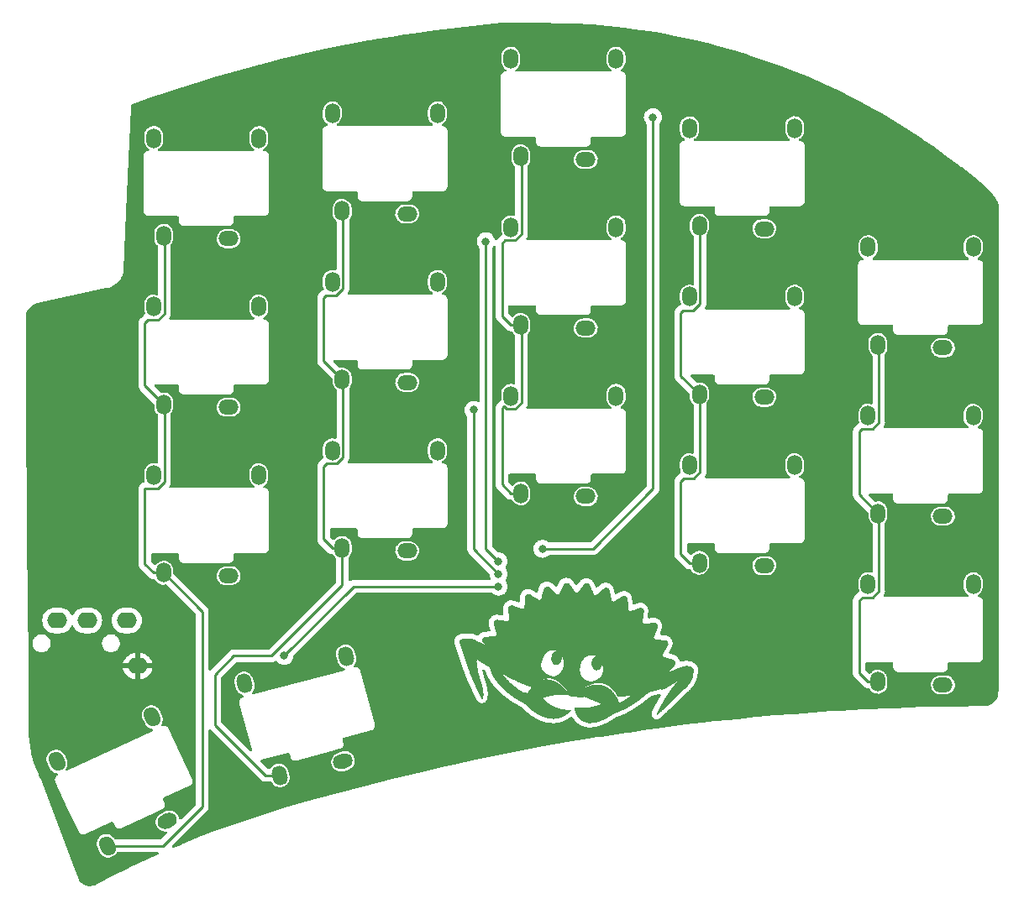
<source format=gbr>
%TF.GenerationSoftware,KiCad,Pcbnew,(6.0.7)*%
%TF.CreationDate,2022-09-28T21:41:44+08:00*%
%TF.ProjectId,ferris_right,66657272-6973-45f7-9269-6768742e6b69,rev?*%
%TF.SameCoordinates,Original*%
%TF.FileFunction,Copper,L2,Bot*%
%TF.FilePolarity,Positive*%
%FSLAX46Y46*%
G04 Gerber Fmt 4.6, Leading zero omitted, Abs format (unit mm)*
G04 Created by KiCad (PCBNEW (6.0.7)) date 2022-09-28 21:41:44*
%MOMM*%
%LPD*%
G01*
G04 APERTURE LIST*
G04 Aperture macros list*
%AMHorizOval*
0 Thick line with rounded ends*
0 $1 width*
0 $2 $3 position (X,Y) of the first rounded end (center of the circle)*
0 $4 $5 position (X,Y) of the second rounded end (center of the circle)*
0 Add line between two ends*
20,1,$1,$2,$3,$4,$5,0*
0 Add two circle primitives to create the rounded ends*
1,1,$1,$2,$3*
1,1,$1,$4,$5*%
G04 Aperture macros list end*
%TA.AperFunction,EtchedComponent*%
%ADD10C,0.010000*%
%TD*%
%TA.AperFunction,ComponentPad*%
%ADD11O,1.500000X2.000000*%
%TD*%
%TA.AperFunction,ComponentPad*%
%ADD12O,2.000000X1.500000*%
%TD*%
%TA.AperFunction,ComponentPad*%
%ADD13O,2.000000X1.600000*%
%TD*%
%TA.AperFunction,ComponentPad*%
%ADD14HorizOval,1.500000X-0.064705X0.241481X0.064705X-0.241481X0*%
%TD*%
%TA.AperFunction,ComponentPad*%
%ADD15HorizOval,1.500000X0.241481X0.064705X-0.241481X-0.064705X0*%
%TD*%
%TA.AperFunction,ComponentPad*%
%ADD16HorizOval,1.500000X-0.105655X0.226577X0.105655X-0.226577X0*%
%TD*%
%TA.AperFunction,ComponentPad*%
%ADD17HorizOval,1.500000X0.226577X0.105655X-0.226577X-0.105655X0*%
%TD*%
%TA.AperFunction,ViaPad*%
%ADD18C,0.800000*%
%TD*%
%TA.AperFunction,Conductor*%
%ADD19C,0.250000*%
%TD*%
G04 APERTURE END LIST*
%TO.C,G\u002A\u002A\u002A*%
G36*
X188670885Y-78905254D02*
G01*
X188651848Y-78926886D01*
X188625877Y-78955645D01*
X188604237Y-78978763D01*
X188590262Y-78992624D01*
X188589832Y-78993008D01*
X188575506Y-79007960D01*
X188568986Y-79018914D01*
X188567672Y-79021742D01*
X188557310Y-79035376D01*
X188538959Y-79056341D01*
X188515394Y-79081403D01*
X188493670Y-79103914D01*
X188467253Y-79132267D01*
X188452763Y-79150392D01*
X188450163Y-79159371D01*
X188459415Y-79160285D01*
X188480485Y-79154217D01*
X188513334Y-79142246D01*
X188563899Y-79123218D01*
X188618005Y-79102791D01*
X188659721Y-79086918D01*
X188691021Y-79074828D01*
X188713884Y-79065742D01*
X188730283Y-79058888D01*
X188742192Y-79053489D01*
X188751590Y-79048771D01*
X188754696Y-79047204D01*
X188776949Y-79037399D01*
X188808227Y-79024931D01*
X188842789Y-79012109D01*
X188852167Y-79008724D01*
X188883983Y-78996650D01*
X188909400Y-78986132D01*
X188923610Y-78979133D01*
X188924971Y-78978307D01*
X188941504Y-78970515D01*
X188968188Y-78959715D01*
X188999942Y-78947981D01*
X189036667Y-78934290D01*
X189075651Y-78918542D01*
X189107167Y-78904614D01*
X189127118Y-78895548D01*
X189148248Y-78887096D01*
X189159365Y-78884193D01*
X189164128Y-78883265D01*
X189181851Y-78877157D01*
X189208007Y-78866923D01*
X189238240Y-78854389D01*
X189268189Y-78841378D01*
X189293496Y-78829717D01*
X189309799Y-78821229D01*
X189324055Y-78815245D01*
X189346805Y-78810243D01*
X189364850Y-78806087D01*
X189383728Y-78796925D01*
X189388556Y-78793914D01*
X189408407Y-78784417D01*
X189437741Y-78772193D01*
X189472136Y-78759136D01*
X189483239Y-78755058D01*
X189524212Y-78739283D01*
X189563580Y-78723172D01*
X189594138Y-78709647D01*
X189616091Y-78699724D01*
X189644188Y-78688292D01*
X189664255Y-78681607D01*
X189670870Y-78679656D01*
X189694147Y-78671278D01*
X189725739Y-78658760D01*
X189760770Y-78644001D01*
X189784467Y-78634395D01*
X189831586Y-78617562D01*
X189883044Y-78601264D01*
X189931291Y-78587980D01*
X189967605Y-78578792D01*
X190002853Y-78569502D01*
X190029522Y-78562062D01*
X190043673Y-78557539D01*
X190053535Y-78554527D01*
X190073435Y-78552853D01*
X190076063Y-78552924D01*
X190094298Y-78550581D01*
X190122708Y-78545000D01*
X190156513Y-78537259D01*
X190190932Y-78528434D01*
X190221185Y-78519599D01*
X190234049Y-78515507D01*
X190264687Y-78506154D01*
X190290899Y-78499482D01*
X190315718Y-78495406D01*
X190342177Y-78493836D01*
X190373309Y-78494688D01*
X190412148Y-78497875D01*
X190461726Y-78503308D01*
X190525076Y-78510903D01*
X190549396Y-78513867D01*
X190606515Y-78521040D01*
X190650517Y-78527092D01*
X190684133Y-78532565D01*
X190710091Y-78538004D01*
X190731126Y-78543952D01*
X190749965Y-78550953D01*
X190769338Y-78559551D01*
X190809180Y-78579779D01*
X190886170Y-78628152D01*
X190956546Y-78684433D01*
X191015151Y-78744736D01*
X191069572Y-78809851D01*
X191021370Y-79173764D01*
X191011458Y-79248420D01*
X191000569Y-79329081D01*
X190991013Y-79396805D01*
X190982307Y-79453740D01*
X190973969Y-79502033D01*
X190965513Y-79543831D01*
X190956457Y-79581283D01*
X190946318Y-79616537D01*
X190934612Y-79651741D01*
X190920855Y-79689042D01*
X190904566Y-79730587D01*
X190885258Y-79778525D01*
X190867452Y-79822037D01*
X190845455Y-79873461D01*
X190825392Y-79916537D01*
X190805036Y-79955726D01*
X190782163Y-79995484D01*
X190762867Y-80026773D01*
X190754544Y-80040269D01*
X190749181Y-80049074D01*
X190738027Y-80069726D01*
X190732993Y-80082809D01*
X190729835Y-80090327D01*
X190718550Y-80109105D01*
X190701862Y-80134032D01*
X190682689Y-80161031D01*
X190663944Y-80186026D01*
X190648543Y-80204941D01*
X190639401Y-80213700D01*
X190635941Y-80216287D01*
X190629640Y-80229815D01*
X190624173Y-80239566D01*
X190609622Y-80259514D01*
X190588226Y-80286865D01*
X190562209Y-80318945D01*
X190533797Y-80353082D01*
X190505216Y-80386600D01*
X190478694Y-80416827D01*
X190456453Y-80441092D01*
X190440721Y-80456717D01*
X190440150Y-80457227D01*
X190425944Y-80471732D01*
X190419571Y-80481753D01*
X190419377Y-80482384D01*
X190411396Y-80492232D01*
X190394171Y-80509200D01*
X190370993Y-80530021D01*
X190367503Y-80533054D01*
X190344946Y-80553599D01*
X190328801Y-80569901D01*
X190322369Y-80578661D01*
X190321742Y-80580090D01*
X190312064Y-80590945D01*
X190293220Y-80608435D01*
X190268425Y-80629526D01*
X190239619Y-80653257D01*
X190174896Y-80707819D01*
X190116446Y-80759291D01*
X190058887Y-80812479D01*
X189996842Y-80872191D01*
X189989667Y-80879130D01*
X189965323Y-80901635D01*
X189945378Y-80918567D01*
X189933586Y-80926692D01*
X189927473Y-80930288D01*
X189919449Y-80942033D01*
X189919265Y-80942778D01*
X189911212Y-80953976D01*
X189893852Y-80971952D01*
X189870550Y-80993184D01*
X189867105Y-80996172D01*
X189844580Y-81016533D01*
X189828472Y-81032527D01*
X189822074Y-81040911D01*
X189816719Y-81048302D01*
X189801549Y-81063520D01*
X189780144Y-81082680D01*
X189760820Y-81099559D01*
X189736916Y-81121360D01*
X189720060Y-81137811D01*
X189718284Y-81139675D01*
X189697554Y-81160746D01*
X189670909Y-81186991D01*
X189640920Y-81215977D01*
X189610158Y-81245270D01*
X189581196Y-81272438D01*
X189556606Y-81295045D01*
X189538958Y-81310661D01*
X189530826Y-81316850D01*
X189528655Y-81317829D01*
X189522240Y-81328591D01*
X189521488Y-81330531D01*
X189511641Y-81342960D01*
X189492918Y-81362035D01*
X189468460Y-81384490D01*
X189460519Y-81391535D01*
X189437604Y-81412834D01*
X189421398Y-81429390D01*
X189415001Y-81438096D01*
X189412691Y-81442149D01*
X189400154Y-81454838D01*
X189380556Y-81470886D01*
X189372019Y-81477630D01*
X189346115Y-81500945D01*
X189325299Y-81523354D01*
X189321679Y-81527777D01*
X189303467Y-81547743D01*
X189288155Y-81561444D01*
X189279571Y-81568649D01*
X189259873Y-81586857D01*
X189232259Y-81613292D01*
X189198920Y-81645814D01*
X189162049Y-81682277D01*
X189123838Y-81720543D01*
X189086481Y-81758468D01*
X189072501Y-81772165D01*
X189051474Y-81790760D01*
X189036233Y-81801831D01*
X189025967Y-81809331D01*
X189018213Y-81821268D01*
X189018084Y-81821856D01*
X189010223Y-81832863D01*
X188992856Y-81850491D01*
X188969429Y-81871211D01*
X188966683Y-81873511D01*
X188943883Y-81893543D01*
X188927528Y-81909552D01*
X188921002Y-81918255D01*
X188920986Y-81918372D01*
X188914018Y-81928412D01*
X188898898Y-81941959D01*
X188895290Y-81944855D01*
X188875882Y-81962078D01*
X188847814Y-81988496D01*
X188813486Y-82021767D01*
X188775293Y-82059549D01*
X188735633Y-82099500D01*
X188696904Y-82139279D01*
X188688381Y-82148004D01*
X188665985Y-82169674D01*
X188648735Y-82184562D01*
X188639812Y-82189848D01*
X188638968Y-82189878D01*
X188628841Y-82197093D01*
X188615799Y-82213074D01*
X188604564Y-82226883D01*
X188582508Y-82249422D01*
X188557212Y-82271989D01*
X188537031Y-82289641D01*
X188520675Y-82306071D01*
X188513967Y-82315791D01*
X188513897Y-82316194D01*
X188506221Y-82327360D01*
X188490376Y-82341253D01*
X188477598Y-82351904D01*
X188455014Y-82372571D01*
X188426927Y-82399427D01*
X188396677Y-82429332D01*
X188368561Y-82457018D01*
X188344453Y-82479664D01*
X188327021Y-82494827D01*
X188318829Y-82500177D01*
X188316742Y-82500392D01*
X188311078Y-82508869D01*
X188306816Y-82516223D01*
X188291603Y-82533843D01*
X188267446Y-82558705D01*
X188236515Y-82588661D01*
X188200981Y-82621565D01*
X188163015Y-82655270D01*
X188161364Y-82656708D01*
X188139171Y-82676803D01*
X188123229Y-82692636D01*
X188116896Y-82700891D01*
X188116159Y-82702390D01*
X188106446Y-82713319D01*
X188087898Y-82731273D01*
X188063591Y-82753233D01*
X188055649Y-82760277D01*
X188032728Y-82781570D01*
X188016510Y-82798114D01*
X188010096Y-82806804D01*
X188008011Y-82811511D01*
X187996715Y-82822221D01*
X187987235Y-82829954D01*
X187967883Y-82847445D01*
X187941842Y-82871784D01*
X187911892Y-82900305D01*
X187880808Y-82930343D01*
X187851364Y-82959233D01*
X187826338Y-82984310D01*
X187808504Y-83002909D01*
X187798785Y-83012860D01*
X187774472Y-83035431D01*
X187748495Y-83057445D01*
X187733039Y-83070395D01*
X187716907Y-83085667D01*
X187710293Y-83094520D01*
X187705071Y-83102081D01*
X187690061Y-83117561D01*
X187668835Y-83136910D01*
X187647465Y-83155887D01*
X187617155Y-83183450D01*
X187582587Y-83215337D01*
X187547840Y-83247813D01*
X187500433Y-83291689D01*
X187458733Y-83328321D01*
X187427993Y-83352718D01*
X187408000Y-83365052D01*
X187398541Y-83365487D01*
X187397310Y-83362018D01*
X187399202Y-83343832D01*
X187407506Y-83314324D01*
X187421218Y-83276156D01*
X187439340Y-83231987D01*
X187460869Y-83184479D01*
X187484805Y-83136290D01*
X187490426Y-83125445D01*
X187509537Y-83087853D01*
X187525179Y-83055960D01*
X187535867Y-83032855D01*
X187540109Y-83021624D01*
X187541512Y-83017329D01*
X187549540Y-82999927D01*
X187562891Y-82973603D01*
X187579545Y-82942142D01*
X187597484Y-82909332D01*
X187614685Y-82878956D01*
X187629129Y-82854800D01*
X187631515Y-82850726D01*
X187641786Y-82831440D01*
X187656105Y-82803183D01*
X187672147Y-82770514D01*
X187674704Y-82765266D01*
X187695519Y-82724530D01*
X187718289Y-82682602D01*
X187738526Y-82647783D01*
X187740679Y-82644250D01*
X187756684Y-82616606D01*
X187768366Y-82594042D01*
X187773326Y-82581154D01*
X187776132Y-82572643D01*
X187786075Y-82552411D01*
X187800426Y-82527697D01*
X187813948Y-82505892D01*
X187841065Y-82461400D01*
X187862592Y-82424578D01*
X187881162Y-82390853D01*
X187899403Y-82355650D01*
X187917080Y-82322672D01*
X187941103Y-82281173D01*
X187964211Y-82244105D01*
X187967767Y-82238642D01*
X187984732Y-82211100D01*
X187997038Y-82188696D01*
X188002228Y-82175844D01*
X188006025Y-82166472D01*
X188017616Y-82145313D01*
X188035020Y-82116434D01*
X188056249Y-82083243D01*
X188074535Y-82054804D01*
X188092595Y-82025262D01*
X188105135Y-82003009D01*
X188110175Y-81991418D01*
X188110198Y-81991260D01*
X188115507Y-81979493D01*
X188128380Y-81956990D01*
X188146922Y-81926925D01*
X188169241Y-81892468D01*
X188170303Y-81890864D01*
X188192381Y-81856961D01*
X188210572Y-81828034D01*
X188223016Y-81807101D01*
X188227857Y-81797188D01*
X188231549Y-81789035D01*
X188242800Y-81769165D01*
X188259730Y-81741132D01*
X188280436Y-81708152D01*
X188293081Y-81688322D01*
X188323627Y-81640213D01*
X188355525Y-81589764D01*
X188383626Y-81545107D01*
X188388214Y-81537836D01*
X188408711Y-81505889D01*
X188436427Y-81463245D01*
X188469670Y-81412480D01*
X188506751Y-81356173D01*
X188545977Y-81296898D01*
X188585658Y-81237234D01*
X188597525Y-81219439D01*
X188648110Y-81143633D01*
X188690310Y-81080491D01*
X188724937Y-81028824D01*
X188752803Y-80987440D01*
X188774718Y-80955153D01*
X188791494Y-80930768D01*
X188803942Y-80913099D01*
X188812874Y-80900954D01*
X188819100Y-80893143D01*
X188823433Y-80888477D01*
X188828219Y-80882966D01*
X188841948Y-80865040D01*
X188860985Y-80838880D01*
X188882741Y-80808001D01*
X188895463Y-80789962D01*
X188919033Y-80757892D01*
X188939971Y-80730985D01*
X188954875Y-80713690D01*
X188958740Y-80709604D01*
X188972893Y-80691961D01*
X188979285Y-80679366D01*
X188979729Y-80677792D01*
X188987744Y-80664298D01*
X189003564Y-80642903D01*
X189024374Y-80617466D01*
X189024680Y-80617108D01*
X189050456Y-80586159D01*
X189076038Y-80554195D01*
X189095928Y-80528077D01*
X189105085Y-80515967D01*
X189131182Y-80484253D01*
X189156858Y-80456000D01*
X189170177Y-80441558D01*
X189185045Y-80422776D01*
X189191392Y-80410832D01*
X189192423Y-80406497D01*
X189199911Y-80397604D01*
X189206593Y-80392692D01*
X189221618Y-80377925D01*
X189240575Y-80357101D01*
X189256019Y-80339609D01*
X189271387Y-80322836D01*
X189279388Y-80314951D01*
X189279627Y-80314776D01*
X189288000Y-80305274D01*
X189300275Y-80288373D01*
X189300321Y-80288304D01*
X189318498Y-80266502D01*
X189340267Y-80246304D01*
X189348886Y-80238966D01*
X189371251Y-80216907D01*
X189392951Y-80192348D01*
X189403970Y-80179054D01*
X189418873Y-80162082D01*
X189427211Y-80153967D01*
X189428622Y-80153014D01*
X189441730Y-80140058D01*
X189460995Y-80117106D01*
X189484017Y-80087469D01*
X189508399Y-80054457D01*
X189531740Y-80021380D01*
X189551641Y-79991549D01*
X189565704Y-79968272D01*
X189571528Y-79954861D01*
X189571105Y-79949522D01*
X189561933Y-79937517D01*
X189551349Y-79937116D01*
X189527729Y-79942385D01*
X189495457Y-79952670D01*
X189458107Y-79966710D01*
X189419251Y-79983240D01*
X189382463Y-80000995D01*
X189363157Y-80011011D01*
X189331056Y-80027633D01*
X189305036Y-80041071D01*
X189285685Y-80051610D01*
X189255163Y-80069295D01*
X189224194Y-80088126D01*
X189198516Y-80103685D01*
X189176737Y-80115932D01*
X189164411Y-80121699D01*
X189158886Y-80123966D01*
X189139002Y-80134519D01*
X189108578Y-80152127D01*
X189069983Y-80175375D01*
X189025589Y-80202849D01*
X188977765Y-80233133D01*
X188968890Y-80238759D01*
X188942282Y-80254906D01*
X188922224Y-80265999D01*
X188912509Y-80269904D01*
X188903236Y-80273872D01*
X188884398Y-80285502D01*
X188860283Y-80302219D01*
X188836816Y-80318266D01*
X188809657Y-80334727D01*
X188789400Y-80344698D01*
X188769431Y-80354198D01*
X188756083Y-80364353D01*
X188754520Y-80365997D01*
X188740581Y-80376676D01*
X188717111Y-80392250D01*
X188688214Y-80409964D01*
X188640291Y-80438295D01*
X188586506Y-80470195D01*
X188544499Y-80495290D01*
X188512633Y-80514583D01*
X188489271Y-80529078D01*
X188472776Y-80539781D01*
X188461511Y-80547696D01*
X188453839Y-80553829D01*
X188439040Y-80564276D01*
X188426432Y-80568625D01*
X188415936Y-80572308D01*
X188395894Y-80583563D01*
X188371025Y-80599882D01*
X188347187Y-80615372D01*
X188320105Y-80630513D01*
X188300113Y-80638992D01*
X188300043Y-80639012D01*
X188282413Y-80645605D01*
X188274655Y-80651835D01*
X188272463Y-80654463D01*
X188258054Y-80664068D01*
X188232762Y-80678362D01*
X188199591Y-80695843D01*
X188161547Y-80715013D01*
X188121636Y-80734370D01*
X188082862Y-80752415D01*
X188048231Y-80767649D01*
X188020748Y-80778571D01*
X187994264Y-80786090D01*
X187953290Y-80792264D01*
X187901697Y-80794935D01*
X187837486Y-80794195D01*
X187758655Y-80790131D01*
X187727115Y-80788354D01*
X187681373Y-80787491D01*
X187647966Y-80789756D01*
X187624097Y-80795257D01*
X187614723Y-80798415D01*
X187582212Y-80807836D01*
X187549258Y-80815750D01*
X187519817Y-80822864D01*
X187482301Y-80833283D01*
X187445049Y-80844705D01*
X187444814Y-80844781D01*
X187408054Y-80856089D01*
X187371584Y-80866298D01*
X187343267Y-80873209D01*
X187323219Y-80877678D01*
X187296851Y-80884362D01*
X187264524Y-80893444D01*
X187222858Y-80905878D01*
X187168475Y-80922619D01*
X187148125Y-80928498D01*
X187124199Y-80934145D01*
X187110323Y-80935769D01*
X187107382Y-80935636D01*
X187087388Y-80938523D01*
X187053221Y-80946984D01*
X187004046Y-80961220D01*
X186996853Y-80963387D01*
X186948494Y-80977612D01*
X186914156Y-80986955D01*
X186892041Y-80991876D01*
X186880347Y-80992835D01*
X186877194Y-80993016D01*
X186859537Y-80996298D01*
X186830096Y-81002982D01*
X186792063Y-81012324D01*
X186748630Y-81023578D01*
X186730219Y-81028400D01*
X186688094Y-81038934D01*
X186652362Y-81047186D01*
X186626332Y-81052414D01*
X186613316Y-81053880D01*
X186602506Y-81057899D01*
X186581700Y-81071179D01*
X186554324Y-81091614D01*
X186523463Y-81117035D01*
X186499239Y-81137611D01*
X186460645Y-81169505D01*
X186423780Y-81199059D01*
X186394122Y-81221835D01*
X186387339Y-81226885D01*
X186363225Y-81245499D01*
X186346185Y-81259708D01*
X186339553Y-81266767D01*
X186338221Y-81268206D01*
X186326158Y-81278551D01*
X186302544Y-81297927D01*
X186268608Y-81325350D01*
X186225583Y-81359836D01*
X186174697Y-81400400D01*
X186117181Y-81446056D01*
X186054266Y-81495822D01*
X185987182Y-81548712D01*
X185968544Y-81563379D01*
X185883094Y-81630492D01*
X185808555Y-81688751D01*
X185743005Y-81739598D01*
X185684526Y-81784477D01*
X185631199Y-81824830D01*
X185581102Y-81862103D01*
X185532317Y-81897736D01*
X185482924Y-81933174D01*
X185431003Y-81969861D01*
X185374634Y-82009238D01*
X185364402Y-82016385D01*
X185328142Y-82042069D01*
X185293148Y-82067322D01*
X185265769Y-82087571D01*
X185244662Y-82102814D01*
X185225820Y-82114885D01*
X185215987Y-82119196D01*
X185214899Y-82119354D01*
X185202991Y-82125801D01*
X185182409Y-82139799D01*
X185156869Y-82158853D01*
X185151393Y-82163044D01*
X185125735Y-82181259D01*
X185105078Y-82193739D01*
X185093469Y-82197985D01*
X185088966Y-82198059D01*
X185081416Y-82204073D01*
X185081046Y-82204850D01*
X185071304Y-82213451D01*
X185050372Y-82228611D01*
X185020955Y-82248438D01*
X184985759Y-82271040D01*
X184979828Y-82274768D01*
X184943931Y-82297462D01*
X184913006Y-82317220D01*
X184890186Y-82332029D01*
X184878599Y-82339882D01*
X184871311Y-82344636D01*
X184860470Y-82348582D01*
X184860031Y-82348611D01*
X184849568Y-82353967D01*
X184829880Y-82366726D01*
X184804834Y-82384402D01*
X184801856Y-82386566D01*
X184777088Y-82403799D01*
X184757984Y-82415792D01*
X184748468Y-82420062D01*
X184747676Y-82420136D01*
X184736031Y-82425661D01*
X184715118Y-82438186D01*
X184688853Y-82455394D01*
X184684049Y-82458636D01*
X184658445Y-82475192D01*
X184638884Y-82486663D01*
X184629277Y-82490729D01*
X184625890Y-82491534D01*
X184611214Y-82499228D01*
X184590840Y-82512554D01*
X184584870Y-82516620D01*
X184558747Y-82532966D01*
X184525214Y-82552587D01*
X184490018Y-82572090D01*
X184476354Y-82579537D01*
X184444623Y-82597668D01*
X184418763Y-82613572D01*
X184403360Y-82624474D01*
X184388780Y-82634531D01*
X184375561Y-82638712D01*
X184373933Y-82638827D01*
X184359656Y-82644370D01*
X184336334Y-82656495D01*
X184308121Y-82673084D01*
X184300947Y-82677472D01*
X184273791Y-82693160D01*
X184252735Y-82703909D01*
X184241844Y-82707597D01*
X184230420Y-82710723D01*
X184213072Y-82720737D01*
X184207755Y-82724426D01*
X184183749Y-82739759D01*
X184156415Y-82755801D01*
X184130167Y-82770117D01*
X184109419Y-82780274D01*
X184098585Y-82783839D01*
X184096553Y-82784173D01*
X184082245Y-82790142D01*
X184058535Y-82802054D01*
X184029323Y-82817987D01*
X184018963Y-82823768D01*
X183991263Y-82838544D01*
X183970447Y-82848653D01*
X183960392Y-82852174D01*
X183958948Y-82852345D01*
X183945446Y-82857533D01*
X183922212Y-82868480D01*
X183893287Y-82883309D01*
X183892048Y-82883965D01*
X183856007Y-82902223D01*
X183819183Y-82919591D01*
X183789363Y-82932394D01*
X183767766Y-82940965D01*
X183731482Y-82955835D01*
X183689013Y-82973807D01*
X183637283Y-82996189D01*
X183573220Y-83024288D01*
X183549404Y-83034574D01*
X183518792Y-83047106D01*
X183496249Y-83055489D01*
X183485448Y-83058295D01*
X183481598Y-83058863D01*
X183464222Y-83064261D01*
X183437205Y-83074164D01*
X183404501Y-83087160D01*
X183396189Y-83090533D01*
X183353237Y-83106899D01*
X183309059Y-83122352D01*
X183272016Y-83133938D01*
X183238242Y-83143617D01*
X183175887Y-83162581D01*
X183126493Y-83179535D01*
X183087584Y-83195451D01*
X183056681Y-83211298D01*
X183031305Y-83228044D01*
X183008621Y-83244423D01*
X182990358Y-83256479D01*
X182981487Y-83260855D01*
X182980651Y-83261020D01*
X182969747Y-83267539D01*
X182950030Y-83281660D01*
X182925081Y-83300846D01*
X182919886Y-83304916D01*
X182894994Y-83323300D01*
X182875435Y-83335977D01*
X182865067Y-83340406D01*
X182864871Y-83340392D01*
X182853913Y-83345179D01*
X182834249Y-83358041D01*
X182809996Y-83376295D01*
X182809196Y-83376931D01*
X182784681Y-83395059D01*
X182764490Y-83407619D01*
X182752926Y-83411926D01*
X182740539Y-83415981D01*
X182724357Y-83428375D01*
X182717699Y-83434646D01*
X182709289Y-83441480D01*
X182697492Y-83449814D01*
X182680432Y-83460820D01*
X182656240Y-83475673D01*
X182623042Y-83495545D01*
X182578965Y-83521608D01*
X182522136Y-83555037D01*
X182520980Y-83555716D01*
X182484862Y-83577324D01*
X182453370Y-83596838D01*
X182429854Y-83612141D01*
X182417664Y-83621113D01*
X182408248Y-83628092D01*
X182394814Y-83632394D01*
X182385837Y-83634840D01*
X182366181Y-83644474D01*
X182341553Y-83659081D01*
X182317412Y-83673668D01*
X182278318Y-83695723D01*
X182233089Y-83720131D01*
X182186750Y-83744238D01*
X182144327Y-83765388D01*
X182110846Y-83780927D01*
X182107165Y-83782547D01*
X182082492Y-83794410D01*
X182063590Y-83804980D01*
X182062695Y-83805555D01*
X182044220Y-83816221D01*
X182020172Y-83828757D01*
X181995663Y-83840671D01*
X181975805Y-83849473D01*
X181965711Y-83852674D01*
X181963191Y-83853324D01*
X181948416Y-83859637D01*
X181923967Y-83871257D01*
X181893522Y-83886461D01*
X181879809Y-83893310D01*
X181850095Y-83907132D01*
X181827119Y-83916426D01*
X181814981Y-83919470D01*
X181801041Y-83921903D01*
X181781282Y-83930255D01*
X181775581Y-83933275D01*
X181747184Y-83947329D01*
X181716362Y-83961401D01*
X181687513Y-83973613D01*
X181665042Y-83982081D01*
X181653348Y-83984925D01*
X181644295Y-83986966D01*
X181622420Y-83994239D01*
X181591494Y-84005584D01*
X181555012Y-84019768D01*
X181522226Y-84032458D01*
X181489844Y-84044141D01*
X181465873Y-84051824D01*
X181453932Y-84054274D01*
X181453826Y-84054262D01*
X181440340Y-84056438D01*
X181415051Y-84063399D01*
X181381905Y-84073896D01*
X181344844Y-84086682D01*
X181307812Y-84100508D01*
X181305059Y-84101527D01*
X181279403Y-84108557D01*
X181250756Y-84113611D01*
X181242763Y-84114740D01*
X181215941Y-84119274D01*
X181178250Y-84126198D01*
X181133526Y-84134797D01*
X181085604Y-84144358D01*
X180997429Y-84160065D01*
X180854011Y-84176882D01*
X180709925Y-84183655D01*
X180568747Y-84180390D01*
X180434054Y-84167088D01*
X180309426Y-84143751D01*
X180308890Y-84143623D01*
X180261899Y-84130927D01*
X180204630Y-84113288D01*
X180142283Y-84092446D01*
X180080063Y-84070138D01*
X180023171Y-84048103D01*
X179997986Y-84036170D01*
X179961411Y-84015972D01*
X179918988Y-83990578D01*
X179874157Y-83962224D01*
X179830362Y-83933146D01*
X179791046Y-83905579D01*
X179759648Y-83881760D01*
X179739615Y-83863925D01*
X179736882Y-83861085D01*
X179720157Y-83846496D01*
X179707774Y-83839872D01*
X179700892Y-83836380D01*
X179683130Y-83821444D01*
X179657962Y-83796706D01*
X179627227Y-83764251D01*
X179592765Y-83726164D01*
X179556418Y-83684525D01*
X179520022Y-83641420D01*
X179485422Y-83598931D01*
X179454453Y-83559144D01*
X179428958Y-83524140D01*
X179414820Y-83503591D01*
X179391049Y-83468159D01*
X179372081Y-83438729D01*
X179359575Y-83417905D01*
X179355192Y-83408298D01*
X179351872Y-83398544D01*
X179341409Y-83378630D01*
X179326194Y-83353555D01*
X179312258Y-83330639D01*
X179297943Y-83304153D01*
X179289762Y-83285262D01*
X179288705Y-83282104D01*
X179280266Y-83261320D01*
X179267042Y-83232028D01*
X179251397Y-83199514D01*
X179247463Y-83191451D01*
X179232953Y-83159124D01*
X179222197Y-83131118D01*
X179217286Y-83112752D01*
X179213464Y-83094863D01*
X179205550Y-83077191D01*
X179202481Y-83072282D01*
X179192788Y-83051740D01*
X179181261Y-83022829D01*
X179169575Y-82990346D01*
X179159412Y-82959088D01*
X179152448Y-82933849D01*
X179150361Y-82919427D01*
X179149626Y-82907596D01*
X179143090Y-82887422D01*
X179141082Y-82882951D01*
X179132895Y-82859226D01*
X179123237Y-82825572D01*
X179113380Y-82787135D01*
X179104597Y-82749059D01*
X179098163Y-82716491D01*
X179095352Y-82694573D01*
X179094329Y-82668176D01*
X179328350Y-82696544D01*
X179407621Y-82705889D01*
X179478278Y-82713464D01*
X179541925Y-82719199D01*
X179602555Y-82723319D01*
X179664154Y-82726044D01*
X179730713Y-82727597D01*
X179806219Y-82728200D01*
X179894662Y-82728075D01*
X179922811Y-82727921D01*
X180004628Y-82726952D01*
X180075086Y-82725084D01*
X180138440Y-82722076D01*
X180198943Y-82717694D01*
X180260849Y-82711699D01*
X180328414Y-82703854D01*
X180356132Y-82700522D01*
X180400592Y-82695548D01*
X180438148Y-82691803D01*
X180465507Y-82689607D01*
X180479370Y-82689277D01*
X180486319Y-82689112D01*
X180509365Y-82686416D01*
X180544659Y-82681133D01*
X180589512Y-82673735D01*
X180641239Y-82664698D01*
X180697152Y-82654495D01*
X180754560Y-82643599D01*
X180810779Y-82632483D01*
X180863121Y-82621624D01*
X180886609Y-82616611D01*
X180928969Y-82607587D01*
X180966968Y-82599511D01*
X180994505Y-82593681D01*
X181003496Y-82591758D01*
X181056367Y-82579542D01*
X181110977Y-82565625D01*
X181162737Y-82551266D01*
X181207067Y-82537728D01*
X181239380Y-82526274D01*
X181249166Y-82523285D01*
X181267836Y-82521570D01*
X181277480Y-82520219D01*
X181300559Y-82514093D01*
X181332536Y-82504115D01*
X181369597Y-82491413D01*
X181400718Y-82480551D01*
X181432695Y-82469990D01*
X181455971Y-82463000D01*
X181466952Y-82460715D01*
X181475799Y-82458728D01*
X181497514Y-82451457D01*
X181528274Y-82440057D01*
X181564573Y-82425786D01*
X181596781Y-82413090D01*
X181628437Y-82401286D01*
X181651482Y-82393466D01*
X181662406Y-82390881D01*
X181665902Y-82390547D01*
X181682338Y-82385017D01*
X181704620Y-82374739D01*
X181713260Y-82370596D01*
X181736664Y-82361946D01*
X181753192Y-82359378D01*
X181764150Y-82358446D01*
X181782722Y-82349897D01*
X181785441Y-82347984D01*
X181805322Y-82338057D01*
X181830509Y-82329229D01*
X181834932Y-82327934D01*
X181862223Y-82318114D01*
X181883990Y-82307664D01*
X181892869Y-82301732D01*
X181895464Y-82296279D01*
X181888996Y-82289684D01*
X181871387Y-82279903D01*
X181840564Y-82264891D01*
X181831349Y-82260513D01*
X181801315Y-82246890D01*
X181777441Y-82237014D01*
X181764231Y-82232779D01*
X181755744Y-82229976D01*
X181733724Y-82220875D01*
X181701454Y-82206667D01*
X181661687Y-82188573D01*
X181617177Y-82167807D01*
X181580395Y-82150623D01*
X181539406Y-82131926D01*
X181505346Y-82116895D01*
X181480994Y-82106750D01*
X181469130Y-82102712D01*
X181466199Y-82101993D01*
X181449041Y-82095604D01*
X181420893Y-82083792D01*
X181384902Y-82067901D01*
X181344210Y-82049277D01*
X181331583Y-82043433D01*
X181289547Y-82024408D01*
X181251546Y-82007825D01*
X181221330Y-81995295D01*
X181202651Y-81988431D01*
X181194052Y-81985461D01*
X181168785Y-81975460D01*
X181133538Y-81960621D01*
X181091745Y-81942401D01*
X181046839Y-81922258D01*
X181020914Y-81910552D01*
X180977666Y-81891423D01*
X180939651Y-81875086D01*
X180910247Y-81862984D01*
X180892831Y-81856556D01*
X180880751Y-81852349D01*
X180853768Y-81841993D01*
X180816908Y-81827273D01*
X180773382Y-81809476D01*
X180726398Y-81789886D01*
X180695020Y-81776732D01*
X180643822Y-81755473D01*
X180595270Y-81735542D01*
X180553677Y-81718702D01*
X180523353Y-81706721D01*
X180504360Y-81699290D01*
X180461983Y-81682272D01*
X180415143Y-81663044D01*
X180370959Y-81644513D01*
X180340568Y-81631837D01*
X180307848Y-81618792D01*
X180283091Y-81609612D01*
X180270076Y-81605747D01*
X180269779Y-81605701D01*
X180257108Y-81601686D01*
X180231657Y-81592218D01*
X180196094Y-81578337D01*
X180153091Y-81561084D01*
X180105317Y-81541502D01*
X180056873Y-81521687D01*
X180009779Y-81502892D01*
X179968641Y-81486939D01*
X179936674Y-81475074D01*
X179917094Y-81468545D01*
X179898972Y-81462741D01*
X179867414Y-81451690D01*
X179826430Y-81436789D01*
X179779297Y-81419227D01*
X179729290Y-81400196D01*
X179699769Y-81388908D01*
X179632333Y-81363459D01*
X179559430Y-81336305D01*
X179488062Y-81310048D01*
X179425234Y-81287289D01*
X179422253Y-81286220D01*
X179374258Y-81268807D01*
X179331720Y-81253008D01*
X179297267Y-81239826D01*
X179273528Y-81230266D01*
X179263131Y-81225333D01*
X179262001Y-81224148D01*
X179264348Y-81213291D01*
X179281814Y-81196104D01*
X179290873Y-81189079D01*
X179318038Y-81169383D01*
X179355160Y-81143548D01*
X179399355Y-81113523D01*
X179447745Y-81081252D01*
X179497446Y-81048686D01*
X179545581Y-81017771D01*
X179555853Y-81011221D01*
X179593091Y-80987082D01*
X179629064Y-80963246D01*
X179657222Y-80944044D01*
X179678899Y-80929667D01*
X179698748Y-80918217D01*
X179709494Y-80914208D01*
X179717227Y-80911752D01*
X179735530Y-80901730D01*
X179758932Y-80886473D01*
X179777046Y-80874446D01*
X179803117Y-80858939D01*
X179822497Y-80849507D01*
X179838834Y-80842663D01*
X179849705Y-80836331D01*
X179850728Y-80835424D01*
X179864020Y-80826725D01*
X179887132Y-80813378D01*
X179915551Y-80797811D01*
X179944768Y-80782456D01*
X179970270Y-80769742D01*
X179987545Y-80762100D01*
X179992118Y-80760272D01*
X180016172Y-80748339D01*
X180041505Y-80733187D01*
X180047326Y-80729446D01*
X180073260Y-80714637D01*
X180095450Y-80704402D01*
X180102552Y-80701585D01*
X180125969Y-80691311D01*
X180157433Y-80676760D01*
X180192169Y-80660118D01*
X180211388Y-80650920D01*
X180241174Y-80637418D01*
X180263351Y-80628335D01*
X180274162Y-80625270D01*
X180276628Y-80625130D01*
X180292072Y-80620216D01*
X180313512Y-80610423D01*
X180319220Y-80607567D01*
X180355387Y-80591632D01*
X180404831Y-80572804D01*
X180469126Y-80550476D01*
X180489571Y-80543245D01*
X180523255Y-80530586D01*
X180557203Y-80517189D01*
X180584264Y-80507013D01*
X180608175Y-80499626D01*
X180621894Y-80497361D01*
X180626862Y-80497260D01*
X180646458Y-80493460D01*
X180671516Y-80486022D01*
X180688028Y-80480628D01*
X180741525Y-80465425D01*
X180805836Y-80449558D01*
X180876602Y-80433911D01*
X180949461Y-80419375D01*
X181020049Y-80406836D01*
X181084006Y-80397183D01*
X181136970Y-80391301D01*
X181231847Y-80385605D01*
X181369605Y-80383903D01*
X181504956Y-80389701D01*
X181634587Y-80402731D01*
X181755185Y-80422730D01*
X181863433Y-80449431D01*
X181870782Y-80451602D01*
X181914536Y-80464230D01*
X181959384Y-80476776D01*
X181996682Y-80486811D01*
X181999208Y-80487487D01*
X182034826Y-80499342D01*
X182081319Y-80517875D01*
X182135218Y-80541429D01*
X182193049Y-80568348D01*
X182251342Y-80596975D01*
X182306626Y-80625654D01*
X182355429Y-80652729D01*
X182394279Y-80676542D01*
X182407899Y-80685532D01*
X182440721Y-80707090D01*
X182469436Y-80725814D01*
X182489043Y-80738437D01*
X182503383Y-80748056D01*
X182531465Y-80768345D01*
X182564280Y-80793172D01*
X182598141Y-80819641D01*
X182629360Y-80844855D01*
X182654250Y-80865915D01*
X182669124Y-80879926D01*
X182671549Y-80882512D01*
X182690905Y-80900618D01*
X182713502Y-80919075D01*
X182717651Y-80922259D01*
X182739718Y-80940744D01*
X182756494Y-80957047D01*
X182764231Y-80965425D01*
X182782881Y-80985014D01*
X182807852Y-81010873D01*
X182835920Y-81039646D01*
X182850103Y-81054365D01*
X182886012Y-81093267D01*
X182921708Y-81133810D01*
X182951220Y-81169279D01*
X182964777Y-81186188D01*
X182984637Y-81210458D01*
X182998887Y-81227213D01*
X183005099Y-81233555D01*
X183006910Y-81234945D01*
X183016456Y-81246002D01*
X183030571Y-81264405D01*
X183034883Y-81270249D01*
X183052928Y-81294631D01*
X183075860Y-81325543D01*
X183099774Y-81357722D01*
X183118807Y-81384251D01*
X183146801Y-81425279D01*
X183176299Y-81470218D01*
X183203388Y-81513200D01*
X183204630Y-81515223D01*
X183227550Y-81552240D01*
X183248466Y-81585502D01*
X183265115Y-81611438D01*
X183275232Y-81626476D01*
X183285363Y-81643330D01*
X183289244Y-81656046D01*
X183291770Y-81664284D01*
X183301799Y-81683102D01*
X183316995Y-81706894D01*
X183328953Y-81725338D01*
X183345141Y-81753489D01*
X183355529Y-81775602D01*
X183363117Y-81793501D01*
X183376975Y-81822213D01*
X183392994Y-81852709D01*
X183406525Y-81878694D01*
X183421136Y-81909863D01*
X183430677Y-81933915D01*
X183433484Y-81941974D01*
X183445644Y-81971778D01*
X183459714Y-82001458D01*
X183464204Y-82010416D01*
X183479827Y-82044822D01*
X183493155Y-82078264D01*
X183498466Y-82092426D01*
X183507169Y-82113094D01*
X183512882Y-82123337D01*
X183515264Y-82126698D01*
X183523299Y-82142522D01*
X183533274Y-82165581D01*
X183548380Y-82202911D01*
X183583389Y-82195193D01*
X183590842Y-82193640D01*
X183615438Y-82189679D01*
X183632102Y-82188693D01*
X183633214Y-82188715D01*
X183648932Y-82185139D01*
X183674333Y-82176207D01*
X183704482Y-82163627D01*
X183738633Y-82148871D01*
X183772653Y-82135078D01*
X183798740Y-82125428D01*
X183803741Y-82123654D01*
X183835645Y-82109268D01*
X183864466Y-82092225D01*
X183869907Y-82088499D01*
X183896098Y-82072789D01*
X183919271Y-82061755D01*
X183940289Y-82052676D01*
X183962575Y-82040654D01*
X183972182Y-82034516D01*
X183995255Y-82019788D01*
X184021426Y-82003096D01*
X184038550Y-81992874D01*
X184059738Y-81982330D01*
X184072371Y-81978778D01*
X184072512Y-81978791D01*
X184084362Y-81974262D01*
X184104708Y-81961543D01*
X184129231Y-81943327D01*
X184130202Y-81942554D01*
X184153949Y-81924478D01*
X184172552Y-81911777D01*
X184182060Y-81907161D01*
X184186183Y-81905595D01*
X184202760Y-81895496D01*
X184230084Y-81877022D01*
X184266623Y-81851321D01*
X184310853Y-81819538D01*
X184361247Y-81782821D01*
X184416278Y-81742316D01*
X184474420Y-81699170D01*
X184534144Y-81654530D01*
X184593924Y-81609542D01*
X184652235Y-81565354D01*
X184707549Y-81523110D01*
X184758337Y-81483960D01*
X184803075Y-81449049D01*
X184840236Y-81419523D01*
X184868292Y-81396531D01*
X184885717Y-81381217D01*
X184890983Y-81374731D01*
X184888958Y-81374514D01*
X184874143Y-81375898D01*
X184848264Y-81379439D01*
X184815192Y-81384629D01*
X184742434Y-81396278D01*
X184664918Y-81407847D01*
X184595086Y-81417377D01*
X184537401Y-81424231D01*
X184530788Y-81424957D01*
X184497787Y-81428965D01*
X184454279Y-81434636D01*
X184405153Y-81441323D01*
X184355300Y-81448380D01*
X184344129Y-81449978D01*
X184292106Y-81457043D01*
X184240535Y-81463515D01*
X184194846Y-81468735D01*
X184160464Y-81472042D01*
X184125884Y-81475304D01*
X184079498Y-81480472D01*
X184028399Y-81486749D01*
X183978705Y-81493416D01*
X183970595Y-81494547D01*
X183927694Y-81500118D01*
X183890127Y-81504343D01*
X183861698Y-81506828D01*
X183846209Y-81507177D01*
X183832726Y-81507402D01*
X183805082Y-81509405D01*
X183766601Y-81512939D01*
X183720336Y-81517725D01*
X183669338Y-81523479D01*
X183614305Y-81530090D01*
X183560995Y-81536516D01*
X183520560Y-81540701D01*
X183490803Y-81542146D01*
X183469529Y-81540350D01*
X183454536Y-81534813D01*
X183443629Y-81525035D01*
X183434609Y-81510516D01*
X183425279Y-81490755D01*
X183413440Y-81465253D01*
X183402871Y-81443900D01*
X183383647Y-81407013D01*
X183365924Y-81375190D01*
X183352513Y-81353580D01*
X183346102Y-81343949D01*
X183335072Y-81324434D01*
X183331153Y-81312571D01*
X183331143Y-81311907D01*
X183325958Y-81299702D01*
X183313383Y-81278564D01*
X183295860Y-81252639D01*
X183293365Y-81249117D01*
X183276376Y-81224127D01*
X183264561Y-81204978D01*
X183260349Y-81195569D01*
X183260143Y-81194041D01*
X183253070Y-81180464D01*
X183237178Y-81156360D01*
X183214042Y-81123741D01*
X183185231Y-81084621D01*
X183152317Y-81041012D01*
X183116872Y-80994930D01*
X183080469Y-80948388D01*
X183044677Y-80903398D01*
X183011069Y-80861975D01*
X182981217Y-80826132D01*
X182956692Y-80797882D01*
X182939066Y-80779240D01*
X182929911Y-80772219D01*
X182929374Y-80772056D01*
X182919918Y-80764209D01*
X182903308Y-80747059D01*
X182882774Y-80723912D01*
X182880165Y-80720879D01*
X182859591Y-80698161D01*
X182842993Y-80681800D01*
X182833757Y-80675160D01*
X182827104Y-80671430D01*
X182811200Y-80658280D01*
X182791262Y-80639144D01*
X182791002Y-80638880D01*
X182766436Y-80615767D01*
X182734968Y-80588649D01*
X182703345Y-80563344D01*
X182700906Y-80561481D01*
X182670828Y-80538086D01*
X182642713Y-80515562D01*
X182622357Y-80498546D01*
X182617254Y-80494240D01*
X182594387Y-80477623D01*
X182574847Y-80466940D01*
X182559659Y-80459118D01*
X182535212Y-80443777D01*
X182508271Y-80424906D01*
X182484566Y-80408814D01*
X182441028Y-80382835D01*
X182388527Y-80354253D01*
X182330964Y-80324974D01*
X182272240Y-80296907D01*
X182216256Y-80271959D01*
X182166913Y-80252037D01*
X182128113Y-80239046D01*
X182113436Y-80234966D01*
X182077194Y-80224760D01*
X182034605Y-80212649D01*
X181992102Y-80200458D01*
X181980193Y-80197119D01*
X181891057Y-80176777D01*
X181790346Y-80160776D01*
X181682355Y-80149576D01*
X181571375Y-80143642D01*
X181461698Y-80143431D01*
X181384715Y-80146199D01*
X181316613Y-80150626D01*
X181256667Y-80157105D01*
X181200415Y-80166123D01*
X181143389Y-80178167D01*
X181126539Y-80181821D01*
X181089782Y-80188513D01*
X181058000Y-80192855D01*
X181044684Y-80194863D01*
X181012977Y-80201866D01*
X180974224Y-80212206D01*
X180934006Y-80224459D01*
X180906941Y-80233050D01*
X180874508Y-80242678D01*
X180850446Y-80249016D01*
X180838590Y-80251000D01*
X180828993Y-80252936D01*
X180806538Y-80260128D01*
X180775178Y-80271436D01*
X180738486Y-80285625D01*
X180705604Y-80298427D01*
X180673821Y-80310122D01*
X180650679Y-80317862D01*
X180639691Y-80320411D01*
X180632584Y-80321770D01*
X180613359Y-80328551D01*
X180588121Y-80338920D01*
X180562194Y-80350561D01*
X180540904Y-80361153D01*
X180529572Y-80368376D01*
X180528459Y-80369280D01*
X180515053Y-80375488D01*
X180493716Y-80382517D01*
X180469681Y-80391232D01*
X180434292Y-80406556D01*
X180391307Y-80426708D01*
X180344326Y-80449949D01*
X180296952Y-80474541D01*
X180252787Y-80498749D01*
X180247986Y-80501449D01*
X180220637Y-80516000D01*
X180199332Y-80526004D01*
X180188338Y-80529430D01*
X180187849Y-80529398D01*
X180175210Y-80533976D01*
X180157429Y-80545381D01*
X180150437Y-80550423D01*
X180125584Y-80566604D01*
X180098378Y-80582622D01*
X180068248Y-80599673D01*
X180030234Y-80621944D01*
X179990600Y-80645789D01*
X179952049Y-80669519D01*
X179917291Y-80691445D01*
X179889029Y-80709882D01*
X179869970Y-80723141D01*
X179862818Y-80729535D01*
X179862799Y-80729662D01*
X179854846Y-80737165D01*
X179837379Y-80745674D01*
X179836953Y-80745840D01*
X179817429Y-80755732D01*
X179790310Y-80772242D01*
X179761330Y-80791888D01*
X179733027Y-80812169D01*
X179695701Y-80838944D01*
X179663111Y-80862349D01*
X179662428Y-80862841D01*
X179637654Y-80881060D01*
X179604303Y-80906141D01*
X179564211Y-80936653D01*
X179519210Y-80971167D01*
X179471138Y-81008254D01*
X179421830Y-81046484D01*
X179373120Y-81084427D01*
X179326844Y-81120654D01*
X179284837Y-81153735D01*
X179248935Y-81182242D01*
X179220973Y-81204744D01*
X179202787Y-81219812D01*
X179196210Y-81226016D01*
X179196946Y-81227148D01*
X179208216Y-81234425D01*
X179230350Y-81246212D01*
X179259829Y-81260857D01*
X179293133Y-81276706D01*
X179326745Y-81292105D01*
X179357147Y-81305401D01*
X179380820Y-81314942D01*
X179394245Y-81319073D01*
X179399127Y-81320480D01*
X179418215Y-81328093D01*
X179447919Y-81341106D01*
X179485265Y-81358200D01*
X179527282Y-81378059D01*
X179550809Y-81389261D01*
X179590431Y-81407724D01*
X179623642Y-81422691D01*
X179647508Y-81432851D01*
X179659091Y-81436895D01*
X179667871Y-81439793D01*
X179690122Y-81448869D01*
X179722646Y-81462943D01*
X179762707Y-81480823D01*
X179807567Y-81501325D01*
X179843754Y-81517873D01*
X179888159Y-81537706D01*
X179926917Y-81554499D01*
X179956803Y-81566862D01*
X179974594Y-81573402D01*
X179983307Y-81576122D01*
X180001034Y-81583647D01*
X180002459Y-81588962D01*
X179987967Y-81591959D01*
X179957944Y-81592529D01*
X179912774Y-81590568D01*
X179843224Y-81586136D01*
X179705230Y-81576693D01*
X179565440Y-81566332D01*
X179426527Y-81555282D01*
X179291164Y-81543775D01*
X179162025Y-81532041D01*
X179041785Y-81520313D01*
X178933115Y-81508820D01*
X178838691Y-81497793D01*
X178691651Y-81479559D01*
X178656486Y-81418589D01*
X178655265Y-81416477D01*
X178633711Y-81380439D01*
X178610877Y-81344076D01*
X178591506Y-81314957D01*
X178577987Y-81294829D01*
X178565320Y-81274012D01*
X178559631Y-81261928D01*
X178554270Y-81250399D01*
X178541820Y-81229434D01*
X178525052Y-81203770D01*
X178505801Y-81175397D01*
X178480166Y-81137473D01*
X178456474Y-81102296D01*
X178433240Y-81067864D01*
X178350682Y-80948386D01*
X178272509Y-80840215D01*
X178196372Y-80740244D01*
X178119923Y-80645366D01*
X178040812Y-80552475D01*
X178033083Y-80543632D01*
X177980618Y-80483729D01*
X177938047Y-80435387D01*
X177904349Y-80397490D01*
X177878502Y-80368919D01*
X177859482Y-80348558D01*
X177846266Y-80335289D01*
X177837830Y-80327992D01*
X177833155Y-80325551D01*
X177826473Y-80321311D01*
X177811377Y-80307188D01*
X177792469Y-80286751D01*
X177777802Y-80270699D01*
X177756257Y-80249346D01*
X177739734Y-80235505D01*
X177725495Y-80225079D01*
X177716435Y-80216839D01*
X177710802Y-80210996D01*
X177695369Y-80196735D01*
X177674276Y-80178090D01*
X177656822Y-80162662D01*
X177640041Y-80147138D01*
X177632172Y-80138902D01*
X177628712Y-80135405D01*
X177614234Y-80124041D01*
X177593172Y-80109159D01*
X177580707Y-80100414D01*
X177562827Y-80086570D01*
X177554340Y-80078061D01*
X177553715Y-80077140D01*
X177542708Y-80067464D01*
X177520689Y-80050946D01*
X177490427Y-80029447D01*
X177454681Y-80004831D01*
X177416217Y-79978959D01*
X177377794Y-79953693D01*
X177342179Y-79930898D01*
X177312133Y-79912434D01*
X177290420Y-79900163D01*
X177267147Y-79887820D01*
X177245772Y-79875656D01*
X177234628Y-79868236D01*
X177221689Y-79858977D01*
X177192568Y-79843259D01*
X177152114Y-79824418D01*
X177103063Y-79803536D01*
X177048153Y-79781692D01*
X176990120Y-79759970D01*
X176931701Y-79739447D01*
X176875633Y-79721206D01*
X176824653Y-79706328D01*
X176812189Y-79703218D01*
X176765933Y-79694252D01*
X176709252Y-79685987D01*
X176646657Y-79678837D01*
X176582656Y-79673219D01*
X176521757Y-79669547D01*
X176468471Y-79668238D01*
X176427305Y-79669707D01*
X176399941Y-79672184D01*
X176337783Y-79678221D01*
X176288007Y-79683849D01*
X176247331Y-79689503D01*
X176212471Y-79695621D01*
X176180149Y-79702642D01*
X176175962Y-79703649D01*
X176142133Y-79712561D01*
X176101978Y-79724146D01*
X176058728Y-79737354D01*
X176015610Y-79751132D01*
X175975851Y-79764431D01*
X175942681Y-79776197D01*
X175919326Y-79785381D01*
X175909016Y-79790932D01*
X175906514Y-79792994D01*
X175891178Y-79800524D01*
X175868314Y-79808768D01*
X175853395Y-79814400D01*
X175826018Y-79826636D01*
X175792162Y-79843016D01*
X175754930Y-79861897D01*
X175717430Y-79881638D01*
X175682765Y-79900597D01*
X175654041Y-79917135D01*
X175634364Y-79929610D01*
X175626839Y-79936381D01*
X175625241Y-79939006D01*
X175612698Y-79948496D01*
X175591965Y-79959879D01*
X175589217Y-79961277D01*
X175567674Y-79974245D01*
X175537161Y-79994679D01*
X175501339Y-80020061D01*
X175463870Y-80047875D01*
X175448501Y-80059645D01*
X175419611Y-80082378D01*
X175401069Y-80097846D01*
X175393445Y-80105383D01*
X175397312Y-80104319D01*
X175413237Y-80093987D01*
X175441794Y-80073718D01*
X175443241Y-80072680D01*
X175468275Y-80057194D01*
X175492167Y-80045810D01*
X175494963Y-80044726D01*
X175516268Y-80035171D01*
X175545802Y-80020669D01*
X175578060Y-80003905D01*
X175587050Y-79999169D01*
X175615828Y-79985011D01*
X175638344Y-79975411D01*
X175650343Y-79972234D01*
X175653669Y-79972086D01*
X175670756Y-79967022D01*
X175693173Y-79956989D01*
X175698011Y-79954567D01*
X175726543Y-79941896D01*
X175759080Y-79929351D01*
X175790748Y-79918607D01*
X175816671Y-79911343D01*
X175831976Y-79909233D01*
X175840706Y-79908443D01*
X175862268Y-79903644D01*
X175889608Y-79895807D01*
X175890768Y-79895442D01*
X175984306Y-79872470D01*
X176089589Y-79857765D01*
X176203647Y-79851282D01*
X176323510Y-79852984D01*
X176446208Y-79862828D01*
X176568770Y-79880773D01*
X176688225Y-79906780D01*
X176713485Y-79913340D01*
X176780553Y-79931811D01*
X176838323Y-79949860D01*
X176892326Y-79969442D01*
X176948088Y-79992515D01*
X177011141Y-80021032D01*
X177050694Y-80039436D01*
X177087666Y-80056634D01*
X177117551Y-80070532D01*
X177136216Y-80079208D01*
X177141552Y-80081826D01*
X177165279Y-80094802D01*
X177196178Y-80112936D01*
X177228969Y-80133156D01*
X177242521Y-80141624D01*
X177270595Y-80158445D01*
X177292119Y-80170354D01*
X177303272Y-80175188D01*
X177309432Y-80177891D01*
X177327533Y-80188856D01*
X177353531Y-80206207D01*
X177384069Y-80227760D01*
X177405845Y-80243321D01*
X177432835Y-80262000D01*
X177452597Y-80274933D01*
X177461930Y-80279971D01*
X177463311Y-80280507D01*
X177475796Y-80288600D01*
X177498390Y-80304976D01*
X177528712Y-80327803D01*
X177564380Y-80355256D01*
X177603011Y-80385505D01*
X177642224Y-80416720D01*
X177679635Y-80447076D01*
X177683208Y-80450007D01*
X177708922Y-80471020D01*
X177730153Y-80488233D01*
X177742605Y-80498165D01*
X177760118Y-80512651D01*
X177785720Y-80535137D01*
X177815990Y-80562519D01*
X177848039Y-80592107D01*
X177878983Y-80621210D01*
X177905932Y-80647137D01*
X177926000Y-80667195D01*
X177936298Y-80678695D01*
X177948301Y-80692131D01*
X177960664Y-80699478D01*
X177963382Y-80700367D01*
X177976815Y-80710608D01*
X177992780Y-80728254D01*
X177998566Y-80735343D01*
X178021215Y-80760231D01*
X178045314Y-80783753D01*
X178068990Y-80806406D01*
X178102028Y-80840071D01*
X178140522Y-80880718D01*
X178181657Y-80925294D01*
X178222615Y-80970741D01*
X178260142Y-81013508D01*
X178260580Y-81014007D01*
X178292733Y-81052036D01*
X178310149Y-81072479D01*
X178325035Y-81088492D01*
X178332691Y-81094845D01*
X178334260Y-81095796D01*
X178344556Y-81106349D01*
X178361436Y-81126051D01*
X178382160Y-81151755D01*
X178386176Y-81156859D01*
X178410040Y-81187084D01*
X178440255Y-81225223D01*
X178473358Y-81266909D01*
X178505885Y-81307777D01*
X178519970Y-81325545D01*
X178545734Y-81358587D01*
X178566326Y-81385731D01*
X178579927Y-81404554D01*
X178584710Y-81412628D01*
X178580029Y-81414080D01*
X178565855Y-81409873D01*
X178565208Y-81409595D01*
X178540905Y-81401237D01*
X178503426Y-81390743D01*
X178456136Y-81378893D01*
X178402399Y-81366468D01*
X178345579Y-81354244D01*
X178289042Y-81343003D01*
X178236153Y-81333523D01*
X178221373Y-81331140D01*
X178146455Y-81321066D01*
X178068043Y-81313297D01*
X177996069Y-81308855D01*
X177944398Y-81306913D01*
X177885938Y-81304687D01*
X177830011Y-81302531D01*
X177783812Y-81300721D01*
X177762198Y-81300232D01*
X177713784Y-81300602D01*
X177656959Y-81302385D01*
X177597112Y-81305389D01*
X177539632Y-81309421D01*
X177505900Y-81312167D01*
X177448372Y-81316740D01*
X177392737Y-81321042D01*
X177343988Y-81324689D01*
X177307121Y-81327296D01*
X177267288Y-81330949D01*
X177216330Y-81337151D01*
X177161783Y-81344959D01*
X177110241Y-81353500D01*
X177098821Y-81355532D01*
X177056464Y-81362662D01*
X177020057Y-81368174D01*
X176993161Y-81371558D01*
X176979339Y-81372300D01*
X176976725Y-81372218D01*
X176958387Y-81374161D01*
X176928792Y-81378953D01*
X176892000Y-81385782D01*
X176852066Y-81393840D01*
X176813051Y-81402315D01*
X176779014Y-81410397D01*
X176754011Y-81417278D01*
X176746495Y-81419391D01*
X176717575Y-81425423D01*
X176686525Y-81429754D01*
X176666225Y-81432697D01*
X176631625Y-81439273D01*
X176590145Y-81448231D01*
X176546899Y-81458516D01*
X176509516Y-81467734D01*
X176468908Y-81477486D01*
X176435050Y-81485342D01*
X176412771Y-81490166D01*
X176392822Y-81494671D01*
X176359006Y-81503531D01*
X176324593Y-81513594D01*
X176299446Y-81521070D01*
X176260625Y-81531671D01*
X176227552Y-81539719D01*
X176202324Y-81545822D01*
X176156994Y-81558048D01*
X176095888Y-81575470D01*
X176019180Y-81598038D01*
X175927042Y-81625703D01*
X175902122Y-81633573D01*
X175865042Y-81646176D01*
X175834484Y-81657519D01*
X175795004Y-81673273D01*
X175832669Y-81717007D01*
X175834594Y-81719237D01*
X175860285Y-81748323D01*
X175890901Y-81782128D01*
X175920230Y-81813785D01*
X175925122Y-81818986D01*
X175952673Y-81848277D01*
X175978757Y-81876009D01*
X175998304Y-81896796D01*
X176007527Y-81906429D01*
X176044518Y-81943017D01*
X176090028Y-81985795D01*
X176140417Y-82031497D01*
X176192039Y-82076855D01*
X176241252Y-82118599D01*
X176284413Y-82153461D01*
X176293906Y-82160904D01*
X176320793Y-82182196D01*
X176353326Y-82208151D01*
X176386444Y-82234736D01*
X176406161Y-82250375D01*
X176432422Y-82270374D01*
X176452024Y-82284271D01*
X176461764Y-82289729D01*
X176467549Y-82292413D01*
X176485129Y-82303325D01*
X176510736Y-82320616D01*
X176541092Y-82342120D01*
X176562865Y-82357681D01*
X176589853Y-82376371D01*
X176609614Y-82389318D01*
X176618943Y-82394375D01*
X176624389Y-82396826D01*
X176641933Y-82406852D01*
X176667987Y-82422761D01*
X176699229Y-82442559D01*
X176717379Y-82454038D01*
X176754528Y-82476467D01*
X176788851Y-82495952D01*
X176814729Y-82509250D01*
X176821151Y-82512272D01*
X176851510Y-82527384D01*
X176888201Y-82546535D01*
X176924671Y-82566317D01*
X176929253Y-82568838D01*
X176972193Y-82591040D01*
X177019462Y-82613571D01*
X177061631Y-82631916D01*
X177094679Y-82645375D01*
X177139624Y-82663837D01*
X177188581Y-82684069D01*
X177235551Y-82703597D01*
X177242508Y-82706486D01*
X177282874Y-82722721D01*
X177318704Y-82736290D01*
X177346324Y-82745844D01*
X177362068Y-82750038D01*
X177371506Y-82751883D01*
X177396491Y-82758383D01*
X177430002Y-82768155D01*
X177467465Y-82779909D01*
X177509938Y-82793224D01*
X177670100Y-82835988D01*
X177839717Y-82870697D01*
X178014318Y-82896771D01*
X178189431Y-82913628D01*
X178360584Y-82920685D01*
X178523304Y-82917359D01*
X178540672Y-82916414D01*
X178599168Y-82913634D01*
X178642978Y-82912424D01*
X178673841Y-82912853D01*
X178693496Y-82914989D01*
X178703684Y-82918904D01*
X178706144Y-82924666D01*
X178705757Y-82926496D01*
X178696891Y-82942703D01*
X178679238Y-82965274D01*
X178656217Y-82990161D01*
X178631249Y-83013318D01*
X178628090Y-83016051D01*
X178613102Y-83031178D01*
X178606470Y-83041714D01*
X178602868Y-83047949D01*
X178589400Y-83063011D01*
X178569563Y-83081771D01*
X178552569Y-83096864D01*
X178524210Y-83122177D01*
X178490953Y-83151954D01*
X178456969Y-83182462D01*
X178450678Y-83188061D01*
X178412929Y-83219960D01*
X178368117Y-83255633D01*
X178318767Y-83293279D01*
X178267409Y-83331091D01*
X178216570Y-83367266D01*
X178168777Y-83399997D01*
X178126557Y-83427483D01*
X178092439Y-83447916D01*
X178068950Y-83459494D01*
X178061854Y-83462516D01*
X178037901Y-83474987D01*
X178012211Y-83490603D01*
X178002700Y-83496633D01*
X177975535Y-83511949D01*
X177952864Y-83522373D01*
X177945262Y-83525373D01*
X177920968Y-83535917D01*
X177888777Y-83550622D01*
X177853571Y-83567281D01*
X177833734Y-83576671D01*
X177804019Y-83590057D01*
X177782061Y-83599070D01*
X177771567Y-83602136D01*
X177769385Y-83602349D01*
X177754090Y-83606811D01*
X177728762Y-83615856D01*
X177697564Y-83628026D01*
X177692700Y-83629974D01*
X177654567Y-83644121D01*
X177616974Y-83656456D01*
X177587410Y-83664496D01*
X177571081Y-83668285D01*
X177536514Y-83676856D01*
X177495199Y-83687536D01*
X177452896Y-83698852D01*
X177424411Y-83706221D01*
X177383099Y-83715663D01*
X177347008Y-83722541D01*
X177321643Y-83725726D01*
X177295187Y-83727916D01*
X177257699Y-83732285D01*
X177220152Y-83737694D01*
X177220066Y-83737708D01*
X177184727Y-83742384D01*
X177137914Y-83747188D01*
X177085055Y-83751696D01*
X177031586Y-83755484D01*
X176982938Y-83758128D01*
X176944543Y-83759205D01*
X176940967Y-83759080D01*
X176920690Y-83757453D01*
X176886760Y-83754136D01*
X176841485Y-83749375D01*
X176787172Y-83743417D01*
X176726128Y-83736508D01*
X176660662Y-83728894D01*
X176633386Y-83725655D01*
X176548827Y-83715168D01*
X176477239Y-83705329D01*
X176415595Y-83695527D01*
X176360866Y-83685148D01*
X176310026Y-83673579D01*
X176260050Y-83660207D01*
X176207907Y-83644419D01*
X176150573Y-83625603D01*
X176145359Y-83623847D01*
X176099610Y-83608488D01*
X176050281Y-83591995D01*
X176007182Y-83577650D01*
X175981521Y-83568516D01*
X175938533Y-83551600D01*
X175888111Y-83530428D01*
X175832557Y-83506090D01*
X175774172Y-83479674D01*
X175715257Y-83452269D01*
X175658114Y-83424963D01*
X175605044Y-83398846D01*
X175558348Y-83375007D01*
X175520329Y-83354532D01*
X175493288Y-83338513D01*
X175479525Y-83328035D01*
X175473432Y-83323471D01*
X175456173Y-83317841D01*
X175456105Y-83317832D01*
X175442873Y-83312451D01*
X175419074Y-83299440D01*
X175388061Y-83280736D01*
X175353188Y-83258280D01*
X175352014Y-83257501D01*
X175317885Y-83235315D01*
X175288437Y-83216986D01*
X175266781Y-83204398D01*
X175256027Y-83199433D01*
X175249705Y-83196722D01*
X175231379Y-83185735D01*
X175205211Y-83168359D01*
X175174593Y-83146783D01*
X175153141Y-83131599D01*
X175124722Y-83112580D01*
X175102852Y-83099264D01*
X175091035Y-83093873D01*
X175082905Y-83091093D01*
X175068216Y-83079192D01*
X175061460Y-83072219D01*
X175042818Y-83056515D01*
X175019230Y-83038981D01*
X175003604Y-83027996D01*
X174982107Y-83012673D01*
X174968816Y-83002929D01*
X174956793Y-82994462D01*
X174937262Y-82982018D01*
X174921168Y-82970804D01*
X174897283Y-82952301D01*
X174871057Y-82930699D01*
X174845444Y-82909769D01*
X174816213Y-82887483D01*
X174792865Y-82871312D01*
X174785678Y-82866611D01*
X174763683Y-82850068D01*
X174748957Y-82835872D01*
X174744021Y-82830398D01*
X174725706Y-82814000D01*
X174702786Y-82796528D01*
X174702593Y-82796392D01*
X174678680Y-82778295D01*
X174648860Y-82753936D01*
X174619538Y-82728548D01*
X174618267Y-82727408D01*
X174590012Y-82702697D01*
X174562750Y-82679802D01*
X174542217Y-82663546D01*
X174539297Y-82661334D01*
X174514897Y-82640330D01*
X174494216Y-82618967D01*
X174494186Y-82618932D01*
X174473640Y-82597766D01*
X174452076Y-82580077D01*
X174451624Y-82579765D01*
X174432678Y-82564721D01*
X174404340Y-82539700D01*
X174368905Y-82506830D01*
X174328666Y-82468237D01*
X174285922Y-82426050D01*
X174269307Y-82409822D01*
X174244129Y-82386408D01*
X174223974Y-82368967D01*
X174210142Y-82356758D01*
X174186583Y-82333555D01*
X174162929Y-82308159D01*
X174144976Y-82288639D01*
X174129150Y-82273004D01*
X174120754Y-82266726D01*
X174116870Y-82264430D01*
X174104006Y-82252397D01*
X174086985Y-82233662D01*
X174070069Y-82217152D01*
X174042154Y-82195661D01*
X174011003Y-82175613D01*
X173981862Y-82160335D01*
X173959977Y-82153153D01*
X173958902Y-82152907D01*
X173945282Y-82147058D01*
X173920650Y-82134740D01*
X173888129Y-82117553D01*
X173850839Y-82097101D01*
X173843454Y-82092994D01*
X173807001Y-82073082D01*
X173776048Y-82056750D01*
X173753672Y-82045593D01*
X173742947Y-82041202D01*
X173736861Y-82039174D01*
X173718551Y-82029972D01*
X173688526Y-82012962D01*
X173645960Y-81987671D01*
X173590026Y-81953624D01*
X173579866Y-81947582D01*
X173559570Y-81936704D01*
X173547419Y-81931892D01*
X173546814Y-81931753D01*
X173534882Y-81926025D01*
X173512042Y-81913250D01*
X173481318Y-81895166D01*
X173445734Y-81873508D01*
X173442945Y-81871786D01*
X173406160Y-81849367D01*
X173373203Y-81829771D01*
X173347582Y-81815057D01*
X173332800Y-81807281D01*
X173326791Y-81804270D01*
X173305811Y-81792170D01*
X173277257Y-81774513D01*
X173245513Y-81753973D01*
X173231699Y-81744907D01*
X173198887Y-81723880D01*
X173170134Y-81706105D01*
X173150429Y-81694689D01*
X173149165Y-81694006D01*
X173127504Y-81680950D01*
X173098626Y-81661957D01*
X173068419Y-81640889D01*
X173062325Y-81636528D01*
X173036717Y-81618825D01*
X173017030Y-81606187D01*
X173007112Y-81601113D01*
X173003451Y-81599522D01*
X172987940Y-81590019D01*
X172964060Y-81573929D01*
X172935232Y-81553520D01*
X172917872Y-81540967D01*
X172890723Y-81521382D01*
X172870846Y-81507188D01*
X172853919Y-81495346D01*
X172835624Y-81482815D01*
X172811639Y-81466558D01*
X172797365Y-81456863D01*
X172755583Y-81428145D01*
X172715686Y-81400271D01*
X172680101Y-81374973D01*
X172651251Y-81353988D01*
X172631558Y-81339049D01*
X172623448Y-81331891D01*
X172621197Y-81329487D01*
X172607757Y-81318480D01*
X172585296Y-81301568D01*
X172557154Y-81281296D01*
X172549302Y-81275699D01*
X172514816Y-81250192D01*
X172481971Y-81224637D01*
X172456950Y-81203814D01*
X172439949Y-81189574D01*
X172420450Y-81175374D01*
X172408478Y-81169339D01*
X172401677Y-81167051D01*
X172387632Y-81155866D01*
X172381097Y-81148972D01*
X172363376Y-81132746D01*
X172341010Y-81113888D01*
X172325885Y-81101007D01*
X172310563Y-81086072D01*
X172304932Y-81077721D01*
X172303118Y-81074105D01*
X172291005Y-81069443D01*
X172286536Y-81067766D01*
X172269828Y-81056704D01*
X172246416Y-81037776D01*
X172219892Y-81013795D01*
X172206921Y-81001610D01*
X172183142Y-80980138D01*
X172165231Y-80965121D01*
X172156314Y-80959242D01*
X172149305Y-80955899D01*
X172135840Y-80944490D01*
X172134919Y-80943533D01*
X172108184Y-80917001D01*
X172078942Y-80889835D01*
X172051937Y-80866319D01*
X172031919Y-80850732D01*
X172024877Y-80845441D01*
X172003630Y-80826429D01*
X171982199Y-80804092D01*
X171973982Y-80795186D01*
X171950387Y-80772795D01*
X171929207Y-80756396D01*
X171926654Y-80754744D01*
X171910026Y-80742285D01*
X171902179Y-80733362D01*
X171902127Y-80733208D01*
X171895087Y-80724381D01*
X171878353Y-80706496D01*
X171854350Y-80682078D01*
X171825507Y-80653648D01*
X171812379Y-80640890D01*
X171767882Y-80597565D01*
X171732654Y-80563004D01*
X171704386Y-80534805D01*
X171680770Y-80510567D01*
X171659498Y-80487889D01*
X171638262Y-80464371D01*
X171614753Y-80437610D01*
X171586663Y-80405206D01*
X171581695Y-80399500D01*
X171561162Y-80376799D01*
X171545356Y-80360695D01*
X171537365Y-80354370D01*
X171536967Y-80354252D01*
X171528195Y-80346519D01*
X171512479Y-80329185D01*
X171492934Y-80305664D01*
X171489779Y-80301726D01*
X171420135Y-80214542D01*
X171356743Y-80134615D01*
X171300355Y-80062916D01*
X171251727Y-80000411D01*
X171211610Y-79948069D01*
X171180758Y-79906857D01*
X171159922Y-79877743D01*
X171153505Y-79868394D01*
X171130341Y-79834939D01*
X171108757Y-79804150D01*
X171092718Y-79781698D01*
X171087313Y-79774094D01*
X171068744Y-79745818D01*
X171053928Y-79720406D01*
X171045545Y-79705444D01*
X171028368Y-79677233D01*
X171009558Y-79648314D01*
X170994891Y-79626362D01*
X170980850Y-79604414D01*
X170967120Y-79581495D01*
X170951667Y-79554091D01*
X170932464Y-79518690D01*
X170907476Y-79471779D01*
X170893377Y-79445527D01*
X170875908Y-79413934D01*
X170861972Y-79389796D01*
X170853713Y-79376892D01*
X170853486Y-79376597D01*
X170843709Y-79358656D01*
X170835113Y-79335026D01*
X170834941Y-79334420D01*
X170826360Y-79310793D01*
X170816862Y-79293116D01*
X170816206Y-79292214D01*
X170806037Y-79274553D01*
X170791621Y-79245238D01*
X170774737Y-79208032D01*
X170757161Y-79166701D01*
X170754251Y-79159474D01*
X170743833Y-79132406D01*
X170742965Y-79130079D01*
X171683378Y-79130079D01*
X171689460Y-79141238D01*
X171690242Y-79142552D01*
X171702204Y-79162784D01*
X171716039Y-79186338D01*
X171718152Y-79189945D01*
X171729964Y-79210068D01*
X171737669Y-79223115D01*
X171747061Y-79238048D01*
X171765040Y-79265417D01*
X171787951Y-79299600D01*
X171813191Y-79336766D01*
X171838157Y-79373086D01*
X171860247Y-79404731D01*
X171876856Y-79427870D01*
X171883708Y-79437165D01*
X171907376Y-79469387D01*
X171934674Y-79506670D01*
X171960970Y-79542694D01*
X171975022Y-79561674D01*
X171994650Y-79587061D01*
X172009314Y-79604622D01*
X172016595Y-79611368D01*
X172021052Y-79614892D01*
X172034399Y-79629354D01*
X172053824Y-79652357D01*
X172076863Y-79681054D01*
X172086311Y-79692937D01*
X172114114Y-79726735D01*
X172145389Y-79763456D01*
X172178084Y-79800830D01*
X172210146Y-79836586D01*
X172239527Y-79868454D01*
X172264171Y-79894165D01*
X172282029Y-79911449D01*
X172291048Y-79918035D01*
X172291644Y-79918199D01*
X172301672Y-79926085D01*
X172318714Y-79943295D01*
X172339439Y-79966496D01*
X172342157Y-79969657D01*
X172362494Y-79992279D01*
X172378612Y-80008510D01*
X172387230Y-80015016D01*
X172395785Y-80021254D01*
X172411828Y-80037063D01*
X172431752Y-80058950D01*
X172451318Y-80080500D01*
X172472291Y-80101717D01*
X172487303Y-80114819D01*
X172488396Y-80115618D01*
X172504204Y-80128910D01*
X172526836Y-80149741D01*
X172551776Y-80173968D01*
X172556713Y-80178872D01*
X172578522Y-80199955D01*
X172594942Y-80214903D01*
X172602736Y-80220743D01*
X172610623Y-80226069D01*
X172625860Y-80239302D01*
X172643572Y-80255970D01*
X172659017Y-80271602D01*
X172667454Y-80281729D01*
X172669854Y-80284618D01*
X172682928Y-80296326D01*
X172702478Y-80311669D01*
X172723536Y-80328030D01*
X172753268Y-80352090D01*
X172787532Y-80380424D01*
X172822785Y-80410052D01*
X172855481Y-80437995D01*
X172882078Y-80461275D01*
X172899032Y-80476910D01*
X172913393Y-80489641D01*
X172937727Y-80509154D01*
X172965066Y-80529630D01*
X172988692Y-80547148D01*
X173018996Y-80570706D01*
X173042900Y-80590454D01*
X173050161Y-80596602D01*
X173079862Y-80619571D01*
X173109336Y-80639904D01*
X173131041Y-80654778D01*
X173161679Y-80677783D01*
X173191308Y-80701765D01*
X173192842Y-80703062D01*
X173216997Y-80722536D01*
X173236747Y-80736832D01*
X173247947Y-80742937D01*
X173248517Y-80743077D01*
X173260870Y-80749811D01*
X173281754Y-80764140D01*
X173306979Y-80783209D01*
X173311416Y-80786623D01*
X173333309Y-80802522D01*
X173364806Y-80824536D01*
X173403760Y-80851242D01*
X173448028Y-80881216D01*
X173495465Y-80913036D01*
X173543924Y-80945278D01*
X173591262Y-80976520D01*
X173635334Y-81005338D01*
X173673995Y-81030309D01*
X173705100Y-81050010D01*
X173726504Y-81063018D01*
X173736062Y-81067909D01*
X173737125Y-81068201D01*
X173749631Y-81074589D01*
X173771447Y-81087509D01*
X173798597Y-81104624D01*
X173853984Y-81140462D01*
X174070821Y-81180771D01*
X174119173Y-81189686D01*
X174178441Y-81200415D01*
X174232529Y-81209993D01*
X174278575Y-81217922D01*
X174313711Y-81223701D01*
X174335075Y-81226832D01*
X174382492Y-81232582D01*
X174400157Y-81200458D01*
X174404445Y-81192454D01*
X174414420Y-81171853D01*
X174418933Y-81159293D01*
X174419639Y-81156984D01*
X174427085Y-81142163D01*
X174440802Y-81118424D01*
X174458557Y-81089691D01*
X174459735Y-81087837D01*
X174483102Y-81050750D01*
X174507513Y-81011530D01*
X174527868Y-80978365D01*
X174528970Y-80976564D01*
X174546993Y-80949318D01*
X174572247Y-80913733D01*
X174601536Y-80874220D01*
X174631662Y-80835187D01*
X174636458Y-80829107D01*
X174665334Y-80792150D01*
X174692005Y-80757477D01*
X174713684Y-80728738D01*
X174727586Y-80709581D01*
X174734694Y-80699489D01*
X174749379Y-80679854D01*
X174759126Y-80668461D01*
X174772375Y-80654995D01*
X174789522Y-80635278D01*
X174805426Y-80615191D01*
X174816707Y-80599036D01*
X174819981Y-80591109D01*
X174819808Y-80590932D01*
X174809527Y-80586511D01*
X174787615Y-80579439D01*
X174758522Y-80571159D01*
X174738632Y-80565218D01*
X174701891Y-80553001D01*
X174656399Y-80536970D01*
X174606091Y-80518520D01*
X174554900Y-80499042D01*
X174510742Y-80482109D01*
X174467488Y-80465947D01*
X174431431Y-80452922D01*
X174405422Y-80444061D01*
X174392312Y-80440393D01*
X174379971Y-80436733D01*
X174354596Y-80427427D01*
X174319157Y-80413589D01*
X174276448Y-80396309D01*
X174229263Y-80376679D01*
X174184762Y-80358126D01*
X174139606Y-80339731D01*
X174100764Y-80324352D01*
X174071320Y-80313208D01*
X174054354Y-80307518D01*
X174043738Y-80304063D01*
X174017574Y-80294136D01*
X173981509Y-80279562D01*
X173938817Y-80261675D01*
X173892780Y-80241806D01*
X173858707Y-80227025D01*
X173817453Y-80209524D01*
X173783112Y-80195409D01*
X173758537Y-80185847D01*
X173746578Y-80182004D01*
X173737591Y-80179070D01*
X173715093Y-80169872D01*
X173682388Y-80155618D01*
X173642243Y-80137515D01*
X173597422Y-80116773D01*
X173559463Y-80099161D01*
X173518591Y-80080605D01*
X173484807Y-80065713D01*
X173460843Y-80055690D01*
X173449437Y-80051737D01*
X173447359Y-80051231D01*
X173431657Y-80045094D01*
X173404897Y-80033209D01*
X173370216Y-80016998D01*
X173330754Y-79997887D01*
X173321537Y-79993364D01*
X173280582Y-79973568D01*
X173243478Y-79956092D01*
X173213987Y-79942686D01*
X173195875Y-79935104D01*
X173171634Y-79925498D01*
X173134927Y-79908902D01*
X173088818Y-79886096D01*
X173030736Y-79855847D01*
X173020318Y-79850406D01*
X172990239Y-79835528D01*
X172966051Y-79824753D01*
X172952224Y-79820112D01*
X172951597Y-79820001D01*
X172938106Y-79814807D01*
X172913686Y-79803441D01*
X172881872Y-79787732D01*
X172846196Y-79769508D01*
X172810190Y-79750595D01*
X172777386Y-79732821D01*
X172751318Y-79718014D01*
X172735518Y-79708001D01*
X172726290Y-79702645D01*
X172704763Y-79695864D01*
X172687688Y-79690334D01*
X172657391Y-79675937D01*
X172615853Y-79653463D01*
X172564492Y-79623644D01*
X172561328Y-79621794D01*
X172535842Y-79608150D01*
X172508314Y-79594866D01*
X172506942Y-79594245D01*
X172468356Y-79575455D01*
X172421125Y-79550522D01*
X172370611Y-79522358D01*
X172322173Y-79493869D01*
X172295735Y-79478572D01*
X172273576Y-79467119D01*
X172260893Y-79462229D01*
X172260765Y-79462211D01*
X172249058Y-79457281D01*
X172226252Y-79445294D01*
X172195583Y-79428018D01*
X172160288Y-79407225D01*
X172159057Y-79406485D01*
X172124083Y-79385824D01*
X172094075Y-79368740D01*
X172072190Y-79356988D01*
X172061588Y-79352324D01*
X172051325Y-79347758D01*
X172029771Y-79335954D01*
X172000195Y-79318734D01*
X171965789Y-79297911D01*
X171931995Y-79277387D01*
X171902821Y-79260217D01*
X171881795Y-79248451D01*
X171872020Y-79243876D01*
X171868292Y-79242367D01*
X171852243Y-79233573D01*
X171827125Y-79218722D01*
X171796273Y-79199863D01*
X171763019Y-79179046D01*
X171730698Y-79158320D01*
X171702641Y-79139735D01*
X171700312Y-79138156D01*
X171686205Y-79129142D01*
X171683378Y-79130079D01*
X170742965Y-79130079D01*
X170730316Y-79096158D01*
X170714698Y-79053515D01*
X170697969Y-79007264D01*
X170681124Y-78960190D01*
X170665156Y-78915080D01*
X170651059Y-78874718D01*
X170639827Y-78841891D01*
X170632454Y-78819385D01*
X170629932Y-78809986D01*
X170628659Y-78802743D01*
X170623023Y-78782000D01*
X170613882Y-78751737D01*
X170602304Y-78715600D01*
X170593815Y-78688641D01*
X170583212Y-78651232D01*
X170575743Y-78620149D01*
X170572649Y-78600216D01*
X170566725Y-78574840D01*
X170548167Y-78551641D01*
X170520259Y-78540495D01*
X170507060Y-78537418D01*
X170487423Y-78528112D01*
X170482182Y-78524502D01*
X170462487Y-78512239D01*
X170435041Y-78496066D01*
X170403568Y-78478069D01*
X170371788Y-78460336D01*
X170343422Y-78444955D01*
X170322192Y-78434013D01*
X170311819Y-78429599D01*
X170302272Y-78425259D01*
X170285828Y-78416072D01*
X175676471Y-78416072D01*
X175686042Y-78528580D01*
X175688661Y-78546562D01*
X175694038Y-78583850D01*
X175698475Y-78615104D01*
X175701209Y-78634965D01*
X175702616Y-78643633D01*
X175711652Y-78680043D01*
X175726146Y-78725184D01*
X175744336Y-78774215D01*
X175764462Y-78822299D01*
X175784764Y-78864598D01*
X175828021Y-78935813D01*
X175883206Y-79007664D01*
X175943233Y-79070121D01*
X175962954Y-79087936D01*
X175987231Y-79109263D01*
X176004819Y-79123965D01*
X176012857Y-79129599D01*
X176012891Y-79129604D01*
X176021531Y-79135234D01*
X176038978Y-79149171D01*
X176061492Y-79168427D01*
X176083489Y-79186951D01*
X176115879Y-79212270D01*
X176144230Y-79232477D01*
X176171427Y-79250535D01*
X176205409Y-79273324D01*
X176238635Y-79295788D01*
X176271778Y-79317035D01*
X176311283Y-79340192D01*
X176346083Y-79358586D01*
X176373244Y-79372249D01*
X176394941Y-79384120D01*
X176406030Y-79391407D01*
X176412309Y-79395856D01*
X176433674Y-79406943D01*
X176465564Y-79421284D01*
X176504529Y-79437466D01*
X176547118Y-79454076D01*
X176589883Y-79469701D01*
X176629374Y-79482927D01*
X176648607Y-79488605D01*
X176699511Y-79501235D01*
X176756871Y-79512939D01*
X176816132Y-79522989D01*
X176872743Y-79530655D01*
X176922154Y-79535205D01*
X176959812Y-79535913D01*
X177052844Y-79527307D01*
X177144863Y-79510420D01*
X177229727Y-79486269D01*
X177304395Y-79455727D01*
X177365823Y-79419663D01*
X177389467Y-79403299D01*
X177408008Y-79391556D01*
X177416967Y-79387304D01*
X177418768Y-79386557D01*
X177431243Y-79377316D01*
X177453500Y-79358842D01*
X177483652Y-79332783D01*
X177519807Y-79300789D01*
X177560074Y-79264504D01*
X177602561Y-79225580D01*
X177603870Y-79224368D01*
X177631347Y-79197736D01*
X177663000Y-79165452D01*
X177692236Y-79134228D01*
X177700125Y-79125562D01*
X177721472Y-79102383D01*
X177737459Y-79085419D01*
X177745101Y-79077854D01*
X177751804Y-79070816D01*
X177766979Y-79050232D01*
X177787253Y-79019817D01*
X177810848Y-78982507D01*
X177835986Y-78941236D01*
X177860888Y-78898938D01*
X177883776Y-78858548D01*
X177884826Y-78856593D01*
X179578458Y-78856593D01*
X179579769Y-78903381D01*
X179583664Y-78950267D01*
X179590128Y-79000496D01*
X179599147Y-79057312D01*
X179603553Y-79084313D01*
X179608590Y-79117724D01*
X179611806Y-79142414D01*
X179612648Y-79154404D01*
X179613668Y-79163535D01*
X179619102Y-79186188D01*
X179627895Y-79216932D01*
X179638652Y-79251348D01*
X179649980Y-79285016D01*
X179660487Y-79313516D01*
X179668778Y-79332429D01*
X179668798Y-79332466D01*
X179677411Y-79353317D01*
X179680074Y-79369460D01*
X179680498Y-79377286D01*
X179687824Y-79394685D01*
X179689239Y-79396706D01*
X179699063Y-79412770D01*
X179713560Y-79438168D01*
X179730140Y-79468388D01*
X179777092Y-79546155D01*
X179854157Y-79646182D01*
X179945222Y-79738135D01*
X180049452Y-79821372D01*
X180166020Y-79895249D01*
X180294093Y-79959121D01*
X180432837Y-80012347D01*
X180459625Y-80020702D01*
X180518011Y-80036150D01*
X180579275Y-80049327D01*
X180638707Y-80059384D01*
X180691601Y-80065467D01*
X180733250Y-80066724D01*
X180745227Y-80065772D01*
X180778407Y-80061067D01*
X180818628Y-80053547D01*
X180859690Y-80044311D01*
X180878962Y-80039568D01*
X180921349Y-80029217D01*
X180960333Y-80019791D01*
X180989398Y-80012867D01*
X181020578Y-80004408D01*
X181063667Y-79990651D01*
X181112091Y-79973671D01*
X181162268Y-79954856D01*
X181210617Y-79935594D01*
X181253560Y-79917273D01*
X181287518Y-79901279D01*
X181308908Y-79889002D01*
X181323750Y-79880424D01*
X181345012Y-79872858D01*
X181346745Y-79872527D01*
X181354310Y-79870427D01*
X181363712Y-79866265D01*
X181376962Y-79858778D01*
X181396078Y-79846704D01*
X181423074Y-79828784D01*
X181459966Y-79803753D01*
X181508771Y-79770353D01*
X181539300Y-79748566D01*
X181638396Y-79665252D01*
X181728107Y-79569884D01*
X181805463Y-79465511D01*
X181834095Y-79420043D01*
X181863102Y-79368974D01*
X181887677Y-79318222D01*
X181909667Y-79263539D01*
X181930918Y-79200678D01*
X181953276Y-79125389D01*
X181955548Y-79117141D01*
X181971928Y-79038862D01*
X181983006Y-78948742D01*
X181988755Y-78850584D01*
X181989150Y-78748191D01*
X181984163Y-78645367D01*
X181973769Y-78545916D01*
X181957942Y-78453640D01*
X181949579Y-78413220D01*
X181941679Y-78372989D01*
X181935652Y-78340067D01*
X181932372Y-78319068D01*
X181929219Y-78302580D01*
X181921360Y-78271834D01*
X181910310Y-78233735D01*
X181897382Y-78193009D01*
X181885895Y-78157613D01*
X181875940Y-78125281D01*
X181869372Y-78101973D01*
X181867226Y-78091192D01*
X181867183Y-78089377D01*
X181862936Y-78074598D01*
X181853975Y-78053519D01*
X181839742Y-78023842D01*
X181841609Y-78053927D01*
X181843207Y-78107519D01*
X181839602Y-78193370D01*
X181829275Y-78278711D01*
X181812938Y-78358281D01*
X181791301Y-78426815D01*
X181780558Y-78453084D01*
X181754815Y-78509448D01*
X181726961Y-78563085D01*
X181698894Y-78610671D01*
X181672518Y-78648885D01*
X181649729Y-78674402D01*
X181635065Y-78689480D01*
X181618215Y-78710776D01*
X181617729Y-78711469D01*
X181602826Y-78727253D01*
X181578893Y-78747407D01*
X181549607Y-78769394D01*
X181518641Y-78790685D01*
X181489670Y-78808745D01*
X181466369Y-78821042D01*
X181452412Y-78825043D01*
X181443745Y-78825155D01*
X181431091Y-78830724D01*
X181431081Y-78830736D01*
X181420160Y-78835948D01*
X181397427Y-78842344D01*
X181367789Y-78848543D01*
X181331969Y-78853192D01*
X181254867Y-78851228D01*
X181180066Y-78833228D01*
X181109043Y-78799805D01*
X181043276Y-78751575D01*
X180984241Y-78689150D01*
X180948242Y-78638282D01*
X180902626Y-78550962D01*
X180869123Y-78453880D01*
X180848519Y-78349010D01*
X180845073Y-78320039D01*
X180842335Y-78286718D01*
X180841703Y-78254556D01*
X180843273Y-78219077D01*
X180847143Y-78175803D01*
X180853405Y-78120256D01*
X180859088Y-78075872D01*
X180869319Y-78014604D01*
X181833978Y-78014604D01*
X181837664Y-78019322D01*
X181842382Y-78015636D01*
X181838696Y-78010918D01*
X181833978Y-78014604D01*
X180869319Y-78014604D01*
X180872033Y-77998355D01*
X180888641Y-77930920D01*
X180910603Y-77869186D01*
X180939612Y-77808771D01*
X180977358Y-77745293D01*
X181025535Y-77674372D01*
X181032468Y-77665038D01*
X181051326Y-77642811D01*
X181067351Y-77627743D01*
X181072986Y-77623460D01*
X181093326Y-77606843D01*
X181115730Y-77587420D01*
X181132213Y-77574339D01*
X181173201Y-77549040D01*
X181221932Y-77525407D01*
X181272501Y-77506150D01*
X181285101Y-77502854D01*
X181502068Y-77502854D01*
X181512717Y-77510090D01*
X181533308Y-77521130D01*
X181552013Y-77531484D01*
X181585583Y-77553130D01*
X181616145Y-77575947D01*
X181633227Y-77590018D01*
X181655307Y-77608005D01*
X181667644Y-77617102D01*
X181672461Y-77618427D01*
X181671980Y-77613095D01*
X181668425Y-77602227D01*
X181664053Y-77593556D01*
X181650114Y-77579282D01*
X181625328Y-77562398D01*
X181587256Y-77541069D01*
X181567065Y-77530535D01*
X181537027Y-77515589D01*
X181514274Y-77505185D01*
X181502595Y-77501110D01*
X181502068Y-77502854D01*
X181285101Y-77502854D01*
X181319011Y-77493984D01*
X181344374Y-77490710D01*
X181387715Y-77488761D01*
X181427789Y-77490538D01*
X181483856Y-77496660D01*
X181447404Y-77480911D01*
X181307737Y-77425892D01*
X181171518Y-77383527D01*
X181035827Y-77353061D01*
X180985837Y-77345348D01*
X180910181Y-77337648D01*
X180832233Y-77333585D01*
X180758200Y-77333440D01*
X180694288Y-77337496D01*
X180634255Y-77345417D01*
X180564038Y-77357739D01*
X180497098Y-77372544D01*
X180436842Y-77388983D01*
X180386676Y-77406206D01*
X180350012Y-77423364D01*
X180344274Y-77426569D01*
X180323044Y-77436078D01*
X180308440Y-77439165D01*
X180303725Y-77439645D01*
X180286027Y-77446719D01*
X180264074Y-77459691D01*
X180195194Y-77507006D01*
X180139733Y-77546069D01*
X180098128Y-77576595D01*
X180070113Y-77598781D01*
X180055420Y-77612824D01*
X180053047Y-77615651D01*
X180034329Y-77634944D01*
X180012358Y-77654453D01*
X180004707Y-77661182D01*
X179981615Y-77685568D01*
X179961027Y-77712127D01*
X179952335Y-77724640D01*
X179938889Y-77742542D01*
X179930969Y-77751088D01*
X179928211Y-77753222D01*
X179915043Y-77768314D01*
X179895905Y-77794231D01*
X179872641Y-77828082D01*
X179847091Y-77866976D01*
X179821098Y-77908022D01*
X179796504Y-77948328D01*
X179775150Y-77985004D01*
X179758878Y-78015158D01*
X179749529Y-78035899D01*
X179741311Y-78057460D01*
X179728652Y-78088347D01*
X179714548Y-78121172D01*
X179708512Y-78135001D01*
X179685870Y-78190233D01*
X179666947Y-78243420D01*
X179650979Y-78297718D01*
X179637200Y-78356289D01*
X179624848Y-78422292D01*
X179613159Y-78498887D01*
X179601367Y-78589234D01*
X179599369Y-78605561D01*
X179599314Y-78606042D01*
X179590188Y-78684389D01*
X179583652Y-78750341D01*
X179579748Y-78806661D01*
X179578458Y-78856593D01*
X177884826Y-78856593D01*
X177902870Y-78823000D01*
X177916393Y-78795228D01*
X177934143Y-78754779D01*
X177954800Y-78705573D01*
X177970856Y-78662955D01*
X177983356Y-78623020D01*
X177993342Y-78581859D01*
X178001855Y-78535567D01*
X178009939Y-78480235D01*
X178018633Y-78411959D01*
X178022012Y-78384070D01*
X178028489Y-78325946D01*
X178032893Y-78275091D01*
X178035089Y-78228514D01*
X178034944Y-78183229D01*
X178032324Y-78136246D01*
X178027095Y-78084578D01*
X178019123Y-78025237D01*
X178008273Y-77955233D01*
X177994412Y-77871579D01*
X177990481Y-77852847D01*
X177981970Y-77818779D01*
X177970534Y-77776444D01*
X177957401Y-77730162D01*
X177943804Y-77684250D01*
X177930972Y-77643028D01*
X177920135Y-77610817D01*
X177902588Y-77562684D01*
X177874690Y-77490240D01*
X177849514Y-77431118D01*
X177826070Y-77383370D01*
X177803366Y-77345047D01*
X177780408Y-77314201D01*
X177756204Y-77288886D01*
X177742177Y-77275300D01*
X177727694Y-77259244D01*
X177722411Y-77250288D01*
X177717346Y-77242437D01*
X177702336Y-77227128D01*
X177680745Y-77207979D01*
X177678093Y-77205764D01*
X177656114Y-77188617D01*
X177645206Y-77183089D01*
X177644618Y-77188782D01*
X177649451Y-77198719D01*
X177658043Y-77208959D01*
X177658085Y-77208981D01*
X177665549Y-77218590D01*
X177676897Y-77238827D01*
X177689733Y-77264647D01*
X177701661Y-77291007D01*
X177710288Y-77312863D01*
X177713217Y-77325167D01*
X177713402Y-77328973D01*
X177717457Y-77346483D01*
X177725184Y-77370216D01*
X177734272Y-77399982D01*
X177745183Y-77448686D01*
X177754273Y-77503863D01*
X177760450Y-77559641D01*
X177760830Y-77565431D01*
X177760607Y-77606685D01*
X177756820Y-77658329D01*
X177750144Y-77715280D01*
X177741253Y-77772461D01*
X177730826Y-77824789D01*
X177719536Y-77867184D01*
X177705672Y-77904188D01*
X177684369Y-77951718D01*
X177659032Y-78002155D01*
X177632147Y-78050806D01*
X177606197Y-78092976D01*
X177583666Y-78123970D01*
X177545408Y-78165427D01*
X177480909Y-78221017D01*
X177411939Y-78265499D01*
X177342357Y-78296118D01*
X177335718Y-78298295D01*
X177312154Y-78305097D01*
X177290770Y-78308676D01*
X177266832Y-78309213D01*
X177235609Y-78306888D01*
X177192370Y-78301886D01*
X177154511Y-78296909D01*
X177120880Y-78291244D01*
X177096103Y-78284808D01*
X177075801Y-78276418D01*
X177055594Y-78264891D01*
X177046148Y-78258569D01*
X177021715Y-78239970D01*
X176993872Y-78216705D01*
X176965963Y-78191802D01*
X176941328Y-78168292D01*
X176923307Y-78149207D01*
X176915243Y-78137575D01*
X176911023Y-78129376D01*
X176899557Y-78110682D01*
X176883771Y-78086590D01*
X176868469Y-78059945D01*
X176848163Y-78014911D01*
X176828074Y-77960965D01*
X176809794Y-77902454D01*
X176794911Y-77843722D01*
X176793125Y-77834659D01*
X176788111Y-77784802D01*
X176787828Y-77723721D01*
X176791776Y-77655383D01*
X176799457Y-77583763D01*
X176810374Y-77512829D01*
X176824030Y-77446555D01*
X176839926Y-77388910D01*
X176857565Y-77343866D01*
X176876855Y-77306246D01*
X176908979Y-77249905D01*
X176941483Y-77199687D01*
X176972225Y-77158824D01*
X176999061Y-77130547D01*
X177005070Y-77125268D01*
X177027393Y-77104529D01*
X177044788Y-77086836D01*
X177048465Y-77083119D01*
X177072365Y-77065262D01*
X177106728Y-77045249D01*
X177146953Y-77025392D01*
X177188440Y-77008006D01*
X177226587Y-76995404D01*
X177250910Y-76989889D01*
X177293183Y-76986055D01*
X177342725Y-76989116D01*
X177408093Y-76996540D01*
X177372355Y-76974972D01*
X177352181Y-76963123D01*
X177247329Y-76911627D01*
X177136684Y-76874031D01*
X177018269Y-76849774D01*
X176890109Y-76838297D01*
X176794671Y-76839524D01*
X176699826Y-76852761D01*
X176607741Y-76879020D01*
X176591162Y-76884628D01*
X176568666Y-76891080D01*
X176556030Y-76893124D01*
X176546005Y-76895463D01*
X176524855Y-76903672D01*
X176497862Y-76915634D01*
X176469829Y-76929119D01*
X176445566Y-76941894D01*
X176429875Y-76951726D01*
X176422075Y-76956428D01*
X176406469Y-76960063D01*
X176405747Y-76960036D01*
X176391890Y-76965177D01*
X176367628Y-76978853D01*
X176335542Y-76999239D01*
X176298216Y-77024509D01*
X176258231Y-77052838D01*
X176218168Y-77082401D01*
X176180611Y-77111372D01*
X176148141Y-77137926D01*
X176123340Y-77160237D01*
X176114846Y-77169444D01*
X176094178Y-77196190D01*
X176071142Y-77230192D01*
X176049328Y-77266308D01*
X176022301Y-77314108D01*
X175999256Y-77354569D01*
X175980749Y-77386623D01*
X175964864Y-77413587D01*
X175949682Y-77438782D01*
X175943769Y-77448742D01*
X175933216Y-77468091D01*
X175928720Y-77478859D01*
X175927066Y-77483669D01*
X175919440Y-77501955D01*
X175906712Y-77531068D01*
X175890085Y-77568272D01*
X175870761Y-77610828D01*
X175850253Y-77656274D01*
X175831094Y-77700677D01*
X175814051Y-77743075D01*
X175797776Y-77787128D01*
X175780924Y-77836496D01*
X175762146Y-77894836D01*
X175740097Y-77965809D01*
X175718349Y-78044426D01*
X175692965Y-78170445D01*
X175678892Y-78295509D01*
X175676471Y-78416072D01*
X170285828Y-78416072D01*
X170281342Y-78413566D01*
X170252326Y-78396361D01*
X170218385Y-78375476D01*
X170185780Y-78355432D01*
X170156237Y-78337974D01*
X170134553Y-78325943D01*
X170123935Y-78321182D01*
X170123910Y-78321179D01*
X170113405Y-78316139D01*
X170092063Y-78303427D01*
X170062973Y-78284956D01*
X170029228Y-78262636D01*
X169995368Y-78240450D01*
X169965024Y-78221737D01*
X169941973Y-78208775D01*
X169929517Y-78203523D01*
X169928704Y-78203343D01*
X169915505Y-78196834D01*
X169890523Y-78182030D01*
X169855594Y-78160164D01*
X169812551Y-78132470D01*
X169763226Y-78100181D01*
X169709455Y-78064531D01*
X169653070Y-78026756D01*
X169595906Y-77988086D01*
X169539797Y-77949758D01*
X169486575Y-77913004D01*
X169438075Y-77879057D01*
X169396131Y-77849151D01*
X169362576Y-77824522D01*
X169339244Y-77806401D01*
X169324479Y-77794824D01*
X169305104Y-77781410D01*
X169293470Y-77775686D01*
X169293220Y-77775651D01*
X169280585Y-77768920D01*
X169264223Y-77754930D01*
X169244803Y-77735382D01*
X169221883Y-77760395D01*
X169213819Y-77769851D01*
X169206446Y-77781720D01*
X169200763Y-77797265D01*
X169195893Y-77819778D01*
X169190962Y-77852548D01*
X169185099Y-77898864D01*
X169183164Y-77915130D01*
X169178519Y-77961593D01*
X169176139Y-78003946D01*
X169175961Y-78047419D01*
X169177920Y-78097243D01*
X169181954Y-78158651D01*
X169190046Y-78251071D01*
X169203891Y-78372958D01*
X169221442Y-78500662D01*
X169241913Y-78628539D01*
X169264518Y-78750942D01*
X169269050Y-78773977D01*
X169278536Y-78823626D01*
X169286972Y-78869613D01*
X169293575Y-78907631D01*
X169297564Y-78933367D01*
X169300605Y-78953619D01*
X169306591Y-78985731D01*
X169312465Y-79009871D01*
X169313886Y-79014695D01*
X169321944Y-79045577D01*
X169332501Y-79090345D01*
X169345042Y-79146754D01*
X169359050Y-79212556D01*
X169360534Y-79219460D01*
X169369084Y-79255742D01*
X169380012Y-79298501D01*
X169391327Y-79339885D01*
X169395908Y-79356354D01*
X169404200Y-79388563D01*
X169409646Y-79413212D01*
X169411245Y-79425969D01*
X169411307Y-79430489D01*
X169414668Y-79449561D01*
X169421351Y-79474447D01*
X169432689Y-79511668D01*
X169447077Y-79560490D01*
X169459136Y-79603273D01*
X169467926Y-79636652D01*
X169472505Y-79657263D01*
X169472750Y-79658643D01*
X169477575Y-79678656D01*
X169485959Y-79708197D01*
X169496249Y-79741401D01*
X169507488Y-79778288D01*
X169518045Y-79816620D01*
X169525398Y-79847343D01*
X169528757Y-79861285D01*
X169538511Y-79894651D01*
X169551610Y-79934495D01*
X169566176Y-79974948D01*
X169576151Y-80001875D01*
X169587188Y-80033291D01*
X169594532Y-80056265D01*
X169596959Y-80067127D01*
X169598089Y-80072932D01*
X169604422Y-80092161D01*
X169615118Y-80120746D01*
X169628825Y-80154967D01*
X169638302Y-80178422D01*
X169650130Y-80209344D01*
X169658028Y-80232166D01*
X169660649Y-80243146D01*
X169662305Y-80251894D01*
X169668631Y-80273804D01*
X169678629Y-80304957D01*
X169691190Y-80341776D01*
X169702112Y-80373861D01*
X169712498Y-80406554D01*
X169719315Y-80430705D01*
X169721458Y-80442626D01*
X169722685Y-80453705D01*
X169727883Y-80476643D01*
X169735909Y-80505346D01*
X169743615Y-80530821D01*
X169754431Y-80567026D01*
X169761971Y-80593374D01*
X169767337Y-80613955D01*
X169771627Y-80632859D01*
X169775943Y-80654174D01*
X169778595Y-80667678D01*
X169795239Y-80753183D01*
X169808614Y-80823483D01*
X169818926Y-80879767D01*
X169826380Y-80923225D01*
X169831183Y-80955050D01*
X169833539Y-80976430D01*
X169833654Y-80988559D01*
X169833214Y-80997859D01*
X169834649Y-81024298D01*
X169838593Y-81054127D01*
X169839232Y-81058041D01*
X169842764Y-81085702D01*
X169846745Y-81124684D01*
X169850734Y-81170365D01*
X169854287Y-81218128D01*
X169855186Y-81231850D01*
X169857486Y-81275476D01*
X169858239Y-81314207D01*
X169857260Y-81352376D01*
X169854366Y-81394310D01*
X169849376Y-81444340D01*
X169842106Y-81506792D01*
X169836226Y-81553771D01*
X169828086Y-81611840D01*
X169820636Y-81655435D01*
X169813618Y-81686018D01*
X169806771Y-81705047D01*
X169792522Y-81726012D01*
X169776306Y-81732925D01*
X169759756Y-81722993D01*
X169743129Y-81696251D01*
X169737776Y-81685589D01*
X169719910Y-81654358D01*
X169700639Y-81624926D01*
X169691158Y-81610822D01*
X169679799Y-81590617D01*
X169675879Y-81578379D01*
X169675531Y-81574882D01*
X169668911Y-81558640D01*
X169656422Y-81537604D01*
X169653359Y-81532891D01*
X169638638Y-81507586D01*
X169620983Y-81474357D01*
X169603567Y-81439117D01*
X169598022Y-81427538D01*
X169581942Y-81395240D01*
X169567841Y-81368613D01*
X169558259Y-81352517D01*
X169554514Y-81346707D01*
X169542076Y-81323619D01*
X169529826Y-81296740D01*
X169526945Y-81289828D01*
X169519922Y-81273647D01*
X169511386Y-81255115D01*
X169500098Y-81231685D01*
X169484820Y-81200811D01*
X169464315Y-81159949D01*
X169437345Y-81106552D01*
X169424850Y-81081335D01*
X169408125Y-81046286D01*
X169394985Y-81017342D01*
X169384324Y-80993826D01*
X169367860Y-80959345D01*
X169350898Y-80925296D01*
X169350643Y-80924797D01*
X169336361Y-80895960D01*
X169325146Y-80871696D01*
X169319403Y-80857212D01*
X169318731Y-80855154D01*
X169311566Y-80838360D01*
X169299184Y-80812385D01*
X169283806Y-80781928D01*
X169279772Y-80774029D01*
X169266000Y-80745027D01*
X169256675Y-80722098D01*
X169253631Y-80709637D01*
X169253716Y-80705082D01*
X169249069Y-80694688D01*
X169244379Y-80689018D01*
X169233651Y-80670815D01*
X169219882Y-80644490D01*
X169205163Y-80614363D01*
X169191585Y-80584749D01*
X169181240Y-80559968D01*
X169176222Y-80544335D01*
X169172498Y-80530769D01*
X169163239Y-80512478D01*
X169159851Y-80507042D01*
X169149818Y-80487289D01*
X169136421Y-80458277D01*
X169121607Y-80424146D01*
X169114931Y-80408667D01*
X169097320Y-80370495D01*
X169080049Y-80336193D01*
X169066055Y-80311701D01*
X169057948Y-80298326D01*
X169047422Y-80277264D01*
X169043886Y-80264195D01*
X169041726Y-80253281D01*
X169032025Y-80236177D01*
X169025550Y-80225997D01*
X169012637Y-80202255D01*
X168996435Y-80170164D01*
X168979001Y-80133702D01*
X168965451Y-80105042D01*
X168948871Y-80071198D01*
X168935197Y-80044631D01*
X168926477Y-80029411D01*
X168924454Y-80026205D01*
X168913578Y-80003527D01*
X168904237Y-79976758D01*
X168902235Y-79969910D01*
X168894322Y-79946797D01*
X168887577Y-79932178D01*
X168876573Y-79913054D01*
X168861440Y-79882621D01*
X168845735Y-79848151D01*
X168832254Y-79815804D01*
X168823796Y-79791739D01*
X168822311Y-79786669D01*
X168814970Y-79766220D01*
X168808784Y-79755203D01*
X168804370Y-79747526D01*
X168795065Y-79726801D01*
X168782613Y-79696615D01*
X168768468Y-79660386D01*
X168756320Y-79629037D01*
X168742832Y-79595579D01*
X168732041Y-79570288D01*
X168725544Y-79557018D01*
X168722812Y-79551837D01*
X168714115Y-79531647D01*
X168702573Y-79502017D01*
X168689929Y-79467343D01*
X168683580Y-79449690D01*
X168671162Y-79416961D01*
X168660643Y-79391465D01*
X168653794Y-79377603D01*
X168647165Y-79364586D01*
X168637012Y-79339971D01*
X168626197Y-79310238D01*
X168623708Y-79303032D01*
X168612429Y-79271417D01*
X168597296Y-79229983D01*
X168579980Y-79183285D01*
X168562156Y-79135878D01*
X168554846Y-79116562D01*
X168538523Y-79073243D01*
X168524224Y-79035061D01*
X168513284Y-79005579D01*
X168507032Y-78988361D01*
X168504207Y-78980298D01*
X168480474Y-78913551D01*
X168461526Y-78862285D01*
X168447129Y-78825886D01*
X168437049Y-78803737D01*
X168436808Y-78803277D01*
X168428330Y-78783736D01*
X168425465Y-78770347D01*
X168424327Y-78763995D01*
X168418039Y-78744115D01*
X168407446Y-78714973D01*
X168393866Y-78680328D01*
X168384089Y-78655793D01*
X168372434Y-78625298D01*
X168364623Y-78603240D01*
X168361974Y-78593222D01*
X168361552Y-78590468D01*
X168356728Y-78573713D01*
X168347084Y-78543878D01*
X168333283Y-78502921D01*
X168315989Y-78452799D01*
X168295867Y-78395466D01*
X168273581Y-78332879D01*
X168273277Y-78332035D01*
X168259453Y-78293251D01*
X168246844Y-78257298D01*
X168233825Y-78219444D01*
X168218766Y-78174962D01*
X168200044Y-78119124D01*
X168189026Y-78086228D01*
X168170652Y-78031512D01*
X168151474Y-77974536D01*
X168134208Y-77923376D01*
X168121431Y-77885471D01*
X168101880Y-77827187D01*
X168081904Y-77767374D01*
X168064276Y-77714328D01*
X168050212Y-77671880D01*
X168032682Y-77619031D01*
X168015958Y-77568667D01*
X168002295Y-77527583D01*
X168000839Y-77523203D01*
X167987422Y-77482474D01*
X167971067Y-77432342D01*
X167953708Y-77378758D01*
X167937282Y-77327669D01*
X167911167Y-77246273D01*
X167887815Y-77174010D01*
X167867471Y-77111744D01*
X167849102Y-77056322D01*
X167831666Y-77004593D01*
X167814129Y-76953402D01*
X167801903Y-76917165D01*
X167791616Y-76885036D01*
X167784855Y-76861981D01*
X167782684Y-76851444D01*
X167782695Y-76850913D01*
X167779808Y-76838633D01*
X167772394Y-76814111D01*
X167761484Y-76780623D01*
X167748107Y-76741445D01*
X167733349Y-76699078D01*
X167709780Y-76631229D01*
X167691063Y-76576992D01*
X167676691Y-76534836D01*
X167666153Y-76503222D01*
X167658943Y-76480614D01*
X167654553Y-76465480D01*
X167652476Y-76456282D01*
X167652202Y-76451485D01*
X167652208Y-76450127D01*
X167648708Y-76435548D01*
X167640475Y-76410800D01*
X167628978Y-76380392D01*
X167615204Y-76343874D01*
X167599908Y-76299769D01*
X167587761Y-76261123D01*
X167578653Y-76232483D01*
X167562581Y-76188475D01*
X167546241Y-76149397D01*
X167538856Y-76132893D01*
X167529717Y-76108355D01*
X167525375Y-76085676D01*
X167524920Y-76058633D01*
X167527440Y-76021004D01*
X167528521Y-76008879D01*
X167532633Y-75973204D01*
X167537347Y-75943537D01*
X167541844Y-75925326D01*
X167545637Y-75918547D01*
X167562671Y-75899225D01*
X167588400Y-75876108D01*
X167618701Y-75852326D01*
X167649453Y-75831012D01*
X167676538Y-75815295D01*
X167695831Y-75808310D01*
X167713235Y-75805311D01*
X167728106Y-75800452D01*
X167730381Y-75799309D01*
X167749066Y-75792643D01*
X167778773Y-75784012D01*
X167814981Y-75774557D01*
X167853166Y-75765421D01*
X167888804Y-75757746D01*
X167917372Y-75752674D01*
X167991045Y-75744349D01*
X168080678Y-75738340D01*
X168180055Y-75735011D01*
X168285620Y-75734339D01*
X168393820Y-75736301D01*
X168501101Y-75740874D01*
X168603911Y-75748035D01*
X168698693Y-75757760D01*
X168819511Y-75772595D01*
X168911589Y-75822287D01*
X168912943Y-75823016D01*
X168949209Y-75842177D01*
X168980612Y-75858057D01*
X169003832Y-75869022D01*
X169015549Y-75873437D01*
X169020139Y-75874907D01*
X169038480Y-75882972D01*
X169067305Y-75896813D01*
X169103736Y-75915034D01*
X169144897Y-75936235D01*
X169168334Y-75948398D01*
X169206860Y-75968037D01*
X169238861Y-75983905D01*
X169261522Y-75994614D01*
X169272034Y-75998783D01*
X169272640Y-75998908D01*
X169285086Y-76004063D01*
X169308869Y-76015510D01*
X169340826Y-76031688D01*
X169377797Y-76051035D01*
X169405167Y-76065070D01*
X169453130Y-76087477D01*
X169496895Y-76105326D01*
X169531359Y-76116443D01*
X169540502Y-76118871D01*
X169579256Y-76132572D01*
X169621752Y-76153461D01*
X169672388Y-76183632D01*
X169703277Y-76202891D01*
X169735130Y-76222165D01*
X169760075Y-76236615D01*
X169774444Y-76244072D01*
X169778949Y-76246273D01*
X169798072Y-76257849D01*
X169824686Y-76275702D01*
X169854480Y-76296978D01*
X169867420Y-76306360D01*
X169894469Y-76325023D01*
X169915474Y-76338230D01*
X169926719Y-76343585D01*
X169933740Y-76346585D01*
X169952739Y-76357740D01*
X169979583Y-76375111D01*
X170010894Y-76396572D01*
X170034496Y-76412932D01*
X170062137Y-76431411D01*
X170082501Y-76444207D01*
X170092347Y-76449224D01*
X170093942Y-76449699D01*
X170107467Y-76456700D01*
X170130048Y-76470209D01*
X170157763Y-76487906D01*
X170158582Y-76488443D01*
X170187510Y-76506626D01*
X170218760Y-76525078D01*
X170248978Y-76541977D01*
X170274812Y-76555502D01*
X170292910Y-76563830D01*
X170299917Y-76565140D01*
X170299709Y-76564676D01*
X170292569Y-76555421D01*
X170276769Y-76536352D01*
X170254357Y-76509911D01*
X170227379Y-76478546D01*
X170186856Y-76431648D01*
X170142789Y-76380486D01*
X170100172Y-76330851D01*
X170060931Y-76284997D01*
X170026997Y-76245178D01*
X170000296Y-76213646D01*
X169982758Y-76192656D01*
X169973583Y-76181634D01*
X169952759Y-76156951D01*
X169926810Y-76126442D01*
X169899315Y-76094326D01*
X169875715Y-76066286D01*
X169855603Y-76039790D01*
X169842421Y-76017276D01*
X169833579Y-75994186D01*
X169826494Y-75965961D01*
X169825827Y-75962841D01*
X169818173Y-75886252D01*
X169826349Y-75809611D01*
X169849680Y-75736206D01*
X169887491Y-75669323D01*
X169895010Y-75660059D01*
X169921452Y-75634797D01*
X169955135Y-75608629D01*
X169990279Y-75585827D01*
X170021102Y-75570658D01*
X170021201Y-75570622D01*
X170038514Y-75566985D01*
X170070644Y-75562913D01*
X170115504Y-75558590D01*
X170171013Y-75554195D01*
X170235086Y-75549910D01*
X170305639Y-75545915D01*
X170365223Y-75542818D01*
X170447893Y-75538493D01*
X170533242Y-75534005D01*
X170616374Y-75529610D01*
X170692392Y-75525567D01*
X170756397Y-75522135D01*
X170782697Y-75520736D01*
X170842031Y-75517713D01*
X170897677Y-75515055D01*
X170946329Y-75512907D01*
X170984684Y-75511420D01*
X171009437Y-75510743D01*
X171051601Y-75510305D01*
X171090686Y-75509730D01*
X171118245Y-75508152D01*
X171137253Y-75504540D01*
X171150684Y-75497863D01*
X171161513Y-75487092D01*
X171172716Y-75471194D01*
X171187267Y-75449141D01*
X171187848Y-75448281D01*
X171212569Y-75411566D01*
X171239049Y-75372041D01*
X171261652Y-75338116D01*
X171296113Y-75286167D01*
X171281729Y-75242483D01*
X171276885Y-75227268D01*
X171267351Y-75194722D01*
X171260532Y-75168107D01*
X171257304Y-75155430D01*
X171248932Y-75126470D01*
X171237622Y-75089821D01*
X171224885Y-75050465D01*
X171215493Y-75021562D01*
X171205660Y-74989713D01*
X171199135Y-74966588D01*
X171196995Y-74955839D01*
X171196998Y-74955311D01*
X171194177Y-74942948D01*
X171187017Y-74918282D01*
X171176513Y-74884612D01*
X171163658Y-74845237D01*
X171161933Y-74840040D01*
X171149321Y-74801127D01*
X171139200Y-74768270D01*
X171132561Y-74744789D01*
X171130398Y-74734012D01*
X171128568Y-74724349D01*
X171122257Y-74701732D01*
X171112461Y-74669889D01*
X171100231Y-74632345D01*
X171088841Y-74597386D01*
X171078842Y-74564841D01*
X171072260Y-74541205D01*
X171070143Y-74530028D01*
X171068362Y-74520230D01*
X171062076Y-74497453D01*
X171052281Y-74465502D01*
X171040027Y-74427932D01*
X171028616Y-74393122D01*
X171018580Y-74360885D01*
X171011951Y-74337647D01*
X171009779Y-74326914D01*
X171008197Y-74317090D01*
X171002367Y-74295495D01*
X170993600Y-74267633D01*
X170986104Y-74243001D01*
X170981932Y-74221087D01*
X170980957Y-74197191D01*
X170982980Y-74166397D01*
X170987803Y-74123786D01*
X170990060Y-74105659D01*
X170995166Y-74069499D01*
X171000643Y-74043421D01*
X171008046Y-74022581D01*
X171018931Y-74002135D01*
X171034850Y-73977241D01*
X171046988Y-73960227D01*
X171088440Y-73915689D01*
X171136662Y-73879516D01*
X171187729Y-73854308D01*
X171237714Y-73842673D01*
X171242739Y-73842527D01*
X171267376Y-73843888D01*
X171306917Y-73847683D01*
X171360033Y-73853729D01*
X171425395Y-73861843D01*
X171501673Y-73871842D01*
X171587539Y-73883543D01*
X171681663Y-73896763D01*
X171782717Y-73911319D01*
X171889371Y-73927028D01*
X172000296Y-73943706D01*
X172114163Y-73961174D01*
X172229642Y-73979244D01*
X172367712Y-74001068D01*
X172410805Y-73954584D01*
X172413570Y-73951621D01*
X172435881Y-73929111D01*
X172454603Y-73912466D01*
X172465930Y-73905101D01*
X172471066Y-73902939D01*
X172479177Y-73892201D01*
X172482234Y-73885913D01*
X172494861Y-73869992D01*
X172513706Y-73850499D01*
X172547019Y-73818700D01*
X172532420Y-73698374D01*
X172530660Y-73683584D01*
X172525859Y-73640056D01*
X172522271Y-73602526D01*
X172520218Y-73574592D01*
X172520020Y-73559853D01*
X172520095Y-73555403D01*
X172518790Y-73534927D01*
X172515724Y-73501596D01*
X172511171Y-73458079D01*
X172505401Y-73407046D01*
X172498691Y-73351170D01*
X172495399Y-73324163D01*
X172489103Y-73270286D01*
X172483880Y-73222537D01*
X172480001Y-73183584D01*
X172477739Y-73156094D01*
X172477367Y-73142733D01*
X172477472Y-73140849D01*
X172476613Y-73123587D01*
X172473907Y-73093033D01*
X172469642Y-73051997D01*
X172464105Y-73003287D01*
X172457586Y-72949711D01*
X172450850Y-72894914D01*
X172445347Y-72845520D01*
X172441970Y-72806174D01*
X172440579Y-72773309D01*
X172441032Y-72743359D01*
X172443193Y-72712755D01*
X172446919Y-72677930D01*
X172450900Y-72645743D01*
X172456481Y-72609809D01*
X172462754Y-72583416D01*
X172470840Y-72562194D01*
X172481860Y-72541770D01*
X172491531Y-72526195D01*
X172504360Y-72507436D01*
X172512125Y-72498570D01*
X172521083Y-72491349D01*
X172538518Y-72475735D01*
X172560569Y-72455170D01*
X172582812Y-72435371D01*
X172601039Y-72421500D01*
X172611252Y-72416610D01*
X172618849Y-72415684D01*
X172639140Y-72410454D01*
X172665562Y-72402023D01*
X172705062Y-72391148D01*
X172748378Y-72386797D01*
X172794421Y-72391039D01*
X172846903Y-72404249D01*
X172909535Y-72426807D01*
X172948166Y-72441762D01*
X172982671Y-72454426D01*
X173009012Y-72463356D01*
X173023433Y-72467219D01*
X173024943Y-72467507D01*
X173040780Y-72472564D01*
X173069017Y-72482964D01*
X173107008Y-72497687D01*
X173152107Y-72515714D01*
X173201671Y-72536021D01*
X173211988Y-72540286D01*
X173261087Y-72560259D01*
X173305362Y-72577760D01*
X173342120Y-72591756D01*
X173368667Y-72601218D01*
X173382312Y-72605116D01*
X173396032Y-72608956D01*
X173422608Y-72618282D01*
X173459141Y-72632018D01*
X173502786Y-72649095D01*
X173550702Y-72668444D01*
X173550980Y-72668558D01*
X173598535Y-72687818D01*
X173641460Y-72704770D01*
X173677006Y-72718364D01*
X173702423Y-72727545D01*
X173714959Y-72731263D01*
X173726571Y-72734089D01*
X173750447Y-72742122D01*
X173778770Y-72753151D01*
X173826864Y-72773109D01*
X173886942Y-72735489D01*
X173895984Y-72729745D01*
X173923082Y-72711474D01*
X173943320Y-72696243D01*
X173952862Y-72686879D01*
X173956264Y-72682410D01*
X173969515Y-72676861D01*
X173974615Y-72675988D01*
X173992034Y-72668125D01*
X174014017Y-72654602D01*
X174047707Y-72631370D01*
X174091952Y-72103662D01*
X174092617Y-72095749D01*
X174100628Y-72001430D01*
X174108484Y-71910941D01*
X174116033Y-71825912D01*
X174123122Y-71747975D01*
X174129598Y-71678762D01*
X174135310Y-71619902D01*
X174140105Y-71573026D01*
X174143830Y-71539766D01*
X174146333Y-71521753D01*
X174164123Y-71460232D01*
X174196679Y-71398698D01*
X174240638Y-71346609D01*
X174294028Y-71305450D01*
X174354877Y-71276702D01*
X174421215Y-71261851D01*
X174491068Y-71262379D01*
X174494953Y-71262865D01*
X174518219Y-71266425D01*
X174539810Y-71271500D01*
X174561978Y-71279214D01*
X174586976Y-71290692D01*
X174617059Y-71307059D01*
X174654478Y-71329437D01*
X174701485Y-71358950D01*
X174760336Y-71396723D01*
X174785899Y-71413178D01*
X174836365Y-71445508D01*
X174888496Y-71478752D01*
X174934358Y-71507843D01*
X174938585Y-71510514D01*
X175007993Y-71554377D01*
X175065372Y-71590656D01*
X175112893Y-71620730D01*
X175152727Y-71645973D01*
X175187044Y-71667765D01*
X175218016Y-71687482D01*
X175247816Y-71706502D01*
X175278613Y-71726200D01*
X175312957Y-71748253D01*
X175357030Y-71776702D01*
X175398274Y-71803472D01*
X175430961Y-71824853D01*
X175492361Y-71865283D01*
X175525866Y-71850860D01*
X175533716Y-71847430D01*
X175555442Y-71837397D01*
X175568630Y-71830499D01*
X175573111Y-71828253D01*
X175591602Y-71820548D01*
X175619839Y-71809626D01*
X175653771Y-71797077D01*
X175664553Y-71793164D01*
X175696128Y-71781226D01*
X175716047Y-71771797D01*
X175727705Y-71762365D01*
X175734494Y-71750422D01*
X175739809Y-71733460D01*
X175754226Y-71682247D01*
X175782390Y-71582830D01*
X175806959Y-71497073D01*
X175828468Y-71423132D01*
X175847450Y-71359163D01*
X175864440Y-71303323D01*
X175864842Y-71302020D01*
X175879742Y-71252077D01*
X175894480Y-71199952D01*
X175907372Y-71151743D01*
X175916739Y-71113548D01*
X175924775Y-71080570D01*
X175938428Y-71029443D01*
X175955197Y-70970028D01*
X175973852Y-70906440D01*
X175993160Y-70842788D01*
X176011893Y-70783187D01*
X176028819Y-70731748D01*
X176042709Y-70692581D01*
X176059338Y-70655381D01*
X176098677Y-70597012D01*
X176148607Y-70551018D01*
X176207587Y-70518392D01*
X176274070Y-70500127D01*
X176346515Y-70497217D01*
X176356613Y-70498056D01*
X176407513Y-70506713D01*
X176454282Y-70521496D01*
X176492665Y-70540781D01*
X176518414Y-70562941D01*
X176521160Y-70566136D01*
X176538288Y-70581864D01*
X176560249Y-70598370D01*
X176567565Y-70603496D01*
X176584490Y-70617114D01*
X176592198Y-70626179D01*
X176592272Y-70626393D01*
X176599583Y-70635432D01*
X176616725Y-70653314D01*
X176641237Y-70677550D01*
X176670663Y-70705648D01*
X176671851Y-70706765D01*
X176701574Y-70735295D01*
X176726660Y-70760400D01*
X176744496Y-70779404D01*
X176752475Y-70789625D01*
X176755836Y-70795001D01*
X176768264Y-70802994D01*
X176769484Y-70803345D01*
X176781621Y-70811868D01*
X176800729Y-70829285D01*
X176823249Y-70852397D01*
X176827664Y-70857122D01*
X176849688Y-70879362D01*
X176867511Y-70895290D01*
X176877623Y-70901725D01*
X176885157Y-70905303D01*
X176897274Y-70918364D01*
X176905801Y-70928621D01*
X176924489Y-70948224D01*
X176950107Y-70973669D01*
X176979749Y-71002011D01*
X177007035Y-71027957D01*
X177032367Y-71052731D01*
X177050792Y-71071521D01*
X177059547Y-71081575D01*
X177059749Y-71081888D01*
X177071795Y-71094603D01*
X177090283Y-71109153D01*
X177102405Y-71118792D01*
X177124867Y-71139972D01*
X177147490Y-71164284D01*
X177163453Y-71181753D01*
X177180291Y-71197778D01*
X177190443Y-71204451D01*
X177190886Y-71204531D01*
X177202646Y-71212080D01*
X177217475Y-71227455D01*
X177223689Y-71234794D01*
X177243731Y-71256813D01*
X177265891Y-71279615D01*
X177296620Y-71310040D01*
X177414592Y-71284708D01*
X177429586Y-71281464D01*
X177471354Y-71272157D01*
X177506518Y-71263936D01*
X177531753Y-71257591D01*
X177543738Y-71253916D01*
X177544576Y-71253395D01*
X177553882Y-71241639D01*
X177566707Y-71219121D01*
X177580538Y-71190192D01*
X177585944Y-71178134D01*
X177608802Y-71130203D01*
X177635388Y-71077921D01*
X177662255Y-71027935D01*
X177685956Y-70986891D01*
X177686272Y-70986370D01*
X177697493Y-70963724D01*
X177703397Y-70944132D01*
X177706009Y-70932841D01*
X177715509Y-70912788D01*
X177721729Y-70903153D01*
X177734795Y-70880479D01*
X177751220Y-70850413D01*
X177769080Y-70816658D01*
X177786448Y-70782914D01*
X177801403Y-70752885D01*
X177812018Y-70730273D01*
X177816369Y-70718780D01*
X177816511Y-70718081D01*
X177821817Y-70705268D01*
X177833286Y-70681631D01*
X177849067Y-70650668D01*
X177867307Y-70615874D01*
X177886156Y-70580745D01*
X177903762Y-70548778D01*
X177918272Y-70523469D01*
X177927837Y-70508312D01*
X177932960Y-70499511D01*
X177939691Y-70478605D01*
X177941085Y-70473793D01*
X177949321Y-70454675D01*
X177963596Y-70425303D01*
X177982426Y-70388681D01*
X178004329Y-70347810D01*
X178024756Y-70310836D01*
X178045706Y-70274783D01*
X178063094Y-70248222D01*
X178079218Y-70228010D01*
X178096382Y-70211005D01*
X178116884Y-70194064D01*
X178163466Y-70163139D01*
X178228363Y-70136264D01*
X178295538Y-70125638D01*
X178363541Y-70131448D01*
X178430922Y-70153879D01*
X178432080Y-70154417D01*
X178461670Y-70169815D01*
X178485902Y-70185296D01*
X178499629Y-70197585D01*
X178510012Y-70209204D01*
X178522401Y-70216532D01*
X178528821Y-70220428D01*
X178542785Y-70235310D01*
X178558969Y-70257276D01*
X178573004Y-70278187D01*
X178597658Y-70314074D01*
X178627687Y-70356820D01*
X178665446Y-70409797D01*
X178677445Y-70426825D01*
X178698310Y-70456946D01*
X178722931Y-70492864D01*
X178748168Y-70530016D01*
X178766825Y-70557459D01*
X178795662Y-70599399D01*
X178823184Y-70638942D01*
X178845344Y-70670249D01*
X178848475Y-70674619D01*
X178874403Y-70711328D01*
X178903216Y-70752810D01*
X178929241Y-70790903D01*
X178934919Y-70799292D01*
X178959208Y-70834799D01*
X178982942Y-70869002D01*
X179001699Y-70895512D01*
X179017426Y-70917563D01*
X179041625Y-70951976D01*
X179064379Y-70984785D01*
X179081382Y-71009199D01*
X179108523Y-71047325D01*
X179133524Y-71081637D01*
X179169142Y-71129683D01*
X179291126Y-71130750D01*
X179337507Y-71130974D01*
X179372534Y-71130440D01*
X179396477Y-71128744D01*
X179412331Y-71125505D01*
X179423090Y-71120342D01*
X179431748Y-71112874D01*
X179445265Y-71096515D01*
X179451873Y-71083372D01*
X179454415Y-71077951D01*
X179466032Y-71061000D01*
X179484781Y-71036687D01*
X179508195Y-71008308D01*
X179523539Y-70989975D01*
X179544117Y-70964330D01*
X179558432Y-70945111D01*
X179564052Y-70935488D01*
X179565800Y-70931326D01*
X179576253Y-70916515D01*
X179592777Y-70897306D01*
X179593711Y-70896292D01*
X179613101Y-70873636D01*
X179636942Y-70843678D01*
X179660295Y-70812616D01*
X179684831Y-70779965D01*
X179713054Y-70744233D01*
X179737876Y-70714479D01*
X179756841Y-70691648D01*
X179770974Y-70672532D01*
X179776797Y-70661761D01*
X179777387Y-70659981D01*
X179785885Y-70646784D01*
X179802233Y-70625750D01*
X179823637Y-70600532D01*
X179828380Y-70595109D01*
X179850937Y-70568205D01*
X179869246Y-70544643D01*
X179879718Y-70529003D01*
X179880558Y-70527486D01*
X179892233Y-70510195D01*
X179910940Y-70485617D01*
X179933047Y-70458552D01*
X179936868Y-70454013D01*
X179957869Y-70428253D01*
X179974341Y-70406749D01*
X179982994Y-70393764D01*
X179985275Y-70389991D01*
X179997518Y-70373443D01*
X180016766Y-70349595D01*
X180039994Y-70322243D01*
X180050539Y-70309972D01*
X180070939Y-70285279D01*
X180085261Y-70266589D01*
X180090906Y-70257219D01*
X180091198Y-70256353D01*
X180100740Y-70247181D01*
X180120754Y-70233087D01*
X180147282Y-70216462D01*
X180176363Y-70199700D01*
X180204042Y-70185194D01*
X180226358Y-70175337D01*
X180241119Y-70171480D01*
X180265861Y-70169616D01*
X180300385Y-70171201D01*
X180348084Y-70176260D01*
X180385940Y-70181214D01*
X180417787Y-70186649D01*
X180440896Y-70192925D01*
X180459630Y-70201271D01*
X180478359Y-70212915D01*
X180499248Y-70229237D01*
X180530322Y-70259435D01*
X180559991Y-70293929D01*
X180584211Y-70327899D01*
X180598933Y-70356525D01*
X180600303Y-70360338D01*
X180611004Y-70387887D01*
X180623732Y-70418060D01*
X180636430Y-70446261D01*
X180647041Y-70467896D01*
X180653507Y-70478370D01*
X180656663Y-70483725D01*
X180663797Y-70501921D01*
X180671914Y-70527375D01*
X180677280Y-70544602D01*
X180685191Y-70565954D01*
X180690875Y-70576449D01*
X180694374Y-70581627D01*
X180704697Y-70602104D01*
X180721149Y-70637920D01*
X180743773Y-70689167D01*
X180772611Y-70755944D01*
X180807704Y-70838342D01*
X180819054Y-70864652D01*
X180835959Y-70902333D01*
X180851012Y-70934235D01*
X180861921Y-70955417D01*
X180866159Y-70963201D01*
X180875541Y-70983869D01*
X180878704Y-70996868D01*
X180879804Y-71002402D01*
X180886934Y-71021214D01*
X180899266Y-71048951D01*
X180915186Y-71081856D01*
X180925490Y-71102794D01*
X180939370Y-71132561D01*
X180948694Y-71154640D01*
X180951850Y-71165356D01*
X180951848Y-71165372D01*
X180955002Y-71176691D01*
X180964214Y-71198239D01*
X180977493Y-71225366D01*
X180991013Y-71252419D01*
X181004983Y-71282231D01*
X181014208Y-71304091D01*
X181015114Y-71306523D01*
X181019741Y-71317056D01*
X181026336Y-71324900D01*
X181037810Y-71331321D01*
X181057079Y-71337588D01*
X181087056Y-71344967D01*
X181130657Y-71354727D01*
X181134316Y-71355538D01*
X181175972Y-71365011D01*
X181212600Y-71373742D01*
X181240356Y-71380791D01*
X181255401Y-71385221D01*
X181267576Y-71387795D01*
X181275067Y-71381365D01*
X181275705Y-71379222D01*
X181285730Y-71366545D01*
X181303645Y-71351960D01*
X181311817Y-71345783D01*
X181333056Y-71328397D01*
X181363370Y-71302752D01*
X181400649Y-71270657D01*
X181442783Y-71233917D01*
X181487662Y-71194341D01*
X181519195Y-71166396D01*
X181561376Y-71129070D01*
X181598823Y-71095998D01*
X181629554Y-71068929D01*
X181651587Y-71049607D01*
X181662941Y-71039782D01*
X181663609Y-71039220D01*
X181679711Y-71025317D01*
X181703244Y-71004627D01*
X181729363Y-70981409D01*
X181767508Y-70947492D01*
X181808008Y-70911901D01*
X181853980Y-70871928D01*
X181909162Y-70824305D01*
X181921066Y-70814044D01*
X181955027Y-70784689D01*
X181992875Y-70751888D01*
X182028416Y-70721009D01*
X182046527Y-70705765D01*
X182080609Y-70679333D01*
X182112429Y-70657169D01*
X182136929Y-70642914D01*
X182185263Y-70624524D01*
X182253323Y-70612820D01*
X182320393Y-70616633D01*
X182384329Y-70635261D01*
X182442987Y-70668006D01*
X182494223Y-70714169D01*
X182535893Y-70773049D01*
X182539010Y-70778752D01*
X182554873Y-70811089D01*
X182566622Y-70840472D01*
X182571904Y-70861149D01*
X182572901Y-70869054D01*
X182577650Y-70895387D01*
X182585055Y-70930197D01*
X182594004Y-70968104D01*
X182599869Y-70991776D01*
X182613224Y-71046315D01*
X182623595Y-71089994D01*
X182631905Y-71126853D01*
X182639074Y-71160934D01*
X182646023Y-71196278D01*
X182646619Y-71199366D01*
X182652975Y-71230129D01*
X182658670Y-71254182D01*
X182662535Y-71266547D01*
X182662795Y-71267089D01*
X182666903Y-71280786D01*
X182672753Y-71305691D01*
X182679167Y-71336831D01*
X182679503Y-71338549D01*
X182686372Y-71371578D01*
X182696015Y-71415194D01*
X182707198Y-71463923D01*
X182718686Y-71512288D01*
X182721746Y-71525013D01*
X182731281Y-71565974D01*
X182738822Y-71600399D01*
X182743669Y-71624989D01*
X182745118Y-71636446D01*
X182745110Y-71637978D01*
X182747503Y-71653078D01*
X182753000Y-71678995D01*
X182760534Y-71711283D01*
X182769043Y-71745494D01*
X182777462Y-71777180D01*
X182784725Y-71801896D01*
X182787096Y-71809929D01*
X182793418Y-71833926D01*
X182800303Y-71862367D01*
X182810185Y-71905080D01*
X182921415Y-71959884D01*
X182933661Y-71965885D01*
X182981418Y-71988348D01*
X183016329Y-72002784D01*
X183039837Y-72009640D01*
X183053383Y-72009364D01*
X183058408Y-72002402D01*
X183058415Y-72002361D01*
X183065906Y-71996043D01*
X183085342Y-71983517D01*
X183113804Y-71966579D01*
X183148377Y-71947025D01*
X183182522Y-71927747D01*
X183215649Y-71908223D01*
X183241312Y-71892210D01*
X183255785Y-71881965D01*
X183270646Y-71871621D01*
X183283533Y-71867407D01*
X183284744Y-71867348D01*
X183298193Y-71861947D01*
X183320647Y-71849638D01*
X183347952Y-71832666D01*
X183353314Y-71829192D01*
X183380193Y-71812933D01*
X183401582Y-71801799D01*
X183413256Y-71798032D01*
X183418602Y-71797548D01*
X183431809Y-71788880D01*
X183431946Y-71788711D01*
X183442664Y-71780455D01*
X183464950Y-71766136D01*
X183495625Y-71747726D01*
X183531508Y-71727189D01*
X183533816Y-71725897D01*
X183568897Y-71705857D01*
X183598092Y-71688491D01*
X183618410Y-71675620D01*
X183626867Y-71669063D01*
X183628473Y-71667273D01*
X183641931Y-71659203D01*
X183663328Y-71650002D01*
X183669586Y-71647496D01*
X183699528Y-71632571D01*
X183727657Y-71614953D01*
X183734893Y-71609849D01*
X183760848Y-71593003D01*
X183782855Y-71580583D01*
X183793949Y-71574834D01*
X183818957Y-71561203D01*
X183851324Y-71543121D01*
X183886814Y-71522936D01*
X183926307Y-71500805D01*
X183971840Y-71477667D01*
X184009959Y-71462290D01*
X184044396Y-71453512D01*
X184078884Y-71450165D01*
X184117153Y-71451086D01*
X184144139Y-71453918D01*
X184212747Y-71471850D01*
X184273801Y-71503873D01*
X184325408Y-71548810D01*
X184365671Y-71605482D01*
X184385975Y-71646128D01*
X184399991Y-71686235D01*
X184406816Y-71728234D01*
X184408246Y-71779452D01*
X184408228Y-71781565D01*
X184408542Y-71809609D01*
X184409642Y-71851323D01*
X184411423Y-71903788D01*
X184413776Y-71964083D01*
X184416596Y-72029290D01*
X184419778Y-72096488D01*
X184420489Y-72111011D01*
X184423430Y-72174995D01*
X184425856Y-72234211D01*
X184427687Y-72286231D01*
X184428845Y-72328626D01*
X184429250Y-72358970D01*
X184428825Y-72374832D01*
X184428025Y-72388557D01*
X184427925Y-72418937D01*
X184428880Y-72459702D01*
X184430724Y-72508124D01*
X184433290Y-72561469D01*
X184436410Y-72617008D01*
X184439921Y-72672009D01*
X184443651Y-72723743D01*
X184447436Y-72769477D01*
X184451110Y-72806481D01*
X184454504Y-72832025D01*
X184457453Y-72843378D01*
X184462994Y-72848788D01*
X184481084Y-72863436D01*
X184507428Y-72883108D01*
X184538464Y-72905091D01*
X184557460Y-72918393D01*
X184587889Y-72940463D01*
X184612311Y-72959116D01*
X184626704Y-72971330D01*
X184633867Y-72977930D01*
X184648547Y-72984665D01*
X184668178Y-72980922D01*
X184722095Y-72963405D01*
X184798145Y-72938486D01*
X184866670Y-72915782D01*
X184923353Y-72896715D01*
X184949523Y-72887851D01*
X184995271Y-72872444D01*
X185045211Y-72855703D01*
X185092397Y-72839961D01*
X185104308Y-72835999D01*
X185195689Y-72805593D01*
X185274691Y-72779279D01*
X185344611Y-72755957D01*
X185408752Y-72734528D01*
X185470412Y-72713890D01*
X185495717Y-72705427D01*
X185552681Y-72686560D01*
X185597155Y-72672258D01*
X185631692Y-72661816D01*
X185658843Y-72654528D01*
X185681156Y-72649694D01*
X185701183Y-72646605D01*
X185721475Y-72644559D01*
X185778007Y-72646173D01*
X185840997Y-72662762D01*
X185899796Y-72693848D01*
X185952029Y-72738134D01*
X185995319Y-72794320D01*
X185998804Y-72800065D01*
X186016946Y-72832945D01*
X186031378Y-72863785D01*
X186039239Y-72886574D01*
X186040300Y-72899869D01*
X186039268Y-72931396D01*
X186035570Y-72977732D01*
X186029344Y-73037803D01*
X186020728Y-73110539D01*
X186009864Y-73194871D01*
X185996888Y-73289726D01*
X185981942Y-73394035D01*
X185965164Y-73506728D01*
X185946691Y-73626732D01*
X185926665Y-73752978D01*
X185873506Y-74083396D01*
X185905515Y-74119095D01*
X185916408Y-74131345D01*
X185942570Y-74161305D01*
X185965734Y-74188445D01*
X185973973Y-74197939D01*
X185999068Y-74224390D01*
X186022594Y-74246402D01*
X186034643Y-74256355D01*
X186047461Y-74264369D01*
X186061873Y-74267872D01*
X186082974Y-74267909D01*
X186115859Y-74265525D01*
X186142237Y-74263072D01*
X186183465Y-74258708D01*
X186233719Y-74253031D01*
X186288948Y-74246500D01*
X186345097Y-74239573D01*
X186403253Y-74232257D01*
X186553047Y-74213627D01*
X186694517Y-74196384D01*
X186833842Y-74179781D01*
X186977199Y-74163069D01*
X186982310Y-74162482D01*
X187048314Y-74155644D01*
X187101040Y-74152257D01*
X187143654Y-74152725D01*
X187179320Y-74157448D01*
X187211206Y-74166834D01*
X187242476Y-74181286D01*
X187276295Y-74201206D01*
X187297162Y-74215452D01*
X187327311Y-74239934D01*
X187352132Y-74264593D01*
X187368639Y-74286340D01*
X187373847Y-74302086D01*
X187376373Y-74312067D01*
X187386737Y-74328017D01*
X187394442Y-74341169D01*
X187404482Y-74366923D01*
X187413148Y-74397582D01*
X187413576Y-74399449D01*
X187420020Y-74438779D01*
X187420941Y-74478773D01*
X187415837Y-74522277D01*
X187404204Y-74572141D01*
X187385541Y-74631212D01*
X187359342Y-74702339D01*
X187347491Y-74733392D01*
X187331697Y-74775911D01*
X187318850Y-74811870D01*
X187310037Y-74838203D01*
X187306345Y-74851846D01*
X187306047Y-74853453D01*
X187301211Y-74869622D01*
X187291378Y-74898303D01*
X187277508Y-74936827D01*
X187260557Y-74982523D01*
X187241485Y-75032718D01*
X187237234Y-75043809D01*
X187218519Y-75093355D01*
X187202127Y-75137897D01*
X187189020Y-75174745D01*
X187180157Y-75201206D01*
X187176503Y-75214589D01*
X187175391Y-75219391D01*
X187169024Y-75239507D01*
X187157876Y-75271614D01*
X187142849Y-75313193D01*
X187124849Y-75361724D01*
X187104777Y-75414688D01*
X187035360Y-75595988D01*
X187068511Y-75650826D01*
X187071474Y-75655683D01*
X187087973Y-75681189D01*
X187101308Y-75699364D01*
X187108827Y-75706542D01*
X187111742Y-75708049D01*
X187114543Y-75719214D01*
X187117554Y-75729996D01*
X187128317Y-75750583D01*
X187144387Y-75775436D01*
X187175678Y-75819867D01*
X187470567Y-75845740D01*
X187480218Y-75846590D01*
X187567792Y-75854609D01*
X187664514Y-75863918D01*
X187765180Y-75873986D01*
X187864582Y-75884286D01*
X187957516Y-75894290D01*
X188038777Y-75903467D01*
X188098345Y-75910407D01*
X188166434Y-75918531D01*
X188221125Y-75925698D01*
X188264387Y-75932549D01*
X188298185Y-75939730D01*
X188324489Y-75947883D01*
X188345263Y-75957654D01*
X188362476Y-75969685D01*
X188378095Y-75984621D01*
X188394086Y-76003106D01*
X188412416Y-76025783D01*
X188421338Y-76036984D01*
X188446076Y-76071084D01*
X188462111Y-76100921D01*
X188472127Y-76132375D01*
X188478802Y-76171326D01*
X188480043Y-76181468D01*
X188482643Y-76242316D01*
X188475632Y-76300682D01*
X188458093Y-76359815D01*
X188429108Y-76422959D01*
X188387758Y-76493362D01*
X188385893Y-76496294D01*
X188364283Y-76530864D01*
X188346493Y-76560370D01*
X188334322Y-76581764D01*
X188329568Y-76591998D01*
X188325550Y-76600899D01*
X188313973Y-76621340D01*
X188296732Y-76649830D01*
X188275723Y-76683160D01*
X188256586Y-76713550D01*
X188238837Y-76743017D01*
X188226567Y-76764883D01*
X188221688Y-76775875D01*
X188217830Y-76784818D01*
X188206276Y-76805418D01*
X188188965Y-76833929D01*
X188167841Y-76867059D01*
X188149092Y-76896277D01*
X188131311Y-76925018D01*
X188119055Y-76946050D01*
X188114247Y-76956178D01*
X188111283Y-76963082D01*
X188100783Y-76982099D01*
X188084554Y-77009424D01*
X188064537Y-77041721D01*
X188050947Y-77063526D01*
X188028469Y-77100731D01*
X188008986Y-77134297D01*
X187995606Y-77158939D01*
X187992840Y-77164271D01*
X187976586Y-77193017D01*
X187955450Y-77227776D01*
X187933278Y-77262180D01*
X187891214Y-77325257D01*
X187907760Y-77361410D01*
X187914206Y-77376620D01*
X187926401Y-77408182D01*
X187940527Y-77446969D01*
X187954659Y-77487788D01*
X187985012Y-77578014D01*
X188037698Y-77590054D01*
X188038269Y-77590185D01*
X188060879Y-77596021D01*
X188096864Y-77606038D01*
X188143529Y-77619454D01*
X188198174Y-77635485D01*
X188258103Y-77653347D01*
X188320617Y-77672255D01*
X188383809Y-77691429D01*
X188445486Y-77709988D01*
X188502521Y-77727003D01*
X188552026Y-77741616D01*
X188591116Y-77752971D01*
X188616906Y-77760211D01*
X188626182Y-77762745D01*
X188668936Y-77774984D01*
X188716750Y-77789326D01*
X188760911Y-77803170D01*
X188788193Y-77811947D01*
X188836726Y-77827477D01*
X188888932Y-77844104D01*
X188937399Y-77859468D01*
X188974988Y-77872076D01*
X189014402Y-77886832D01*
X189046778Y-77900563D01*
X189067503Y-77911427D01*
X189099895Y-77939185D01*
X189133038Y-77979226D01*
X189162442Y-78025947D01*
X189184497Y-78074325D01*
X189193780Y-78103512D01*
X189198567Y-78130516D01*
X189199346Y-78161409D01*
X189196727Y-78202596D01*
X189193431Y-78234927D01*
X189185002Y-78282400D01*
X189171502Y-78321408D01*
X189150820Y-78357311D01*
X189120846Y-78395475D01*
X189119377Y-78397185D01*
X189096798Y-78424039D01*
X189077184Y-78448284D01*
X189064635Y-78464861D01*
X189061264Y-78469399D01*
X189043227Y-78489641D01*
X189021622Y-78510078D01*
X189016041Y-78515082D01*
X189011787Y-78519583D01*
X188994481Y-78537893D01*
X188978676Y-78559578D01*
X188978546Y-78559804D01*
X188964515Y-78579830D01*
X188950617Y-78593326D01*
X188941447Y-78601077D01*
X188923847Y-78619315D01*
X188903995Y-78642369D01*
X188900598Y-78646492D01*
X188877043Y-78673872D01*
X188848152Y-78706067D01*
X188819406Y-78736952D01*
X188808913Y-78748108D01*
X188787525Y-78771846D01*
X188772492Y-78789966D01*
X188766564Y-78799229D01*
X188761683Y-78807929D01*
X188748426Y-78821466D01*
X188740216Y-78829267D01*
X188721624Y-78848731D01*
X188712126Y-78859134D01*
X188697463Y-78875195D01*
X188670885Y-78905254D01*
G37*
D10*
X188670885Y-78905254D02*
X188651848Y-78926886D01*
X188625877Y-78955645D01*
X188604237Y-78978763D01*
X188590262Y-78992624D01*
X188589832Y-78993008D01*
X188575506Y-79007960D01*
X188568986Y-79018914D01*
X188567672Y-79021742D01*
X188557310Y-79035376D01*
X188538959Y-79056341D01*
X188515394Y-79081403D01*
X188493670Y-79103914D01*
X188467253Y-79132267D01*
X188452763Y-79150392D01*
X188450163Y-79159371D01*
X188459415Y-79160285D01*
X188480485Y-79154217D01*
X188513334Y-79142246D01*
X188563899Y-79123218D01*
X188618005Y-79102791D01*
X188659721Y-79086918D01*
X188691021Y-79074828D01*
X188713884Y-79065742D01*
X188730283Y-79058888D01*
X188742192Y-79053489D01*
X188751590Y-79048771D01*
X188754696Y-79047204D01*
X188776949Y-79037399D01*
X188808227Y-79024931D01*
X188842789Y-79012109D01*
X188852167Y-79008724D01*
X188883983Y-78996650D01*
X188909400Y-78986132D01*
X188923610Y-78979133D01*
X188924971Y-78978307D01*
X188941504Y-78970515D01*
X188968188Y-78959715D01*
X188999942Y-78947981D01*
X189036667Y-78934290D01*
X189075651Y-78918542D01*
X189107167Y-78904614D01*
X189127118Y-78895548D01*
X189148248Y-78887096D01*
X189159365Y-78884193D01*
X189164128Y-78883265D01*
X189181851Y-78877157D01*
X189208007Y-78866923D01*
X189238240Y-78854389D01*
X189268189Y-78841378D01*
X189293496Y-78829717D01*
X189309799Y-78821229D01*
X189324055Y-78815245D01*
X189346805Y-78810243D01*
X189364850Y-78806087D01*
X189383728Y-78796925D01*
X189388556Y-78793914D01*
X189408407Y-78784417D01*
X189437741Y-78772193D01*
X189472136Y-78759136D01*
X189483239Y-78755058D01*
X189524212Y-78739283D01*
X189563580Y-78723172D01*
X189594138Y-78709647D01*
X189616091Y-78699724D01*
X189644188Y-78688292D01*
X189664255Y-78681607D01*
X189670870Y-78679656D01*
X189694147Y-78671278D01*
X189725739Y-78658760D01*
X189760770Y-78644001D01*
X189784467Y-78634395D01*
X189831586Y-78617562D01*
X189883044Y-78601264D01*
X189931291Y-78587980D01*
X189967605Y-78578792D01*
X190002853Y-78569502D01*
X190029522Y-78562062D01*
X190043673Y-78557539D01*
X190053535Y-78554527D01*
X190073435Y-78552853D01*
X190076063Y-78552924D01*
X190094298Y-78550581D01*
X190122708Y-78545000D01*
X190156513Y-78537259D01*
X190190932Y-78528434D01*
X190221185Y-78519599D01*
X190234049Y-78515507D01*
X190264687Y-78506154D01*
X190290899Y-78499482D01*
X190315718Y-78495406D01*
X190342177Y-78493836D01*
X190373309Y-78494688D01*
X190412148Y-78497875D01*
X190461726Y-78503308D01*
X190525076Y-78510903D01*
X190549396Y-78513867D01*
X190606515Y-78521040D01*
X190650517Y-78527092D01*
X190684133Y-78532565D01*
X190710091Y-78538004D01*
X190731126Y-78543952D01*
X190749965Y-78550953D01*
X190769338Y-78559551D01*
X190809180Y-78579779D01*
X190886170Y-78628152D01*
X190956546Y-78684433D01*
X191015151Y-78744736D01*
X191069572Y-78809851D01*
X191021370Y-79173764D01*
X191011458Y-79248420D01*
X191000569Y-79329081D01*
X190991013Y-79396805D01*
X190982307Y-79453740D01*
X190973969Y-79502033D01*
X190965513Y-79543831D01*
X190956457Y-79581283D01*
X190946318Y-79616537D01*
X190934612Y-79651741D01*
X190920855Y-79689042D01*
X190904566Y-79730587D01*
X190885258Y-79778525D01*
X190867452Y-79822037D01*
X190845455Y-79873461D01*
X190825392Y-79916537D01*
X190805036Y-79955726D01*
X190782163Y-79995484D01*
X190762867Y-80026773D01*
X190754544Y-80040269D01*
X190749181Y-80049074D01*
X190738027Y-80069726D01*
X190732993Y-80082809D01*
X190729835Y-80090327D01*
X190718550Y-80109105D01*
X190701862Y-80134032D01*
X190682689Y-80161031D01*
X190663944Y-80186026D01*
X190648543Y-80204941D01*
X190639401Y-80213700D01*
X190635941Y-80216287D01*
X190629640Y-80229815D01*
X190624173Y-80239566D01*
X190609622Y-80259514D01*
X190588226Y-80286865D01*
X190562209Y-80318945D01*
X190533797Y-80353082D01*
X190505216Y-80386600D01*
X190478694Y-80416827D01*
X190456453Y-80441092D01*
X190440721Y-80456717D01*
X190440150Y-80457227D01*
X190425944Y-80471732D01*
X190419571Y-80481753D01*
X190419377Y-80482384D01*
X190411396Y-80492232D01*
X190394171Y-80509200D01*
X190370993Y-80530021D01*
X190367503Y-80533054D01*
X190344946Y-80553599D01*
X190328801Y-80569901D01*
X190322369Y-80578661D01*
X190321742Y-80580090D01*
X190312064Y-80590945D01*
X190293220Y-80608435D01*
X190268425Y-80629526D01*
X190239619Y-80653257D01*
X190174896Y-80707819D01*
X190116446Y-80759291D01*
X190058887Y-80812479D01*
X189996842Y-80872191D01*
X189989667Y-80879130D01*
X189965323Y-80901635D01*
X189945378Y-80918567D01*
X189933586Y-80926692D01*
X189927473Y-80930288D01*
X189919449Y-80942033D01*
X189919265Y-80942778D01*
X189911212Y-80953976D01*
X189893852Y-80971952D01*
X189870550Y-80993184D01*
X189867105Y-80996172D01*
X189844580Y-81016533D01*
X189828472Y-81032527D01*
X189822074Y-81040911D01*
X189816719Y-81048302D01*
X189801549Y-81063520D01*
X189780144Y-81082680D01*
X189760820Y-81099559D01*
X189736916Y-81121360D01*
X189720060Y-81137811D01*
X189718284Y-81139675D01*
X189697554Y-81160746D01*
X189670909Y-81186991D01*
X189640920Y-81215977D01*
X189610158Y-81245270D01*
X189581196Y-81272438D01*
X189556606Y-81295045D01*
X189538958Y-81310661D01*
X189530826Y-81316850D01*
X189528655Y-81317829D01*
X189522240Y-81328591D01*
X189521488Y-81330531D01*
X189511641Y-81342960D01*
X189492918Y-81362035D01*
X189468460Y-81384490D01*
X189460519Y-81391535D01*
X189437604Y-81412834D01*
X189421398Y-81429390D01*
X189415001Y-81438096D01*
X189412691Y-81442149D01*
X189400154Y-81454838D01*
X189380556Y-81470886D01*
X189372019Y-81477630D01*
X189346115Y-81500945D01*
X189325299Y-81523354D01*
X189321679Y-81527777D01*
X189303467Y-81547743D01*
X189288155Y-81561444D01*
X189279571Y-81568649D01*
X189259873Y-81586857D01*
X189232259Y-81613292D01*
X189198920Y-81645814D01*
X189162049Y-81682277D01*
X189123838Y-81720543D01*
X189086481Y-81758468D01*
X189072501Y-81772165D01*
X189051474Y-81790760D01*
X189036233Y-81801831D01*
X189025967Y-81809331D01*
X189018213Y-81821268D01*
X189018084Y-81821856D01*
X189010223Y-81832863D01*
X188992856Y-81850491D01*
X188969429Y-81871211D01*
X188966683Y-81873511D01*
X188943883Y-81893543D01*
X188927528Y-81909552D01*
X188921002Y-81918255D01*
X188920986Y-81918372D01*
X188914018Y-81928412D01*
X188898898Y-81941959D01*
X188895290Y-81944855D01*
X188875882Y-81962078D01*
X188847814Y-81988496D01*
X188813486Y-82021767D01*
X188775293Y-82059549D01*
X188735633Y-82099500D01*
X188696904Y-82139279D01*
X188688381Y-82148004D01*
X188665985Y-82169674D01*
X188648735Y-82184562D01*
X188639812Y-82189848D01*
X188638968Y-82189878D01*
X188628841Y-82197093D01*
X188615799Y-82213074D01*
X188604564Y-82226883D01*
X188582508Y-82249422D01*
X188557212Y-82271989D01*
X188537031Y-82289641D01*
X188520675Y-82306071D01*
X188513967Y-82315791D01*
X188513897Y-82316194D01*
X188506221Y-82327360D01*
X188490376Y-82341253D01*
X188477598Y-82351904D01*
X188455014Y-82372571D01*
X188426927Y-82399427D01*
X188396677Y-82429332D01*
X188368561Y-82457018D01*
X188344453Y-82479664D01*
X188327021Y-82494827D01*
X188318829Y-82500177D01*
X188316742Y-82500392D01*
X188311078Y-82508869D01*
X188306816Y-82516223D01*
X188291603Y-82533843D01*
X188267446Y-82558705D01*
X188236515Y-82588661D01*
X188200981Y-82621565D01*
X188163015Y-82655270D01*
X188161364Y-82656708D01*
X188139171Y-82676803D01*
X188123229Y-82692636D01*
X188116896Y-82700891D01*
X188116159Y-82702390D01*
X188106446Y-82713319D01*
X188087898Y-82731273D01*
X188063591Y-82753233D01*
X188055649Y-82760277D01*
X188032728Y-82781570D01*
X188016510Y-82798114D01*
X188010096Y-82806804D01*
X188008011Y-82811511D01*
X187996715Y-82822221D01*
X187987235Y-82829954D01*
X187967883Y-82847445D01*
X187941842Y-82871784D01*
X187911892Y-82900305D01*
X187880808Y-82930343D01*
X187851364Y-82959233D01*
X187826338Y-82984310D01*
X187808504Y-83002909D01*
X187798785Y-83012860D01*
X187774472Y-83035431D01*
X187748495Y-83057445D01*
X187733039Y-83070395D01*
X187716907Y-83085667D01*
X187710293Y-83094520D01*
X187705071Y-83102081D01*
X187690061Y-83117561D01*
X187668835Y-83136910D01*
X187647465Y-83155887D01*
X187617155Y-83183450D01*
X187582587Y-83215337D01*
X187547840Y-83247813D01*
X187500433Y-83291689D01*
X187458733Y-83328321D01*
X187427993Y-83352718D01*
X187408000Y-83365052D01*
X187398541Y-83365487D01*
X187397310Y-83362018D01*
X187399202Y-83343832D01*
X187407506Y-83314324D01*
X187421218Y-83276156D01*
X187439340Y-83231987D01*
X187460869Y-83184479D01*
X187484805Y-83136290D01*
X187490426Y-83125445D01*
X187509537Y-83087853D01*
X187525179Y-83055960D01*
X187535867Y-83032855D01*
X187540109Y-83021624D01*
X187541512Y-83017329D01*
X187549540Y-82999927D01*
X187562891Y-82973603D01*
X187579545Y-82942142D01*
X187597484Y-82909332D01*
X187614685Y-82878956D01*
X187629129Y-82854800D01*
X187631515Y-82850726D01*
X187641786Y-82831440D01*
X187656105Y-82803183D01*
X187672147Y-82770514D01*
X187674704Y-82765266D01*
X187695519Y-82724530D01*
X187718289Y-82682602D01*
X187738526Y-82647783D01*
X187740679Y-82644250D01*
X187756684Y-82616606D01*
X187768366Y-82594042D01*
X187773326Y-82581154D01*
X187776132Y-82572643D01*
X187786075Y-82552411D01*
X187800426Y-82527697D01*
X187813948Y-82505892D01*
X187841065Y-82461400D01*
X187862592Y-82424578D01*
X187881162Y-82390853D01*
X187899403Y-82355650D01*
X187917080Y-82322672D01*
X187941103Y-82281173D01*
X187964211Y-82244105D01*
X187967767Y-82238642D01*
X187984732Y-82211100D01*
X187997038Y-82188696D01*
X188002228Y-82175844D01*
X188006025Y-82166472D01*
X188017616Y-82145313D01*
X188035020Y-82116434D01*
X188056249Y-82083243D01*
X188074535Y-82054804D01*
X188092595Y-82025262D01*
X188105135Y-82003009D01*
X188110175Y-81991418D01*
X188110198Y-81991260D01*
X188115507Y-81979493D01*
X188128380Y-81956990D01*
X188146922Y-81926925D01*
X188169241Y-81892468D01*
X188170303Y-81890864D01*
X188192381Y-81856961D01*
X188210572Y-81828034D01*
X188223016Y-81807101D01*
X188227857Y-81797188D01*
X188231549Y-81789035D01*
X188242800Y-81769165D01*
X188259730Y-81741132D01*
X188280436Y-81708152D01*
X188293081Y-81688322D01*
X188323627Y-81640213D01*
X188355525Y-81589764D01*
X188383626Y-81545107D01*
X188388214Y-81537836D01*
X188408711Y-81505889D01*
X188436427Y-81463245D01*
X188469670Y-81412480D01*
X188506751Y-81356173D01*
X188545977Y-81296898D01*
X188585658Y-81237234D01*
X188597525Y-81219439D01*
X188648110Y-81143633D01*
X188690310Y-81080491D01*
X188724937Y-81028824D01*
X188752803Y-80987440D01*
X188774718Y-80955153D01*
X188791494Y-80930768D01*
X188803942Y-80913099D01*
X188812874Y-80900954D01*
X188819100Y-80893143D01*
X188823433Y-80888477D01*
X188828219Y-80882966D01*
X188841948Y-80865040D01*
X188860985Y-80838880D01*
X188882741Y-80808001D01*
X188895463Y-80789962D01*
X188919033Y-80757892D01*
X188939971Y-80730985D01*
X188954875Y-80713690D01*
X188958740Y-80709604D01*
X188972893Y-80691961D01*
X188979285Y-80679366D01*
X188979729Y-80677792D01*
X188987744Y-80664298D01*
X189003564Y-80642903D01*
X189024374Y-80617466D01*
X189024680Y-80617108D01*
X189050456Y-80586159D01*
X189076038Y-80554195D01*
X189095928Y-80528077D01*
X189105085Y-80515967D01*
X189131182Y-80484253D01*
X189156858Y-80456000D01*
X189170177Y-80441558D01*
X189185045Y-80422776D01*
X189191392Y-80410832D01*
X189192423Y-80406497D01*
X189199911Y-80397604D01*
X189206593Y-80392692D01*
X189221618Y-80377925D01*
X189240575Y-80357101D01*
X189256019Y-80339609D01*
X189271387Y-80322836D01*
X189279388Y-80314951D01*
X189279627Y-80314776D01*
X189288000Y-80305274D01*
X189300275Y-80288373D01*
X189300321Y-80288304D01*
X189318498Y-80266502D01*
X189340267Y-80246304D01*
X189348886Y-80238966D01*
X189371251Y-80216907D01*
X189392951Y-80192348D01*
X189403970Y-80179054D01*
X189418873Y-80162082D01*
X189427211Y-80153967D01*
X189428622Y-80153014D01*
X189441730Y-80140058D01*
X189460995Y-80117106D01*
X189484017Y-80087469D01*
X189508399Y-80054457D01*
X189531740Y-80021380D01*
X189551641Y-79991549D01*
X189565704Y-79968272D01*
X189571528Y-79954861D01*
X189571105Y-79949522D01*
X189561933Y-79937517D01*
X189551349Y-79937116D01*
X189527729Y-79942385D01*
X189495457Y-79952670D01*
X189458107Y-79966710D01*
X189419251Y-79983240D01*
X189382463Y-80000995D01*
X189363157Y-80011011D01*
X189331056Y-80027633D01*
X189305036Y-80041071D01*
X189285685Y-80051610D01*
X189255163Y-80069295D01*
X189224194Y-80088126D01*
X189198516Y-80103685D01*
X189176737Y-80115932D01*
X189164411Y-80121699D01*
X189158886Y-80123966D01*
X189139002Y-80134519D01*
X189108578Y-80152127D01*
X189069983Y-80175375D01*
X189025589Y-80202849D01*
X188977765Y-80233133D01*
X188968890Y-80238759D01*
X188942282Y-80254906D01*
X188922224Y-80265999D01*
X188912509Y-80269904D01*
X188903236Y-80273872D01*
X188884398Y-80285502D01*
X188860283Y-80302219D01*
X188836816Y-80318266D01*
X188809657Y-80334727D01*
X188789400Y-80344698D01*
X188769431Y-80354198D01*
X188756083Y-80364353D01*
X188754520Y-80365997D01*
X188740581Y-80376676D01*
X188717111Y-80392250D01*
X188688214Y-80409964D01*
X188640291Y-80438295D01*
X188586506Y-80470195D01*
X188544499Y-80495290D01*
X188512633Y-80514583D01*
X188489271Y-80529078D01*
X188472776Y-80539781D01*
X188461511Y-80547696D01*
X188453839Y-80553829D01*
X188439040Y-80564276D01*
X188426432Y-80568625D01*
X188415936Y-80572308D01*
X188395894Y-80583563D01*
X188371025Y-80599882D01*
X188347187Y-80615372D01*
X188320105Y-80630513D01*
X188300113Y-80638992D01*
X188300043Y-80639012D01*
X188282413Y-80645605D01*
X188274655Y-80651835D01*
X188272463Y-80654463D01*
X188258054Y-80664068D01*
X188232762Y-80678362D01*
X188199591Y-80695843D01*
X188161547Y-80715013D01*
X188121636Y-80734370D01*
X188082862Y-80752415D01*
X188048231Y-80767649D01*
X188020748Y-80778571D01*
X187994264Y-80786090D01*
X187953290Y-80792264D01*
X187901697Y-80794935D01*
X187837486Y-80794195D01*
X187758655Y-80790131D01*
X187727115Y-80788354D01*
X187681373Y-80787491D01*
X187647966Y-80789756D01*
X187624097Y-80795257D01*
X187614723Y-80798415D01*
X187582212Y-80807836D01*
X187549258Y-80815750D01*
X187519817Y-80822864D01*
X187482301Y-80833283D01*
X187445049Y-80844705D01*
X187444814Y-80844781D01*
X187408054Y-80856089D01*
X187371584Y-80866298D01*
X187343267Y-80873209D01*
X187323219Y-80877678D01*
X187296851Y-80884362D01*
X187264524Y-80893444D01*
X187222858Y-80905878D01*
X187168475Y-80922619D01*
X187148125Y-80928498D01*
X187124199Y-80934145D01*
X187110323Y-80935769D01*
X187107382Y-80935636D01*
X187087388Y-80938523D01*
X187053221Y-80946984D01*
X187004046Y-80961220D01*
X186996853Y-80963387D01*
X186948494Y-80977612D01*
X186914156Y-80986955D01*
X186892041Y-80991876D01*
X186880347Y-80992835D01*
X186877194Y-80993016D01*
X186859537Y-80996298D01*
X186830096Y-81002982D01*
X186792063Y-81012324D01*
X186748630Y-81023578D01*
X186730219Y-81028400D01*
X186688094Y-81038934D01*
X186652362Y-81047186D01*
X186626332Y-81052414D01*
X186613316Y-81053880D01*
X186602506Y-81057899D01*
X186581700Y-81071179D01*
X186554324Y-81091614D01*
X186523463Y-81117035D01*
X186499239Y-81137611D01*
X186460645Y-81169505D01*
X186423780Y-81199059D01*
X186394122Y-81221835D01*
X186387339Y-81226885D01*
X186363225Y-81245499D01*
X186346185Y-81259708D01*
X186339553Y-81266767D01*
X186338221Y-81268206D01*
X186326158Y-81278551D01*
X186302544Y-81297927D01*
X186268608Y-81325350D01*
X186225583Y-81359836D01*
X186174697Y-81400400D01*
X186117181Y-81446056D01*
X186054266Y-81495822D01*
X185987182Y-81548712D01*
X185968544Y-81563379D01*
X185883094Y-81630492D01*
X185808555Y-81688751D01*
X185743005Y-81739598D01*
X185684526Y-81784477D01*
X185631199Y-81824830D01*
X185581102Y-81862103D01*
X185532317Y-81897736D01*
X185482924Y-81933174D01*
X185431003Y-81969861D01*
X185374634Y-82009238D01*
X185364402Y-82016385D01*
X185328142Y-82042069D01*
X185293148Y-82067322D01*
X185265769Y-82087571D01*
X185244662Y-82102814D01*
X185225820Y-82114885D01*
X185215987Y-82119196D01*
X185214899Y-82119354D01*
X185202991Y-82125801D01*
X185182409Y-82139799D01*
X185156869Y-82158853D01*
X185151393Y-82163044D01*
X185125735Y-82181259D01*
X185105078Y-82193739D01*
X185093469Y-82197985D01*
X185088966Y-82198059D01*
X185081416Y-82204073D01*
X185081046Y-82204850D01*
X185071304Y-82213451D01*
X185050372Y-82228611D01*
X185020955Y-82248438D01*
X184985759Y-82271040D01*
X184979828Y-82274768D01*
X184943931Y-82297462D01*
X184913006Y-82317220D01*
X184890186Y-82332029D01*
X184878599Y-82339882D01*
X184871311Y-82344636D01*
X184860470Y-82348582D01*
X184860031Y-82348611D01*
X184849568Y-82353967D01*
X184829880Y-82366726D01*
X184804834Y-82384402D01*
X184801856Y-82386566D01*
X184777088Y-82403799D01*
X184757984Y-82415792D01*
X184748468Y-82420062D01*
X184747676Y-82420136D01*
X184736031Y-82425661D01*
X184715118Y-82438186D01*
X184688853Y-82455394D01*
X184684049Y-82458636D01*
X184658445Y-82475192D01*
X184638884Y-82486663D01*
X184629277Y-82490729D01*
X184625890Y-82491534D01*
X184611214Y-82499228D01*
X184590840Y-82512554D01*
X184584870Y-82516620D01*
X184558747Y-82532966D01*
X184525214Y-82552587D01*
X184490018Y-82572090D01*
X184476354Y-82579537D01*
X184444623Y-82597668D01*
X184418763Y-82613572D01*
X184403360Y-82624474D01*
X184388780Y-82634531D01*
X184375561Y-82638712D01*
X184373933Y-82638827D01*
X184359656Y-82644370D01*
X184336334Y-82656495D01*
X184308121Y-82673084D01*
X184300947Y-82677472D01*
X184273791Y-82693160D01*
X184252735Y-82703909D01*
X184241844Y-82707597D01*
X184230420Y-82710723D01*
X184213072Y-82720737D01*
X184207755Y-82724426D01*
X184183749Y-82739759D01*
X184156415Y-82755801D01*
X184130167Y-82770117D01*
X184109419Y-82780274D01*
X184098585Y-82783839D01*
X184096553Y-82784173D01*
X184082245Y-82790142D01*
X184058535Y-82802054D01*
X184029323Y-82817987D01*
X184018963Y-82823768D01*
X183991263Y-82838544D01*
X183970447Y-82848653D01*
X183960392Y-82852174D01*
X183958948Y-82852345D01*
X183945446Y-82857533D01*
X183922212Y-82868480D01*
X183893287Y-82883309D01*
X183892048Y-82883965D01*
X183856007Y-82902223D01*
X183819183Y-82919591D01*
X183789363Y-82932394D01*
X183767766Y-82940965D01*
X183731482Y-82955835D01*
X183689013Y-82973807D01*
X183637283Y-82996189D01*
X183573220Y-83024288D01*
X183549404Y-83034574D01*
X183518792Y-83047106D01*
X183496249Y-83055489D01*
X183485448Y-83058295D01*
X183481598Y-83058863D01*
X183464222Y-83064261D01*
X183437205Y-83074164D01*
X183404501Y-83087160D01*
X183396189Y-83090533D01*
X183353237Y-83106899D01*
X183309059Y-83122352D01*
X183272016Y-83133938D01*
X183238242Y-83143617D01*
X183175887Y-83162581D01*
X183126493Y-83179535D01*
X183087584Y-83195451D01*
X183056681Y-83211298D01*
X183031305Y-83228044D01*
X183008621Y-83244423D01*
X182990358Y-83256479D01*
X182981487Y-83260855D01*
X182980651Y-83261020D01*
X182969747Y-83267539D01*
X182950030Y-83281660D01*
X182925081Y-83300846D01*
X182919886Y-83304916D01*
X182894994Y-83323300D01*
X182875435Y-83335977D01*
X182865067Y-83340406D01*
X182864871Y-83340392D01*
X182853913Y-83345179D01*
X182834249Y-83358041D01*
X182809996Y-83376295D01*
X182809196Y-83376931D01*
X182784681Y-83395059D01*
X182764490Y-83407619D01*
X182752926Y-83411926D01*
X182740539Y-83415981D01*
X182724357Y-83428375D01*
X182717699Y-83434646D01*
X182709289Y-83441480D01*
X182697492Y-83449814D01*
X182680432Y-83460820D01*
X182656240Y-83475673D01*
X182623042Y-83495545D01*
X182578965Y-83521608D01*
X182522136Y-83555037D01*
X182520980Y-83555716D01*
X182484862Y-83577324D01*
X182453370Y-83596838D01*
X182429854Y-83612141D01*
X182417664Y-83621113D01*
X182408248Y-83628092D01*
X182394814Y-83632394D01*
X182385837Y-83634840D01*
X182366181Y-83644474D01*
X182341553Y-83659081D01*
X182317412Y-83673668D01*
X182278318Y-83695723D01*
X182233089Y-83720131D01*
X182186750Y-83744238D01*
X182144327Y-83765388D01*
X182110846Y-83780927D01*
X182107165Y-83782547D01*
X182082492Y-83794410D01*
X182063590Y-83804980D01*
X182062695Y-83805555D01*
X182044220Y-83816221D01*
X182020172Y-83828757D01*
X181995663Y-83840671D01*
X181975805Y-83849473D01*
X181965711Y-83852674D01*
X181963191Y-83853324D01*
X181948416Y-83859637D01*
X181923967Y-83871257D01*
X181893522Y-83886461D01*
X181879809Y-83893310D01*
X181850095Y-83907132D01*
X181827119Y-83916426D01*
X181814981Y-83919470D01*
X181801041Y-83921903D01*
X181781282Y-83930255D01*
X181775581Y-83933275D01*
X181747184Y-83947329D01*
X181716362Y-83961401D01*
X181687513Y-83973613D01*
X181665042Y-83982081D01*
X181653348Y-83984925D01*
X181644295Y-83986966D01*
X181622420Y-83994239D01*
X181591494Y-84005584D01*
X181555012Y-84019768D01*
X181522226Y-84032458D01*
X181489844Y-84044141D01*
X181465873Y-84051824D01*
X181453932Y-84054274D01*
X181453826Y-84054262D01*
X181440340Y-84056438D01*
X181415051Y-84063399D01*
X181381905Y-84073896D01*
X181344844Y-84086682D01*
X181307812Y-84100508D01*
X181305059Y-84101527D01*
X181279403Y-84108557D01*
X181250756Y-84113611D01*
X181242763Y-84114740D01*
X181215941Y-84119274D01*
X181178250Y-84126198D01*
X181133526Y-84134797D01*
X181085604Y-84144358D01*
X180997429Y-84160065D01*
X180854011Y-84176882D01*
X180709925Y-84183655D01*
X180568747Y-84180390D01*
X180434054Y-84167088D01*
X180309426Y-84143751D01*
X180308890Y-84143623D01*
X180261899Y-84130927D01*
X180204630Y-84113288D01*
X180142283Y-84092446D01*
X180080063Y-84070138D01*
X180023171Y-84048103D01*
X179997986Y-84036170D01*
X179961411Y-84015972D01*
X179918988Y-83990578D01*
X179874157Y-83962224D01*
X179830362Y-83933146D01*
X179791046Y-83905579D01*
X179759648Y-83881760D01*
X179739615Y-83863925D01*
X179736882Y-83861085D01*
X179720157Y-83846496D01*
X179707774Y-83839872D01*
X179700892Y-83836380D01*
X179683130Y-83821444D01*
X179657962Y-83796706D01*
X179627227Y-83764251D01*
X179592765Y-83726164D01*
X179556418Y-83684525D01*
X179520022Y-83641420D01*
X179485422Y-83598931D01*
X179454453Y-83559144D01*
X179428958Y-83524140D01*
X179414820Y-83503591D01*
X179391049Y-83468159D01*
X179372081Y-83438729D01*
X179359575Y-83417905D01*
X179355192Y-83408298D01*
X179351872Y-83398544D01*
X179341409Y-83378630D01*
X179326194Y-83353555D01*
X179312258Y-83330639D01*
X179297943Y-83304153D01*
X179289762Y-83285262D01*
X179288705Y-83282104D01*
X179280266Y-83261320D01*
X179267042Y-83232028D01*
X179251397Y-83199514D01*
X179247463Y-83191451D01*
X179232953Y-83159124D01*
X179222197Y-83131118D01*
X179217286Y-83112752D01*
X179213464Y-83094863D01*
X179205550Y-83077191D01*
X179202481Y-83072282D01*
X179192788Y-83051740D01*
X179181261Y-83022829D01*
X179169575Y-82990346D01*
X179159412Y-82959088D01*
X179152448Y-82933849D01*
X179150361Y-82919427D01*
X179149626Y-82907596D01*
X179143090Y-82887422D01*
X179141082Y-82882951D01*
X179132895Y-82859226D01*
X179123237Y-82825572D01*
X179113380Y-82787135D01*
X179104597Y-82749059D01*
X179098163Y-82716491D01*
X179095352Y-82694573D01*
X179094329Y-82668176D01*
X179328350Y-82696544D01*
X179407621Y-82705889D01*
X179478278Y-82713464D01*
X179541925Y-82719199D01*
X179602555Y-82723319D01*
X179664154Y-82726044D01*
X179730713Y-82727597D01*
X179806219Y-82728200D01*
X179894662Y-82728075D01*
X179922811Y-82727921D01*
X180004628Y-82726952D01*
X180075086Y-82725084D01*
X180138440Y-82722076D01*
X180198943Y-82717694D01*
X180260849Y-82711699D01*
X180328414Y-82703854D01*
X180356132Y-82700522D01*
X180400592Y-82695548D01*
X180438148Y-82691803D01*
X180465507Y-82689607D01*
X180479370Y-82689277D01*
X180486319Y-82689112D01*
X180509365Y-82686416D01*
X180544659Y-82681133D01*
X180589512Y-82673735D01*
X180641239Y-82664698D01*
X180697152Y-82654495D01*
X180754560Y-82643599D01*
X180810779Y-82632483D01*
X180863121Y-82621624D01*
X180886609Y-82616611D01*
X180928969Y-82607587D01*
X180966968Y-82599511D01*
X180994505Y-82593681D01*
X181003496Y-82591758D01*
X181056367Y-82579542D01*
X181110977Y-82565625D01*
X181162737Y-82551266D01*
X181207067Y-82537728D01*
X181239380Y-82526274D01*
X181249166Y-82523285D01*
X181267836Y-82521570D01*
X181277480Y-82520219D01*
X181300559Y-82514093D01*
X181332536Y-82504115D01*
X181369597Y-82491413D01*
X181400718Y-82480551D01*
X181432695Y-82469990D01*
X181455971Y-82463000D01*
X181466952Y-82460715D01*
X181475799Y-82458728D01*
X181497514Y-82451457D01*
X181528274Y-82440057D01*
X181564573Y-82425786D01*
X181596781Y-82413090D01*
X181628437Y-82401286D01*
X181651482Y-82393466D01*
X181662406Y-82390881D01*
X181665902Y-82390547D01*
X181682338Y-82385017D01*
X181704620Y-82374739D01*
X181713260Y-82370596D01*
X181736664Y-82361946D01*
X181753192Y-82359378D01*
X181764150Y-82358446D01*
X181782722Y-82349897D01*
X181785441Y-82347984D01*
X181805322Y-82338057D01*
X181830509Y-82329229D01*
X181834932Y-82327934D01*
X181862223Y-82318114D01*
X181883990Y-82307664D01*
X181892869Y-82301732D01*
X181895464Y-82296279D01*
X181888996Y-82289684D01*
X181871387Y-82279903D01*
X181840564Y-82264891D01*
X181831349Y-82260513D01*
X181801315Y-82246890D01*
X181777441Y-82237014D01*
X181764231Y-82232779D01*
X181755744Y-82229976D01*
X181733724Y-82220875D01*
X181701454Y-82206667D01*
X181661687Y-82188573D01*
X181617177Y-82167807D01*
X181580395Y-82150623D01*
X181539406Y-82131926D01*
X181505346Y-82116895D01*
X181480994Y-82106750D01*
X181469130Y-82102712D01*
X181466199Y-82101993D01*
X181449041Y-82095604D01*
X181420893Y-82083792D01*
X181384902Y-82067901D01*
X181344210Y-82049277D01*
X181331583Y-82043433D01*
X181289547Y-82024408D01*
X181251546Y-82007825D01*
X181221330Y-81995295D01*
X181202651Y-81988431D01*
X181194052Y-81985461D01*
X181168785Y-81975460D01*
X181133538Y-81960621D01*
X181091745Y-81942401D01*
X181046839Y-81922258D01*
X181020914Y-81910552D01*
X180977666Y-81891423D01*
X180939651Y-81875086D01*
X180910247Y-81862984D01*
X180892831Y-81856556D01*
X180880751Y-81852349D01*
X180853768Y-81841993D01*
X180816908Y-81827273D01*
X180773382Y-81809476D01*
X180726398Y-81789886D01*
X180695020Y-81776732D01*
X180643822Y-81755473D01*
X180595270Y-81735542D01*
X180553677Y-81718702D01*
X180523353Y-81706721D01*
X180504360Y-81699290D01*
X180461983Y-81682272D01*
X180415143Y-81663044D01*
X180370959Y-81644513D01*
X180340568Y-81631837D01*
X180307848Y-81618792D01*
X180283091Y-81609612D01*
X180270076Y-81605747D01*
X180269779Y-81605701D01*
X180257108Y-81601686D01*
X180231657Y-81592218D01*
X180196094Y-81578337D01*
X180153091Y-81561084D01*
X180105317Y-81541502D01*
X180056873Y-81521687D01*
X180009779Y-81502892D01*
X179968641Y-81486939D01*
X179936674Y-81475074D01*
X179917094Y-81468545D01*
X179898972Y-81462741D01*
X179867414Y-81451690D01*
X179826430Y-81436789D01*
X179779297Y-81419227D01*
X179729290Y-81400196D01*
X179699769Y-81388908D01*
X179632333Y-81363459D01*
X179559430Y-81336305D01*
X179488062Y-81310048D01*
X179425234Y-81287289D01*
X179422253Y-81286220D01*
X179374258Y-81268807D01*
X179331720Y-81253008D01*
X179297267Y-81239826D01*
X179273528Y-81230266D01*
X179263131Y-81225333D01*
X179262001Y-81224148D01*
X179264348Y-81213291D01*
X179281814Y-81196104D01*
X179290873Y-81189079D01*
X179318038Y-81169383D01*
X179355160Y-81143548D01*
X179399355Y-81113523D01*
X179447745Y-81081252D01*
X179497446Y-81048686D01*
X179545581Y-81017771D01*
X179555853Y-81011221D01*
X179593091Y-80987082D01*
X179629064Y-80963246D01*
X179657222Y-80944044D01*
X179678899Y-80929667D01*
X179698748Y-80918217D01*
X179709494Y-80914208D01*
X179717227Y-80911752D01*
X179735530Y-80901730D01*
X179758932Y-80886473D01*
X179777046Y-80874446D01*
X179803117Y-80858939D01*
X179822497Y-80849507D01*
X179838834Y-80842663D01*
X179849705Y-80836331D01*
X179850728Y-80835424D01*
X179864020Y-80826725D01*
X179887132Y-80813378D01*
X179915551Y-80797811D01*
X179944768Y-80782456D01*
X179970270Y-80769742D01*
X179987545Y-80762100D01*
X179992118Y-80760272D01*
X180016172Y-80748339D01*
X180041505Y-80733187D01*
X180047326Y-80729446D01*
X180073260Y-80714637D01*
X180095450Y-80704402D01*
X180102552Y-80701585D01*
X180125969Y-80691311D01*
X180157433Y-80676760D01*
X180192169Y-80660118D01*
X180211388Y-80650920D01*
X180241174Y-80637418D01*
X180263351Y-80628335D01*
X180274162Y-80625270D01*
X180276628Y-80625130D01*
X180292072Y-80620216D01*
X180313512Y-80610423D01*
X180319220Y-80607567D01*
X180355387Y-80591632D01*
X180404831Y-80572804D01*
X180469126Y-80550476D01*
X180489571Y-80543245D01*
X180523255Y-80530586D01*
X180557203Y-80517189D01*
X180584264Y-80507013D01*
X180608175Y-80499626D01*
X180621894Y-80497361D01*
X180626862Y-80497260D01*
X180646458Y-80493460D01*
X180671516Y-80486022D01*
X180688028Y-80480628D01*
X180741525Y-80465425D01*
X180805836Y-80449558D01*
X180876602Y-80433911D01*
X180949461Y-80419375D01*
X181020049Y-80406836D01*
X181084006Y-80397183D01*
X181136970Y-80391301D01*
X181231847Y-80385605D01*
X181369605Y-80383903D01*
X181504956Y-80389701D01*
X181634587Y-80402731D01*
X181755185Y-80422730D01*
X181863433Y-80449431D01*
X181870782Y-80451602D01*
X181914536Y-80464230D01*
X181959384Y-80476776D01*
X181996682Y-80486811D01*
X181999208Y-80487487D01*
X182034826Y-80499342D01*
X182081319Y-80517875D01*
X182135218Y-80541429D01*
X182193049Y-80568348D01*
X182251342Y-80596975D01*
X182306626Y-80625654D01*
X182355429Y-80652729D01*
X182394279Y-80676542D01*
X182407899Y-80685532D01*
X182440721Y-80707090D01*
X182469436Y-80725814D01*
X182489043Y-80738437D01*
X182503383Y-80748056D01*
X182531465Y-80768345D01*
X182564280Y-80793172D01*
X182598141Y-80819641D01*
X182629360Y-80844855D01*
X182654250Y-80865915D01*
X182669124Y-80879926D01*
X182671549Y-80882512D01*
X182690905Y-80900618D01*
X182713502Y-80919075D01*
X182717651Y-80922259D01*
X182739718Y-80940744D01*
X182756494Y-80957047D01*
X182764231Y-80965425D01*
X182782881Y-80985014D01*
X182807852Y-81010873D01*
X182835920Y-81039646D01*
X182850103Y-81054365D01*
X182886012Y-81093267D01*
X182921708Y-81133810D01*
X182951220Y-81169279D01*
X182964777Y-81186188D01*
X182984637Y-81210458D01*
X182998887Y-81227213D01*
X183005099Y-81233555D01*
X183006910Y-81234945D01*
X183016456Y-81246002D01*
X183030571Y-81264405D01*
X183034883Y-81270249D01*
X183052928Y-81294631D01*
X183075860Y-81325543D01*
X183099774Y-81357722D01*
X183118807Y-81384251D01*
X183146801Y-81425279D01*
X183176299Y-81470218D01*
X183203388Y-81513200D01*
X183204630Y-81515223D01*
X183227550Y-81552240D01*
X183248466Y-81585502D01*
X183265115Y-81611438D01*
X183275232Y-81626476D01*
X183285363Y-81643330D01*
X183289244Y-81656046D01*
X183291770Y-81664284D01*
X183301799Y-81683102D01*
X183316995Y-81706894D01*
X183328953Y-81725338D01*
X183345141Y-81753489D01*
X183355529Y-81775602D01*
X183363117Y-81793501D01*
X183376975Y-81822213D01*
X183392994Y-81852709D01*
X183406525Y-81878694D01*
X183421136Y-81909863D01*
X183430677Y-81933915D01*
X183433484Y-81941974D01*
X183445644Y-81971778D01*
X183459714Y-82001458D01*
X183464204Y-82010416D01*
X183479827Y-82044822D01*
X183493155Y-82078264D01*
X183498466Y-82092426D01*
X183507169Y-82113094D01*
X183512882Y-82123337D01*
X183515264Y-82126698D01*
X183523299Y-82142522D01*
X183533274Y-82165581D01*
X183548380Y-82202911D01*
X183583389Y-82195193D01*
X183590842Y-82193640D01*
X183615438Y-82189679D01*
X183632102Y-82188693D01*
X183633214Y-82188715D01*
X183648932Y-82185139D01*
X183674333Y-82176207D01*
X183704482Y-82163627D01*
X183738633Y-82148871D01*
X183772653Y-82135078D01*
X183798740Y-82125428D01*
X183803741Y-82123654D01*
X183835645Y-82109268D01*
X183864466Y-82092225D01*
X183869907Y-82088499D01*
X183896098Y-82072789D01*
X183919271Y-82061755D01*
X183940289Y-82052676D01*
X183962575Y-82040654D01*
X183972182Y-82034516D01*
X183995255Y-82019788D01*
X184021426Y-82003096D01*
X184038550Y-81992874D01*
X184059738Y-81982330D01*
X184072371Y-81978778D01*
X184072512Y-81978791D01*
X184084362Y-81974262D01*
X184104708Y-81961543D01*
X184129231Y-81943327D01*
X184130202Y-81942554D01*
X184153949Y-81924478D01*
X184172552Y-81911777D01*
X184182060Y-81907161D01*
X184186183Y-81905595D01*
X184202760Y-81895496D01*
X184230084Y-81877022D01*
X184266623Y-81851321D01*
X184310853Y-81819538D01*
X184361247Y-81782821D01*
X184416278Y-81742316D01*
X184474420Y-81699170D01*
X184534144Y-81654530D01*
X184593924Y-81609542D01*
X184652235Y-81565354D01*
X184707549Y-81523110D01*
X184758337Y-81483960D01*
X184803075Y-81449049D01*
X184840236Y-81419523D01*
X184868292Y-81396531D01*
X184885717Y-81381217D01*
X184890983Y-81374731D01*
X184888958Y-81374514D01*
X184874143Y-81375898D01*
X184848264Y-81379439D01*
X184815192Y-81384629D01*
X184742434Y-81396278D01*
X184664918Y-81407847D01*
X184595086Y-81417377D01*
X184537401Y-81424231D01*
X184530788Y-81424957D01*
X184497787Y-81428965D01*
X184454279Y-81434636D01*
X184405153Y-81441323D01*
X184355300Y-81448380D01*
X184344129Y-81449978D01*
X184292106Y-81457043D01*
X184240535Y-81463515D01*
X184194846Y-81468735D01*
X184160464Y-81472042D01*
X184125884Y-81475304D01*
X184079498Y-81480472D01*
X184028399Y-81486749D01*
X183978705Y-81493416D01*
X183970595Y-81494547D01*
X183927694Y-81500118D01*
X183890127Y-81504343D01*
X183861698Y-81506828D01*
X183846209Y-81507177D01*
X183832726Y-81507402D01*
X183805082Y-81509405D01*
X183766601Y-81512939D01*
X183720336Y-81517725D01*
X183669338Y-81523479D01*
X183614305Y-81530090D01*
X183560995Y-81536516D01*
X183520560Y-81540701D01*
X183490803Y-81542146D01*
X183469529Y-81540350D01*
X183454536Y-81534813D01*
X183443629Y-81525035D01*
X183434609Y-81510516D01*
X183425279Y-81490755D01*
X183413440Y-81465253D01*
X183402871Y-81443900D01*
X183383647Y-81407013D01*
X183365924Y-81375190D01*
X183352513Y-81353580D01*
X183346102Y-81343949D01*
X183335072Y-81324434D01*
X183331153Y-81312571D01*
X183331143Y-81311907D01*
X183325958Y-81299702D01*
X183313383Y-81278564D01*
X183295860Y-81252639D01*
X183293365Y-81249117D01*
X183276376Y-81224127D01*
X183264561Y-81204978D01*
X183260349Y-81195569D01*
X183260143Y-81194041D01*
X183253070Y-81180464D01*
X183237178Y-81156360D01*
X183214042Y-81123741D01*
X183185231Y-81084621D01*
X183152317Y-81041012D01*
X183116872Y-80994930D01*
X183080469Y-80948388D01*
X183044677Y-80903398D01*
X183011069Y-80861975D01*
X182981217Y-80826132D01*
X182956692Y-80797882D01*
X182939066Y-80779240D01*
X182929911Y-80772219D01*
X182929374Y-80772056D01*
X182919918Y-80764209D01*
X182903308Y-80747059D01*
X182882774Y-80723912D01*
X182880165Y-80720879D01*
X182859591Y-80698161D01*
X182842993Y-80681800D01*
X182833757Y-80675160D01*
X182827104Y-80671430D01*
X182811200Y-80658280D01*
X182791262Y-80639144D01*
X182791002Y-80638880D01*
X182766436Y-80615767D01*
X182734968Y-80588649D01*
X182703345Y-80563344D01*
X182700906Y-80561481D01*
X182670828Y-80538086D01*
X182642713Y-80515562D01*
X182622357Y-80498546D01*
X182617254Y-80494240D01*
X182594387Y-80477623D01*
X182574847Y-80466940D01*
X182559659Y-80459118D01*
X182535212Y-80443777D01*
X182508271Y-80424906D01*
X182484566Y-80408814D01*
X182441028Y-80382835D01*
X182388527Y-80354253D01*
X182330964Y-80324974D01*
X182272240Y-80296907D01*
X182216256Y-80271959D01*
X182166913Y-80252037D01*
X182128113Y-80239046D01*
X182113436Y-80234966D01*
X182077194Y-80224760D01*
X182034605Y-80212649D01*
X181992102Y-80200458D01*
X181980193Y-80197119D01*
X181891057Y-80176777D01*
X181790346Y-80160776D01*
X181682355Y-80149576D01*
X181571375Y-80143642D01*
X181461698Y-80143431D01*
X181384715Y-80146199D01*
X181316613Y-80150626D01*
X181256667Y-80157105D01*
X181200415Y-80166123D01*
X181143389Y-80178167D01*
X181126539Y-80181821D01*
X181089782Y-80188513D01*
X181058000Y-80192855D01*
X181044684Y-80194863D01*
X181012977Y-80201866D01*
X180974224Y-80212206D01*
X180934006Y-80224459D01*
X180906941Y-80233050D01*
X180874508Y-80242678D01*
X180850446Y-80249016D01*
X180838590Y-80251000D01*
X180828993Y-80252936D01*
X180806538Y-80260128D01*
X180775178Y-80271436D01*
X180738486Y-80285625D01*
X180705604Y-80298427D01*
X180673821Y-80310122D01*
X180650679Y-80317862D01*
X180639691Y-80320411D01*
X180632584Y-80321770D01*
X180613359Y-80328551D01*
X180588121Y-80338920D01*
X180562194Y-80350561D01*
X180540904Y-80361153D01*
X180529572Y-80368376D01*
X180528459Y-80369280D01*
X180515053Y-80375488D01*
X180493716Y-80382517D01*
X180469681Y-80391232D01*
X180434292Y-80406556D01*
X180391307Y-80426708D01*
X180344326Y-80449949D01*
X180296952Y-80474541D01*
X180252787Y-80498749D01*
X180247986Y-80501449D01*
X180220637Y-80516000D01*
X180199332Y-80526004D01*
X180188338Y-80529430D01*
X180187849Y-80529398D01*
X180175210Y-80533976D01*
X180157429Y-80545381D01*
X180150437Y-80550423D01*
X180125584Y-80566604D01*
X180098378Y-80582622D01*
X180068248Y-80599673D01*
X180030234Y-80621944D01*
X179990600Y-80645789D01*
X179952049Y-80669519D01*
X179917291Y-80691445D01*
X179889029Y-80709882D01*
X179869970Y-80723141D01*
X179862818Y-80729535D01*
X179862799Y-80729662D01*
X179854846Y-80737165D01*
X179837379Y-80745674D01*
X179836953Y-80745840D01*
X179817429Y-80755732D01*
X179790310Y-80772242D01*
X179761330Y-80791888D01*
X179733027Y-80812169D01*
X179695701Y-80838944D01*
X179663111Y-80862349D01*
X179662428Y-80862841D01*
X179637654Y-80881060D01*
X179604303Y-80906141D01*
X179564211Y-80936653D01*
X179519210Y-80971167D01*
X179471138Y-81008254D01*
X179421830Y-81046484D01*
X179373120Y-81084427D01*
X179326844Y-81120654D01*
X179284837Y-81153735D01*
X179248935Y-81182242D01*
X179220973Y-81204744D01*
X179202787Y-81219812D01*
X179196210Y-81226016D01*
X179196946Y-81227148D01*
X179208216Y-81234425D01*
X179230350Y-81246212D01*
X179259829Y-81260857D01*
X179293133Y-81276706D01*
X179326745Y-81292105D01*
X179357147Y-81305401D01*
X179380820Y-81314942D01*
X179394245Y-81319073D01*
X179399127Y-81320480D01*
X179418215Y-81328093D01*
X179447919Y-81341106D01*
X179485265Y-81358200D01*
X179527282Y-81378059D01*
X179550809Y-81389261D01*
X179590431Y-81407724D01*
X179623642Y-81422691D01*
X179647508Y-81432851D01*
X179659091Y-81436895D01*
X179667871Y-81439793D01*
X179690122Y-81448869D01*
X179722646Y-81462943D01*
X179762707Y-81480823D01*
X179807567Y-81501325D01*
X179843754Y-81517873D01*
X179888159Y-81537706D01*
X179926917Y-81554499D01*
X179956803Y-81566862D01*
X179974594Y-81573402D01*
X179983307Y-81576122D01*
X180001034Y-81583647D01*
X180002459Y-81588962D01*
X179987967Y-81591959D01*
X179957944Y-81592529D01*
X179912774Y-81590568D01*
X179843224Y-81586136D01*
X179705230Y-81576693D01*
X179565440Y-81566332D01*
X179426527Y-81555282D01*
X179291164Y-81543775D01*
X179162025Y-81532041D01*
X179041785Y-81520313D01*
X178933115Y-81508820D01*
X178838691Y-81497793D01*
X178691651Y-81479559D01*
X178656486Y-81418589D01*
X178655265Y-81416477D01*
X178633711Y-81380439D01*
X178610877Y-81344076D01*
X178591506Y-81314957D01*
X178577987Y-81294829D01*
X178565320Y-81274012D01*
X178559631Y-81261928D01*
X178554270Y-81250399D01*
X178541820Y-81229434D01*
X178525052Y-81203770D01*
X178505801Y-81175397D01*
X178480166Y-81137473D01*
X178456474Y-81102296D01*
X178433240Y-81067864D01*
X178350682Y-80948386D01*
X178272509Y-80840215D01*
X178196372Y-80740244D01*
X178119923Y-80645366D01*
X178040812Y-80552475D01*
X178033083Y-80543632D01*
X177980618Y-80483729D01*
X177938047Y-80435387D01*
X177904349Y-80397490D01*
X177878502Y-80368919D01*
X177859482Y-80348558D01*
X177846266Y-80335289D01*
X177837830Y-80327992D01*
X177833155Y-80325551D01*
X177826473Y-80321311D01*
X177811377Y-80307188D01*
X177792469Y-80286751D01*
X177777802Y-80270699D01*
X177756257Y-80249346D01*
X177739734Y-80235505D01*
X177725495Y-80225079D01*
X177716435Y-80216839D01*
X177710802Y-80210996D01*
X177695369Y-80196735D01*
X177674276Y-80178090D01*
X177656822Y-80162662D01*
X177640041Y-80147138D01*
X177632172Y-80138902D01*
X177628712Y-80135405D01*
X177614234Y-80124041D01*
X177593172Y-80109159D01*
X177580707Y-80100414D01*
X177562827Y-80086570D01*
X177554340Y-80078061D01*
X177553715Y-80077140D01*
X177542708Y-80067464D01*
X177520689Y-80050946D01*
X177490427Y-80029447D01*
X177454681Y-80004831D01*
X177416217Y-79978959D01*
X177377794Y-79953693D01*
X177342179Y-79930898D01*
X177312133Y-79912434D01*
X177290420Y-79900163D01*
X177267147Y-79887820D01*
X177245772Y-79875656D01*
X177234628Y-79868236D01*
X177221689Y-79858977D01*
X177192568Y-79843259D01*
X177152114Y-79824418D01*
X177103063Y-79803536D01*
X177048153Y-79781692D01*
X176990120Y-79759970D01*
X176931701Y-79739447D01*
X176875633Y-79721206D01*
X176824653Y-79706328D01*
X176812189Y-79703218D01*
X176765933Y-79694252D01*
X176709252Y-79685987D01*
X176646657Y-79678837D01*
X176582656Y-79673219D01*
X176521757Y-79669547D01*
X176468471Y-79668238D01*
X176427305Y-79669707D01*
X176399941Y-79672184D01*
X176337783Y-79678221D01*
X176288007Y-79683849D01*
X176247331Y-79689503D01*
X176212471Y-79695621D01*
X176180149Y-79702642D01*
X176175962Y-79703649D01*
X176142133Y-79712561D01*
X176101978Y-79724146D01*
X176058728Y-79737354D01*
X176015610Y-79751132D01*
X175975851Y-79764431D01*
X175942681Y-79776197D01*
X175919326Y-79785381D01*
X175909016Y-79790932D01*
X175906514Y-79792994D01*
X175891178Y-79800524D01*
X175868314Y-79808768D01*
X175853395Y-79814400D01*
X175826018Y-79826636D01*
X175792162Y-79843016D01*
X175754930Y-79861897D01*
X175717430Y-79881638D01*
X175682765Y-79900597D01*
X175654041Y-79917135D01*
X175634364Y-79929610D01*
X175626839Y-79936381D01*
X175625241Y-79939006D01*
X175612698Y-79948496D01*
X175591965Y-79959879D01*
X175589217Y-79961277D01*
X175567674Y-79974245D01*
X175537161Y-79994679D01*
X175501339Y-80020061D01*
X175463870Y-80047875D01*
X175448501Y-80059645D01*
X175419611Y-80082378D01*
X175401069Y-80097846D01*
X175393445Y-80105383D01*
X175397312Y-80104319D01*
X175413237Y-80093987D01*
X175441794Y-80073718D01*
X175443241Y-80072680D01*
X175468275Y-80057194D01*
X175492167Y-80045810D01*
X175494963Y-80044726D01*
X175516268Y-80035171D01*
X175545802Y-80020669D01*
X175578060Y-80003905D01*
X175587050Y-79999169D01*
X175615828Y-79985011D01*
X175638344Y-79975411D01*
X175650343Y-79972234D01*
X175653669Y-79972086D01*
X175670756Y-79967022D01*
X175693173Y-79956989D01*
X175698011Y-79954567D01*
X175726543Y-79941896D01*
X175759080Y-79929351D01*
X175790748Y-79918607D01*
X175816671Y-79911343D01*
X175831976Y-79909233D01*
X175840706Y-79908443D01*
X175862268Y-79903644D01*
X175889608Y-79895807D01*
X175890768Y-79895442D01*
X175984306Y-79872470D01*
X176089589Y-79857765D01*
X176203647Y-79851282D01*
X176323510Y-79852984D01*
X176446208Y-79862828D01*
X176568770Y-79880773D01*
X176688225Y-79906780D01*
X176713485Y-79913340D01*
X176780553Y-79931811D01*
X176838323Y-79949860D01*
X176892326Y-79969442D01*
X176948088Y-79992515D01*
X177011141Y-80021032D01*
X177050694Y-80039436D01*
X177087666Y-80056634D01*
X177117551Y-80070532D01*
X177136216Y-80079208D01*
X177141552Y-80081826D01*
X177165279Y-80094802D01*
X177196178Y-80112936D01*
X177228969Y-80133156D01*
X177242521Y-80141624D01*
X177270595Y-80158445D01*
X177292119Y-80170354D01*
X177303272Y-80175188D01*
X177309432Y-80177891D01*
X177327533Y-80188856D01*
X177353531Y-80206207D01*
X177384069Y-80227760D01*
X177405845Y-80243321D01*
X177432835Y-80262000D01*
X177452597Y-80274933D01*
X177461930Y-80279971D01*
X177463311Y-80280507D01*
X177475796Y-80288600D01*
X177498390Y-80304976D01*
X177528712Y-80327803D01*
X177564380Y-80355256D01*
X177603011Y-80385505D01*
X177642224Y-80416720D01*
X177679635Y-80447076D01*
X177683208Y-80450007D01*
X177708922Y-80471020D01*
X177730153Y-80488233D01*
X177742605Y-80498165D01*
X177760118Y-80512651D01*
X177785720Y-80535137D01*
X177815990Y-80562519D01*
X177848039Y-80592107D01*
X177878983Y-80621210D01*
X177905932Y-80647137D01*
X177926000Y-80667195D01*
X177936298Y-80678695D01*
X177948301Y-80692131D01*
X177960664Y-80699478D01*
X177963382Y-80700367D01*
X177976815Y-80710608D01*
X177992780Y-80728254D01*
X177998566Y-80735343D01*
X178021215Y-80760231D01*
X178045314Y-80783753D01*
X178068990Y-80806406D01*
X178102028Y-80840071D01*
X178140522Y-80880718D01*
X178181657Y-80925294D01*
X178222615Y-80970741D01*
X178260142Y-81013508D01*
X178260580Y-81014007D01*
X178292733Y-81052036D01*
X178310149Y-81072479D01*
X178325035Y-81088492D01*
X178332691Y-81094845D01*
X178334260Y-81095796D01*
X178344556Y-81106349D01*
X178361436Y-81126051D01*
X178382160Y-81151755D01*
X178386176Y-81156859D01*
X178410040Y-81187084D01*
X178440255Y-81225223D01*
X178473358Y-81266909D01*
X178505885Y-81307777D01*
X178519970Y-81325545D01*
X178545734Y-81358587D01*
X178566326Y-81385731D01*
X178579927Y-81404554D01*
X178584710Y-81412628D01*
X178580029Y-81414080D01*
X178565855Y-81409873D01*
X178565208Y-81409595D01*
X178540905Y-81401237D01*
X178503426Y-81390743D01*
X178456136Y-81378893D01*
X178402399Y-81366468D01*
X178345579Y-81354244D01*
X178289042Y-81343003D01*
X178236153Y-81333523D01*
X178221373Y-81331140D01*
X178146455Y-81321066D01*
X178068043Y-81313297D01*
X177996069Y-81308855D01*
X177944398Y-81306913D01*
X177885938Y-81304687D01*
X177830011Y-81302531D01*
X177783812Y-81300721D01*
X177762198Y-81300232D01*
X177713784Y-81300602D01*
X177656959Y-81302385D01*
X177597112Y-81305389D01*
X177539632Y-81309421D01*
X177505900Y-81312167D01*
X177448372Y-81316740D01*
X177392737Y-81321042D01*
X177343988Y-81324689D01*
X177307121Y-81327296D01*
X177267288Y-81330949D01*
X177216330Y-81337151D01*
X177161783Y-81344959D01*
X177110241Y-81353500D01*
X177098821Y-81355532D01*
X177056464Y-81362662D01*
X177020057Y-81368174D01*
X176993161Y-81371558D01*
X176979339Y-81372300D01*
X176976725Y-81372218D01*
X176958387Y-81374161D01*
X176928792Y-81378953D01*
X176892000Y-81385782D01*
X176852066Y-81393840D01*
X176813051Y-81402315D01*
X176779014Y-81410397D01*
X176754011Y-81417278D01*
X176746495Y-81419391D01*
X176717575Y-81425423D01*
X176686525Y-81429754D01*
X176666225Y-81432697D01*
X176631625Y-81439273D01*
X176590145Y-81448231D01*
X176546899Y-81458516D01*
X176509516Y-81467734D01*
X176468908Y-81477486D01*
X176435050Y-81485342D01*
X176412771Y-81490166D01*
X176392822Y-81494671D01*
X176359006Y-81503531D01*
X176324593Y-81513594D01*
X176299446Y-81521070D01*
X176260625Y-81531671D01*
X176227552Y-81539719D01*
X176202324Y-81545822D01*
X176156994Y-81558048D01*
X176095888Y-81575470D01*
X176019180Y-81598038D01*
X175927042Y-81625703D01*
X175902122Y-81633573D01*
X175865042Y-81646176D01*
X175834484Y-81657519D01*
X175795004Y-81673273D01*
X175832669Y-81717007D01*
X175834594Y-81719237D01*
X175860285Y-81748323D01*
X175890901Y-81782128D01*
X175920230Y-81813785D01*
X175925122Y-81818986D01*
X175952673Y-81848277D01*
X175978757Y-81876009D01*
X175998304Y-81896796D01*
X176007527Y-81906429D01*
X176044518Y-81943017D01*
X176090028Y-81985795D01*
X176140417Y-82031497D01*
X176192039Y-82076855D01*
X176241252Y-82118599D01*
X176284413Y-82153461D01*
X176293906Y-82160904D01*
X176320793Y-82182196D01*
X176353326Y-82208151D01*
X176386444Y-82234736D01*
X176406161Y-82250375D01*
X176432422Y-82270374D01*
X176452024Y-82284271D01*
X176461764Y-82289729D01*
X176467549Y-82292413D01*
X176485129Y-82303325D01*
X176510736Y-82320616D01*
X176541092Y-82342120D01*
X176562865Y-82357681D01*
X176589853Y-82376371D01*
X176609614Y-82389318D01*
X176618943Y-82394375D01*
X176624389Y-82396826D01*
X176641933Y-82406852D01*
X176667987Y-82422761D01*
X176699229Y-82442559D01*
X176717379Y-82454038D01*
X176754528Y-82476467D01*
X176788851Y-82495952D01*
X176814729Y-82509250D01*
X176821151Y-82512272D01*
X176851510Y-82527384D01*
X176888201Y-82546535D01*
X176924671Y-82566317D01*
X176929253Y-82568838D01*
X176972193Y-82591040D01*
X177019462Y-82613571D01*
X177061631Y-82631916D01*
X177094679Y-82645375D01*
X177139624Y-82663837D01*
X177188581Y-82684069D01*
X177235551Y-82703597D01*
X177242508Y-82706486D01*
X177282874Y-82722721D01*
X177318704Y-82736290D01*
X177346324Y-82745844D01*
X177362068Y-82750038D01*
X177371506Y-82751883D01*
X177396491Y-82758383D01*
X177430002Y-82768155D01*
X177467465Y-82779909D01*
X177509938Y-82793224D01*
X177670100Y-82835988D01*
X177839717Y-82870697D01*
X178014318Y-82896771D01*
X178189431Y-82913628D01*
X178360584Y-82920685D01*
X178523304Y-82917359D01*
X178540672Y-82916414D01*
X178599168Y-82913634D01*
X178642978Y-82912424D01*
X178673841Y-82912853D01*
X178693496Y-82914989D01*
X178703684Y-82918904D01*
X178706144Y-82924666D01*
X178705757Y-82926496D01*
X178696891Y-82942703D01*
X178679238Y-82965274D01*
X178656217Y-82990161D01*
X178631249Y-83013318D01*
X178628090Y-83016051D01*
X178613102Y-83031178D01*
X178606470Y-83041714D01*
X178602868Y-83047949D01*
X178589400Y-83063011D01*
X178569563Y-83081771D01*
X178552569Y-83096864D01*
X178524210Y-83122177D01*
X178490953Y-83151954D01*
X178456969Y-83182462D01*
X178450678Y-83188061D01*
X178412929Y-83219960D01*
X178368117Y-83255633D01*
X178318767Y-83293279D01*
X178267409Y-83331091D01*
X178216570Y-83367266D01*
X178168777Y-83399997D01*
X178126557Y-83427483D01*
X178092439Y-83447916D01*
X178068950Y-83459494D01*
X178061854Y-83462516D01*
X178037901Y-83474987D01*
X178012211Y-83490603D01*
X178002700Y-83496633D01*
X177975535Y-83511949D01*
X177952864Y-83522373D01*
X177945262Y-83525373D01*
X177920968Y-83535917D01*
X177888777Y-83550622D01*
X177853571Y-83567281D01*
X177833734Y-83576671D01*
X177804019Y-83590057D01*
X177782061Y-83599070D01*
X177771567Y-83602136D01*
X177769385Y-83602349D01*
X177754090Y-83606811D01*
X177728762Y-83615856D01*
X177697564Y-83628026D01*
X177692700Y-83629974D01*
X177654567Y-83644121D01*
X177616974Y-83656456D01*
X177587410Y-83664496D01*
X177571081Y-83668285D01*
X177536514Y-83676856D01*
X177495199Y-83687536D01*
X177452896Y-83698852D01*
X177424411Y-83706221D01*
X177383099Y-83715663D01*
X177347008Y-83722541D01*
X177321643Y-83725726D01*
X177295187Y-83727916D01*
X177257699Y-83732285D01*
X177220152Y-83737694D01*
X177220066Y-83737708D01*
X177184727Y-83742384D01*
X177137914Y-83747188D01*
X177085055Y-83751696D01*
X177031586Y-83755484D01*
X176982938Y-83758128D01*
X176944543Y-83759205D01*
X176940967Y-83759080D01*
X176920690Y-83757453D01*
X176886760Y-83754136D01*
X176841485Y-83749375D01*
X176787172Y-83743417D01*
X176726128Y-83736508D01*
X176660662Y-83728894D01*
X176633386Y-83725655D01*
X176548827Y-83715168D01*
X176477239Y-83705329D01*
X176415595Y-83695527D01*
X176360866Y-83685148D01*
X176310026Y-83673579D01*
X176260050Y-83660207D01*
X176207907Y-83644419D01*
X176150573Y-83625603D01*
X176145359Y-83623847D01*
X176099610Y-83608488D01*
X176050281Y-83591995D01*
X176007182Y-83577650D01*
X175981521Y-83568516D01*
X175938533Y-83551600D01*
X175888111Y-83530428D01*
X175832557Y-83506090D01*
X175774172Y-83479674D01*
X175715257Y-83452269D01*
X175658114Y-83424963D01*
X175605044Y-83398846D01*
X175558348Y-83375007D01*
X175520329Y-83354532D01*
X175493288Y-83338513D01*
X175479525Y-83328035D01*
X175473432Y-83323471D01*
X175456173Y-83317841D01*
X175456105Y-83317832D01*
X175442873Y-83312451D01*
X175419074Y-83299440D01*
X175388061Y-83280736D01*
X175353188Y-83258280D01*
X175352014Y-83257501D01*
X175317885Y-83235315D01*
X175288437Y-83216986D01*
X175266781Y-83204398D01*
X175256027Y-83199433D01*
X175249705Y-83196722D01*
X175231379Y-83185735D01*
X175205211Y-83168359D01*
X175174593Y-83146783D01*
X175153141Y-83131599D01*
X175124722Y-83112580D01*
X175102852Y-83099264D01*
X175091035Y-83093873D01*
X175082905Y-83091093D01*
X175068216Y-83079192D01*
X175061460Y-83072219D01*
X175042818Y-83056515D01*
X175019230Y-83038981D01*
X175003604Y-83027996D01*
X174982107Y-83012673D01*
X174968816Y-83002929D01*
X174956793Y-82994462D01*
X174937262Y-82982018D01*
X174921168Y-82970804D01*
X174897283Y-82952301D01*
X174871057Y-82930699D01*
X174845444Y-82909769D01*
X174816213Y-82887483D01*
X174792865Y-82871312D01*
X174785678Y-82866611D01*
X174763683Y-82850068D01*
X174748957Y-82835872D01*
X174744021Y-82830398D01*
X174725706Y-82814000D01*
X174702786Y-82796528D01*
X174702593Y-82796392D01*
X174678680Y-82778295D01*
X174648860Y-82753936D01*
X174619538Y-82728548D01*
X174618267Y-82727408D01*
X174590012Y-82702697D01*
X174562750Y-82679802D01*
X174542217Y-82663546D01*
X174539297Y-82661334D01*
X174514897Y-82640330D01*
X174494216Y-82618967D01*
X174494186Y-82618932D01*
X174473640Y-82597766D01*
X174452076Y-82580077D01*
X174451624Y-82579765D01*
X174432678Y-82564721D01*
X174404340Y-82539700D01*
X174368905Y-82506830D01*
X174328666Y-82468237D01*
X174285922Y-82426050D01*
X174269307Y-82409822D01*
X174244129Y-82386408D01*
X174223974Y-82368967D01*
X174210142Y-82356758D01*
X174186583Y-82333555D01*
X174162929Y-82308159D01*
X174144976Y-82288639D01*
X174129150Y-82273004D01*
X174120754Y-82266726D01*
X174116870Y-82264430D01*
X174104006Y-82252397D01*
X174086985Y-82233662D01*
X174070069Y-82217152D01*
X174042154Y-82195661D01*
X174011003Y-82175613D01*
X173981862Y-82160335D01*
X173959977Y-82153153D01*
X173958902Y-82152907D01*
X173945282Y-82147058D01*
X173920650Y-82134740D01*
X173888129Y-82117553D01*
X173850839Y-82097101D01*
X173843454Y-82092994D01*
X173807001Y-82073082D01*
X173776048Y-82056750D01*
X173753672Y-82045593D01*
X173742947Y-82041202D01*
X173736861Y-82039174D01*
X173718551Y-82029972D01*
X173688526Y-82012962D01*
X173645960Y-81987671D01*
X173590026Y-81953624D01*
X173579866Y-81947582D01*
X173559570Y-81936704D01*
X173547419Y-81931892D01*
X173546814Y-81931753D01*
X173534882Y-81926025D01*
X173512042Y-81913250D01*
X173481318Y-81895166D01*
X173445734Y-81873508D01*
X173442945Y-81871786D01*
X173406160Y-81849367D01*
X173373203Y-81829771D01*
X173347582Y-81815057D01*
X173332800Y-81807281D01*
X173326791Y-81804270D01*
X173305811Y-81792170D01*
X173277257Y-81774513D01*
X173245513Y-81753973D01*
X173231699Y-81744907D01*
X173198887Y-81723880D01*
X173170134Y-81706105D01*
X173150429Y-81694689D01*
X173149165Y-81694006D01*
X173127504Y-81680950D01*
X173098626Y-81661957D01*
X173068419Y-81640889D01*
X173062325Y-81636528D01*
X173036717Y-81618825D01*
X173017030Y-81606187D01*
X173007112Y-81601113D01*
X173003451Y-81599522D01*
X172987940Y-81590019D01*
X172964060Y-81573929D01*
X172935232Y-81553520D01*
X172917872Y-81540967D01*
X172890723Y-81521382D01*
X172870846Y-81507188D01*
X172853919Y-81495346D01*
X172835624Y-81482815D01*
X172811639Y-81466558D01*
X172797365Y-81456863D01*
X172755583Y-81428145D01*
X172715686Y-81400271D01*
X172680101Y-81374973D01*
X172651251Y-81353988D01*
X172631558Y-81339049D01*
X172623448Y-81331891D01*
X172621197Y-81329487D01*
X172607757Y-81318480D01*
X172585296Y-81301568D01*
X172557154Y-81281296D01*
X172549302Y-81275699D01*
X172514816Y-81250192D01*
X172481971Y-81224637D01*
X172456950Y-81203814D01*
X172439949Y-81189574D01*
X172420450Y-81175374D01*
X172408478Y-81169339D01*
X172401677Y-81167051D01*
X172387632Y-81155866D01*
X172381097Y-81148972D01*
X172363376Y-81132746D01*
X172341010Y-81113888D01*
X172325885Y-81101007D01*
X172310563Y-81086072D01*
X172304932Y-81077721D01*
X172303118Y-81074105D01*
X172291005Y-81069443D01*
X172286536Y-81067766D01*
X172269828Y-81056704D01*
X172246416Y-81037776D01*
X172219892Y-81013795D01*
X172206921Y-81001610D01*
X172183142Y-80980138D01*
X172165231Y-80965121D01*
X172156314Y-80959242D01*
X172149305Y-80955899D01*
X172135840Y-80944490D01*
X172134919Y-80943533D01*
X172108184Y-80917001D01*
X172078942Y-80889835D01*
X172051937Y-80866319D01*
X172031919Y-80850732D01*
X172024877Y-80845441D01*
X172003630Y-80826429D01*
X171982199Y-80804092D01*
X171973982Y-80795186D01*
X171950387Y-80772795D01*
X171929207Y-80756396D01*
X171926654Y-80754744D01*
X171910026Y-80742285D01*
X171902179Y-80733362D01*
X171902127Y-80733208D01*
X171895087Y-80724381D01*
X171878353Y-80706496D01*
X171854350Y-80682078D01*
X171825507Y-80653648D01*
X171812379Y-80640890D01*
X171767882Y-80597565D01*
X171732654Y-80563004D01*
X171704386Y-80534805D01*
X171680770Y-80510567D01*
X171659498Y-80487889D01*
X171638262Y-80464371D01*
X171614753Y-80437610D01*
X171586663Y-80405206D01*
X171581695Y-80399500D01*
X171561162Y-80376799D01*
X171545356Y-80360695D01*
X171537365Y-80354370D01*
X171536967Y-80354252D01*
X171528195Y-80346519D01*
X171512479Y-80329185D01*
X171492934Y-80305664D01*
X171489779Y-80301726D01*
X171420135Y-80214542D01*
X171356743Y-80134615D01*
X171300355Y-80062916D01*
X171251727Y-80000411D01*
X171211610Y-79948069D01*
X171180758Y-79906857D01*
X171159922Y-79877743D01*
X171153505Y-79868394D01*
X171130341Y-79834939D01*
X171108757Y-79804150D01*
X171092718Y-79781698D01*
X171087313Y-79774094D01*
X171068744Y-79745818D01*
X171053928Y-79720406D01*
X171045545Y-79705444D01*
X171028368Y-79677233D01*
X171009558Y-79648314D01*
X170994891Y-79626362D01*
X170980850Y-79604414D01*
X170967120Y-79581495D01*
X170951667Y-79554091D01*
X170932464Y-79518690D01*
X170907476Y-79471779D01*
X170893377Y-79445527D01*
X170875908Y-79413934D01*
X170861972Y-79389796D01*
X170853713Y-79376892D01*
X170853486Y-79376597D01*
X170843709Y-79358656D01*
X170835113Y-79335026D01*
X170834941Y-79334420D01*
X170826360Y-79310793D01*
X170816862Y-79293116D01*
X170816206Y-79292214D01*
X170806037Y-79274553D01*
X170791621Y-79245238D01*
X170774737Y-79208032D01*
X170757161Y-79166701D01*
X170754251Y-79159474D01*
X170743833Y-79132406D01*
X170742965Y-79130079D01*
X171683378Y-79130079D01*
X171689460Y-79141238D01*
X171690242Y-79142552D01*
X171702204Y-79162784D01*
X171716039Y-79186338D01*
X171718152Y-79189945D01*
X171729964Y-79210068D01*
X171737669Y-79223115D01*
X171747061Y-79238048D01*
X171765040Y-79265417D01*
X171787951Y-79299600D01*
X171813191Y-79336766D01*
X171838157Y-79373086D01*
X171860247Y-79404731D01*
X171876856Y-79427870D01*
X171883708Y-79437165D01*
X171907376Y-79469387D01*
X171934674Y-79506670D01*
X171960970Y-79542694D01*
X171975022Y-79561674D01*
X171994650Y-79587061D01*
X172009314Y-79604622D01*
X172016595Y-79611368D01*
X172021052Y-79614892D01*
X172034399Y-79629354D01*
X172053824Y-79652357D01*
X172076863Y-79681054D01*
X172086311Y-79692937D01*
X172114114Y-79726735D01*
X172145389Y-79763456D01*
X172178084Y-79800830D01*
X172210146Y-79836586D01*
X172239527Y-79868454D01*
X172264171Y-79894165D01*
X172282029Y-79911449D01*
X172291048Y-79918035D01*
X172291644Y-79918199D01*
X172301672Y-79926085D01*
X172318714Y-79943295D01*
X172339439Y-79966496D01*
X172342157Y-79969657D01*
X172362494Y-79992279D01*
X172378612Y-80008510D01*
X172387230Y-80015016D01*
X172395785Y-80021254D01*
X172411828Y-80037063D01*
X172431752Y-80058950D01*
X172451318Y-80080500D01*
X172472291Y-80101717D01*
X172487303Y-80114819D01*
X172488396Y-80115618D01*
X172504204Y-80128910D01*
X172526836Y-80149741D01*
X172551776Y-80173968D01*
X172556713Y-80178872D01*
X172578522Y-80199955D01*
X172594942Y-80214903D01*
X172602736Y-80220743D01*
X172610623Y-80226069D01*
X172625860Y-80239302D01*
X172643572Y-80255970D01*
X172659017Y-80271602D01*
X172667454Y-80281729D01*
X172669854Y-80284618D01*
X172682928Y-80296326D01*
X172702478Y-80311669D01*
X172723536Y-80328030D01*
X172753268Y-80352090D01*
X172787532Y-80380424D01*
X172822785Y-80410052D01*
X172855481Y-80437995D01*
X172882078Y-80461275D01*
X172899032Y-80476910D01*
X172913393Y-80489641D01*
X172937727Y-80509154D01*
X172965066Y-80529630D01*
X172988692Y-80547148D01*
X173018996Y-80570706D01*
X173042900Y-80590454D01*
X173050161Y-80596602D01*
X173079862Y-80619571D01*
X173109336Y-80639904D01*
X173131041Y-80654778D01*
X173161679Y-80677783D01*
X173191308Y-80701765D01*
X173192842Y-80703062D01*
X173216997Y-80722536D01*
X173236747Y-80736832D01*
X173247947Y-80742937D01*
X173248517Y-80743077D01*
X173260870Y-80749811D01*
X173281754Y-80764140D01*
X173306979Y-80783209D01*
X173311416Y-80786623D01*
X173333309Y-80802522D01*
X173364806Y-80824536D01*
X173403760Y-80851242D01*
X173448028Y-80881216D01*
X173495465Y-80913036D01*
X173543924Y-80945278D01*
X173591262Y-80976520D01*
X173635334Y-81005338D01*
X173673995Y-81030309D01*
X173705100Y-81050010D01*
X173726504Y-81063018D01*
X173736062Y-81067909D01*
X173737125Y-81068201D01*
X173749631Y-81074589D01*
X173771447Y-81087509D01*
X173798597Y-81104624D01*
X173853984Y-81140462D01*
X174070821Y-81180771D01*
X174119173Y-81189686D01*
X174178441Y-81200415D01*
X174232529Y-81209993D01*
X174278575Y-81217922D01*
X174313711Y-81223701D01*
X174335075Y-81226832D01*
X174382492Y-81232582D01*
X174400157Y-81200458D01*
X174404445Y-81192454D01*
X174414420Y-81171853D01*
X174418933Y-81159293D01*
X174419639Y-81156984D01*
X174427085Y-81142163D01*
X174440802Y-81118424D01*
X174458557Y-81089691D01*
X174459735Y-81087837D01*
X174483102Y-81050750D01*
X174507513Y-81011530D01*
X174527868Y-80978365D01*
X174528970Y-80976564D01*
X174546993Y-80949318D01*
X174572247Y-80913733D01*
X174601536Y-80874220D01*
X174631662Y-80835187D01*
X174636458Y-80829107D01*
X174665334Y-80792150D01*
X174692005Y-80757477D01*
X174713684Y-80728738D01*
X174727586Y-80709581D01*
X174734694Y-80699489D01*
X174749379Y-80679854D01*
X174759126Y-80668461D01*
X174772375Y-80654995D01*
X174789522Y-80635278D01*
X174805426Y-80615191D01*
X174816707Y-80599036D01*
X174819981Y-80591109D01*
X174819808Y-80590932D01*
X174809527Y-80586511D01*
X174787615Y-80579439D01*
X174758522Y-80571159D01*
X174738632Y-80565218D01*
X174701891Y-80553001D01*
X174656399Y-80536970D01*
X174606091Y-80518520D01*
X174554900Y-80499042D01*
X174510742Y-80482109D01*
X174467488Y-80465947D01*
X174431431Y-80452922D01*
X174405422Y-80444061D01*
X174392312Y-80440393D01*
X174379971Y-80436733D01*
X174354596Y-80427427D01*
X174319157Y-80413589D01*
X174276448Y-80396309D01*
X174229263Y-80376679D01*
X174184762Y-80358126D01*
X174139606Y-80339731D01*
X174100764Y-80324352D01*
X174071320Y-80313208D01*
X174054354Y-80307518D01*
X174043738Y-80304063D01*
X174017574Y-80294136D01*
X173981509Y-80279562D01*
X173938817Y-80261675D01*
X173892780Y-80241806D01*
X173858707Y-80227025D01*
X173817453Y-80209524D01*
X173783112Y-80195409D01*
X173758537Y-80185847D01*
X173746578Y-80182004D01*
X173737591Y-80179070D01*
X173715093Y-80169872D01*
X173682388Y-80155618D01*
X173642243Y-80137515D01*
X173597422Y-80116773D01*
X173559463Y-80099161D01*
X173518591Y-80080605D01*
X173484807Y-80065713D01*
X173460843Y-80055690D01*
X173449437Y-80051737D01*
X173447359Y-80051231D01*
X173431657Y-80045094D01*
X173404897Y-80033209D01*
X173370216Y-80016998D01*
X173330754Y-79997887D01*
X173321537Y-79993364D01*
X173280582Y-79973568D01*
X173243478Y-79956092D01*
X173213987Y-79942686D01*
X173195875Y-79935104D01*
X173171634Y-79925498D01*
X173134927Y-79908902D01*
X173088818Y-79886096D01*
X173030736Y-79855847D01*
X173020318Y-79850406D01*
X172990239Y-79835528D01*
X172966051Y-79824753D01*
X172952224Y-79820112D01*
X172951597Y-79820001D01*
X172938106Y-79814807D01*
X172913686Y-79803441D01*
X172881872Y-79787732D01*
X172846196Y-79769508D01*
X172810190Y-79750595D01*
X172777386Y-79732821D01*
X172751318Y-79718014D01*
X172735518Y-79708001D01*
X172726290Y-79702645D01*
X172704763Y-79695864D01*
X172687688Y-79690334D01*
X172657391Y-79675937D01*
X172615853Y-79653463D01*
X172564492Y-79623644D01*
X172561328Y-79621794D01*
X172535842Y-79608150D01*
X172508314Y-79594866D01*
X172506942Y-79594245D01*
X172468356Y-79575455D01*
X172421125Y-79550522D01*
X172370611Y-79522358D01*
X172322173Y-79493869D01*
X172295735Y-79478572D01*
X172273576Y-79467119D01*
X172260893Y-79462229D01*
X172260765Y-79462211D01*
X172249058Y-79457281D01*
X172226252Y-79445294D01*
X172195583Y-79428018D01*
X172160288Y-79407225D01*
X172159057Y-79406485D01*
X172124083Y-79385824D01*
X172094075Y-79368740D01*
X172072190Y-79356988D01*
X172061588Y-79352324D01*
X172051325Y-79347758D01*
X172029771Y-79335954D01*
X172000195Y-79318734D01*
X171965789Y-79297911D01*
X171931995Y-79277387D01*
X171902821Y-79260217D01*
X171881795Y-79248451D01*
X171872020Y-79243876D01*
X171868292Y-79242367D01*
X171852243Y-79233573D01*
X171827125Y-79218722D01*
X171796273Y-79199863D01*
X171763019Y-79179046D01*
X171730698Y-79158320D01*
X171702641Y-79139735D01*
X171700312Y-79138156D01*
X171686205Y-79129142D01*
X171683378Y-79130079D01*
X170742965Y-79130079D01*
X170730316Y-79096158D01*
X170714698Y-79053515D01*
X170697969Y-79007264D01*
X170681124Y-78960190D01*
X170665156Y-78915080D01*
X170651059Y-78874718D01*
X170639827Y-78841891D01*
X170632454Y-78819385D01*
X170629932Y-78809986D01*
X170628659Y-78802743D01*
X170623023Y-78782000D01*
X170613882Y-78751737D01*
X170602304Y-78715600D01*
X170593815Y-78688641D01*
X170583212Y-78651232D01*
X170575743Y-78620149D01*
X170572649Y-78600216D01*
X170566725Y-78574840D01*
X170548167Y-78551641D01*
X170520259Y-78540495D01*
X170507060Y-78537418D01*
X170487423Y-78528112D01*
X170482182Y-78524502D01*
X170462487Y-78512239D01*
X170435041Y-78496066D01*
X170403568Y-78478069D01*
X170371788Y-78460336D01*
X170343422Y-78444955D01*
X170322192Y-78434013D01*
X170311819Y-78429599D01*
X170302272Y-78425259D01*
X170285828Y-78416072D01*
X175676471Y-78416072D01*
X175686042Y-78528580D01*
X175688661Y-78546562D01*
X175694038Y-78583850D01*
X175698475Y-78615104D01*
X175701209Y-78634965D01*
X175702616Y-78643633D01*
X175711652Y-78680043D01*
X175726146Y-78725184D01*
X175744336Y-78774215D01*
X175764462Y-78822299D01*
X175784764Y-78864598D01*
X175828021Y-78935813D01*
X175883206Y-79007664D01*
X175943233Y-79070121D01*
X175962954Y-79087936D01*
X175987231Y-79109263D01*
X176004819Y-79123965D01*
X176012857Y-79129599D01*
X176012891Y-79129604D01*
X176021531Y-79135234D01*
X176038978Y-79149171D01*
X176061492Y-79168427D01*
X176083489Y-79186951D01*
X176115879Y-79212270D01*
X176144230Y-79232477D01*
X176171427Y-79250535D01*
X176205409Y-79273324D01*
X176238635Y-79295788D01*
X176271778Y-79317035D01*
X176311283Y-79340192D01*
X176346083Y-79358586D01*
X176373244Y-79372249D01*
X176394941Y-79384120D01*
X176406030Y-79391407D01*
X176412309Y-79395856D01*
X176433674Y-79406943D01*
X176465564Y-79421284D01*
X176504529Y-79437466D01*
X176547118Y-79454076D01*
X176589883Y-79469701D01*
X176629374Y-79482927D01*
X176648607Y-79488605D01*
X176699511Y-79501235D01*
X176756871Y-79512939D01*
X176816132Y-79522989D01*
X176872743Y-79530655D01*
X176922154Y-79535205D01*
X176959812Y-79535913D01*
X177052844Y-79527307D01*
X177144863Y-79510420D01*
X177229727Y-79486269D01*
X177304395Y-79455727D01*
X177365823Y-79419663D01*
X177389467Y-79403299D01*
X177408008Y-79391556D01*
X177416967Y-79387304D01*
X177418768Y-79386557D01*
X177431243Y-79377316D01*
X177453500Y-79358842D01*
X177483652Y-79332783D01*
X177519807Y-79300789D01*
X177560074Y-79264504D01*
X177602561Y-79225580D01*
X177603870Y-79224368D01*
X177631347Y-79197736D01*
X177663000Y-79165452D01*
X177692236Y-79134228D01*
X177700125Y-79125562D01*
X177721472Y-79102383D01*
X177737459Y-79085419D01*
X177745101Y-79077854D01*
X177751804Y-79070816D01*
X177766979Y-79050232D01*
X177787253Y-79019817D01*
X177810848Y-78982507D01*
X177835986Y-78941236D01*
X177860888Y-78898938D01*
X177883776Y-78858548D01*
X177884826Y-78856593D01*
X179578458Y-78856593D01*
X179579769Y-78903381D01*
X179583664Y-78950267D01*
X179590128Y-79000496D01*
X179599147Y-79057312D01*
X179603553Y-79084313D01*
X179608590Y-79117724D01*
X179611806Y-79142414D01*
X179612648Y-79154404D01*
X179613668Y-79163535D01*
X179619102Y-79186188D01*
X179627895Y-79216932D01*
X179638652Y-79251348D01*
X179649980Y-79285016D01*
X179660487Y-79313516D01*
X179668778Y-79332429D01*
X179668798Y-79332466D01*
X179677411Y-79353317D01*
X179680074Y-79369460D01*
X179680498Y-79377286D01*
X179687824Y-79394685D01*
X179689239Y-79396706D01*
X179699063Y-79412770D01*
X179713560Y-79438168D01*
X179730140Y-79468388D01*
X179777092Y-79546155D01*
X179854157Y-79646182D01*
X179945222Y-79738135D01*
X180049452Y-79821372D01*
X180166020Y-79895249D01*
X180294093Y-79959121D01*
X180432837Y-80012347D01*
X180459625Y-80020702D01*
X180518011Y-80036150D01*
X180579275Y-80049327D01*
X180638707Y-80059384D01*
X180691601Y-80065467D01*
X180733250Y-80066724D01*
X180745227Y-80065772D01*
X180778407Y-80061067D01*
X180818628Y-80053547D01*
X180859690Y-80044311D01*
X180878962Y-80039568D01*
X180921349Y-80029217D01*
X180960333Y-80019791D01*
X180989398Y-80012867D01*
X181020578Y-80004408D01*
X181063667Y-79990651D01*
X181112091Y-79973671D01*
X181162268Y-79954856D01*
X181210617Y-79935594D01*
X181253560Y-79917273D01*
X181287518Y-79901279D01*
X181308908Y-79889002D01*
X181323750Y-79880424D01*
X181345012Y-79872858D01*
X181346745Y-79872527D01*
X181354310Y-79870427D01*
X181363712Y-79866265D01*
X181376962Y-79858778D01*
X181396078Y-79846704D01*
X181423074Y-79828784D01*
X181459966Y-79803753D01*
X181508771Y-79770353D01*
X181539300Y-79748566D01*
X181638396Y-79665252D01*
X181728107Y-79569884D01*
X181805463Y-79465511D01*
X181834095Y-79420043D01*
X181863102Y-79368974D01*
X181887677Y-79318222D01*
X181909667Y-79263539D01*
X181930918Y-79200678D01*
X181953276Y-79125389D01*
X181955548Y-79117141D01*
X181971928Y-79038862D01*
X181983006Y-78948742D01*
X181988755Y-78850584D01*
X181989150Y-78748191D01*
X181984163Y-78645367D01*
X181973769Y-78545916D01*
X181957942Y-78453640D01*
X181949579Y-78413220D01*
X181941679Y-78372989D01*
X181935652Y-78340067D01*
X181932372Y-78319068D01*
X181929219Y-78302580D01*
X181921360Y-78271834D01*
X181910310Y-78233735D01*
X181897382Y-78193009D01*
X181885895Y-78157613D01*
X181875940Y-78125281D01*
X181869372Y-78101973D01*
X181867226Y-78091192D01*
X181867183Y-78089377D01*
X181862936Y-78074598D01*
X181853975Y-78053519D01*
X181839742Y-78023842D01*
X181841609Y-78053927D01*
X181843207Y-78107519D01*
X181839602Y-78193370D01*
X181829275Y-78278711D01*
X181812938Y-78358281D01*
X181791301Y-78426815D01*
X181780558Y-78453084D01*
X181754815Y-78509448D01*
X181726961Y-78563085D01*
X181698894Y-78610671D01*
X181672518Y-78648885D01*
X181649729Y-78674402D01*
X181635065Y-78689480D01*
X181618215Y-78710776D01*
X181617729Y-78711469D01*
X181602826Y-78727253D01*
X181578893Y-78747407D01*
X181549607Y-78769394D01*
X181518641Y-78790685D01*
X181489670Y-78808745D01*
X181466369Y-78821042D01*
X181452412Y-78825043D01*
X181443745Y-78825155D01*
X181431091Y-78830724D01*
X181431081Y-78830736D01*
X181420160Y-78835948D01*
X181397427Y-78842344D01*
X181367789Y-78848543D01*
X181331969Y-78853192D01*
X181254867Y-78851228D01*
X181180066Y-78833228D01*
X181109043Y-78799805D01*
X181043276Y-78751575D01*
X180984241Y-78689150D01*
X180948242Y-78638282D01*
X180902626Y-78550962D01*
X180869123Y-78453880D01*
X180848519Y-78349010D01*
X180845073Y-78320039D01*
X180842335Y-78286718D01*
X180841703Y-78254556D01*
X180843273Y-78219077D01*
X180847143Y-78175803D01*
X180853405Y-78120256D01*
X180859088Y-78075872D01*
X180869319Y-78014604D01*
X181833978Y-78014604D01*
X181837664Y-78019322D01*
X181842382Y-78015636D01*
X181838696Y-78010918D01*
X181833978Y-78014604D01*
X180869319Y-78014604D01*
X180872033Y-77998355D01*
X180888641Y-77930920D01*
X180910603Y-77869186D01*
X180939612Y-77808771D01*
X180977358Y-77745293D01*
X181025535Y-77674372D01*
X181032468Y-77665038D01*
X181051326Y-77642811D01*
X181067351Y-77627743D01*
X181072986Y-77623460D01*
X181093326Y-77606843D01*
X181115730Y-77587420D01*
X181132213Y-77574339D01*
X181173201Y-77549040D01*
X181221932Y-77525407D01*
X181272501Y-77506150D01*
X181285101Y-77502854D01*
X181502068Y-77502854D01*
X181512717Y-77510090D01*
X181533308Y-77521130D01*
X181552013Y-77531484D01*
X181585583Y-77553130D01*
X181616145Y-77575947D01*
X181633227Y-77590018D01*
X181655307Y-77608005D01*
X181667644Y-77617102D01*
X181672461Y-77618427D01*
X181671980Y-77613095D01*
X181668425Y-77602227D01*
X181664053Y-77593556D01*
X181650114Y-77579282D01*
X181625328Y-77562398D01*
X181587256Y-77541069D01*
X181567065Y-77530535D01*
X181537027Y-77515589D01*
X181514274Y-77505185D01*
X181502595Y-77501110D01*
X181502068Y-77502854D01*
X181285101Y-77502854D01*
X181319011Y-77493984D01*
X181344374Y-77490710D01*
X181387715Y-77488761D01*
X181427789Y-77490538D01*
X181483856Y-77496660D01*
X181447404Y-77480911D01*
X181307737Y-77425892D01*
X181171518Y-77383527D01*
X181035827Y-77353061D01*
X180985837Y-77345348D01*
X180910181Y-77337648D01*
X180832233Y-77333585D01*
X180758200Y-77333440D01*
X180694288Y-77337496D01*
X180634255Y-77345417D01*
X180564038Y-77357739D01*
X180497098Y-77372544D01*
X180436842Y-77388983D01*
X180386676Y-77406206D01*
X180350012Y-77423364D01*
X180344274Y-77426569D01*
X180323044Y-77436078D01*
X180308440Y-77439165D01*
X180303725Y-77439645D01*
X180286027Y-77446719D01*
X180264074Y-77459691D01*
X180195194Y-77507006D01*
X180139733Y-77546069D01*
X180098128Y-77576595D01*
X180070113Y-77598781D01*
X180055420Y-77612824D01*
X180053047Y-77615651D01*
X180034329Y-77634944D01*
X180012358Y-77654453D01*
X180004707Y-77661182D01*
X179981615Y-77685568D01*
X179961027Y-77712127D01*
X179952335Y-77724640D01*
X179938889Y-77742542D01*
X179930969Y-77751088D01*
X179928211Y-77753222D01*
X179915043Y-77768314D01*
X179895905Y-77794231D01*
X179872641Y-77828082D01*
X179847091Y-77866976D01*
X179821098Y-77908022D01*
X179796504Y-77948328D01*
X179775150Y-77985004D01*
X179758878Y-78015158D01*
X179749529Y-78035899D01*
X179741311Y-78057460D01*
X179728652Y-78088347D01*
X179714548Y-78121172D01*
X179708512Y-78135001D01*
X179685870Y-78190233D01*
X179666947Y-78243420D01*
X179650979Y-78297718D01*
X179637200Y-78356289D01*
X179624848Y-78422292D01*
X179613159Y-78498887D01*
X179601367Y-78589234D01*
X179599369Y-78605561D01*
X179599314Y-78606042D01*
X179590188Y-78684389D01*
X179583652Y-78750341D01*
X179579748Y-78806661D01*
X179578458Y-78856593D01*
X177884826Y-78856593D01*
X177902870Y-78823000D01*
X177916393Y-78795228D01*
X177934143Y-78754779D01*
X177954800Y-78705573D01*
X177970856Y-78662955D01*
X177983356Y-78623020D01*
X177993342Y-78581859D01*
X178001855Y-78535567D01*
X178009939Y-78480235D01*
X178018633Y-78411959D01*
X178022012Y-78384070D01*
X178028489Y-78325946D01*
X178032893Y-78275091D01*
X178035089Y-78228514D01*
X178034944Y-78183229D01*
X178032324Y-78136246D01*
X178027095Y-78084578D01*
X178019123Y-78025237D01*
X178008273Y-77955233D01*
X177994412Y-77871579D01*
X177990481Y-77852847D01*
X177981970Y-77818779D01*
X177970534Y-77776444D01*
X177957401Y-77730162D01*
X177943804Y-77684250D01*
X177930972Y-77643028D01*
X177920135Y-77610817D01*
X177902588Y-77562684D01*
X177874690Y-77490240D01*
X177849514Y-77431118D01*
X177826070Y-77383370D01*
X177803366Y-77345047D01*
X177780408Y-77314201D01*
X177756204Y-77288886D01*
X177742177Y-77275300D01*
X177727694Y-77259244D01*
X177722411Y-77250288D01*
X177717346Y-77242437D01*
X177702336Y-77227128D01*
X177680745Y-77207979D01*
X177678093Y-77205764D01*
X177656114Y-77188617D01*
X177645206Y-77183089D01*
X177644618Y-77188782D01*
X177649451Y-77198719D01*
X177658043Y-77208959D01*
X177658085Y-77208981D01*
X177665549Y-77218590D01*
X177676897Y-77238827D01*
X177689733Y-77264647D01*
X177701661Y-77291007D01*
X177710288Y-77312863D01*
X177713217Y-77325167D01*
X177713402Y-77328973D01*
X177717457Y-77346483D01*
X177725184Y-77370216D01*
X177734272Y-77399982D01*
X177745183Y-77448686D01*
X177754273Y-77503863D01*
X177760450Y-77559641D01*
X177760830Y-77565431D01*
X177760607Y-77606685D01*
X177756820Y-77658329D01*
X177750144Y-77715280D01*
X177741253Y-77772461D01*
X177730826Y-77824789D01*
X177719536Y-77867184D01*
X177705672Y-77904188D01*
X177684369Y-77951718D01*
X177659032Y-78002155D01*
X177632147Y-78050806D01*
X177606197Y-78092976D01*
X177583666Y-78123970D01*
X177545408Y-78165427D01*
X177480909Y-78221017D01*
X177411939Y-78265499D01*
X177342357Y-78296118D01*
X177335718Y-78298295D01*
X177312154Y-78305097D01*
X177290770Y-78308676D01*
X177266832Y-78309213D01*
X177235609Y-78306888D01*
X177192370Y-78301886D01*
X177154511Y-78296909D01*
X177120880Y-78291244D01*
X177096103Y-78284808D01*
X177075801Y-78276418D01*
X177055594Y-78264891D01*
X177046148Y-78258569D01*
X177021715Y-78239970D01*
X176993872Y-78216705D01*
X176965963Y-78191802D01*
X176941328Y-78168292D01*
X176923307Y-78149207D01*
X176915243Y-78137575D01*
X176911023Y-78129376D01*
X176899557Y-78110682D01*
X176883771Y-78086590D01*
X176868469Y-78059945D01*
X176848163Y-78014911D01*
X176828074Y-77960965D01*
X176809794Y-77902454D01*
X176794911Y-77843722D01*
X176793125Y-77834659D01*
X176788111Y-77784802D01*
X176787828Y-77723721D01*
X176791776Y-77655383D01*
X176799457Y-77583763D01*
X176810374Y-77512829D01*
X176824030Y-77446555D01*
X176839926Y-77388910D01*
X176857565Y-77343866D01*
X176876855Y-77306246D01*
X176908979Y-77249905D01*
X176941483Y-77199687D01*
X176972225Y-77158824D01*
X176999061Y-77130547D01*
X177005070Y-77125268D01*
X177027393Y-77104529D01*
X177044788Y-77086836D01*
X177048465Y-77083119D01*
X177072365Y-77065262D01*
X177106728Y-77045249D01*
X177146953Y-77025392D01*
X177188440Y-77008006D01*
X177226587Y-76995404D01*
X177250910Y-76989889D01*
X177293183Y-76986055D01*
X177342725Y-76989116D01*
X177408093Y-76996540D01*
X177372355Y-76974972D01*
X177352181Y-76963123D01*
X177247329Y-76911627D01*
X177136684Y-76874031D01*
X177018269Y-76849774D01*
X176890109Y-76838297D01*
X176794671Y-76839524D01*
X176699826Y-76852761D01*
X176607741Y-76879020D01*
X176591162Y-76884628D01*
X176568666Y-76891080D01*
X176556030Y-76893124D01*
X176546005Y-76895463D01*
X176524855Y-76903672D01*
X176497862Y-76915634D01*
X176469829Y-76929119D01*
X176445566Y-76941894D01*
X176429875Y-76951726D01*
X176422075Y-76956428D01*
X176406469Y-76960063D01*
X176405747Y-76960036D01*
X176391890Y-76965177D01*
X176367628Y-76978853D01*
X176335542Y-76999239D01*
X176298216Y-77024509D01*
X176258231Y-77052838D01*
X176218168Y-77082401D01*
X176180611Y-77111372D01*
X176148141Y-77137926D01*
X176123340Y-77160237D01*
X176114846Y-77169444D01*
X176094178Y-77196190D01*
X176071142Y-77230192D01*
X176049328Y-77266308D01*
X176022301Y-77314108D01*
X175999256Y-77354569D01*
X175980749Y-77386623D01*
X175964864Y-77413587D01*
X175949682Y-77438782D01*
X175943769Y-77448742D01*
X175933216Y-77468091D01*
X175928720Y-77478859D01*
X175927066Y-77483669D01*
X175919440Y-77501955D01*
X175906712Y-77531068D01*
X175890085Y-77568272D01*
X175870761Y-77610828D01*
X175850253Y-77656274D01*
X175831094Y-77700677D01*
X175814051Y-77743075D01*
X175797776Y-77787128D01*
X175780924Y-77836496D01*
X175762146Y-77894836D01*
X175740097Y-77965809D01*
X175718349Y-78044426D01*
X175692965Y-78170445D01*
X175678892Y-78295509D01*
X175676471Y-78416072D01*
X170285828Y-78416072D01*
X170281342Y-78413566D01*
X170252326Y-78396361D01*
X170218385Y-78375476D01*
X170185780Y-78355432D01*
X170156237Y-78337974D01*
X170134553Y-78325943D01*
X170123935Y-78321182D01*
X170123910Y-78321179D01*
X170113405Y-78316139D01*
X170092063Y-78303427D01*
X170062973Y-78284956D01*
X170029228Y-78262636D01*
X169995368Y-78240450D01*
X169965024Y-78221737D01*
X169941973Y-78208775D01*
X169929517Y-78203523D01*
X169928704Y-78203343D01*
X169915505Y-78196834D01*
X169890523Y-78182030D01*
X169855594Y-78160164D01*
X169812551Y-78132470D01*
X169763226Y-78100181D01*
X169709455Y-78064531D01*
X169653070Y-78026756D01*
X169595906Y-77988086D01*
X169539797Y-77949758D01*
X169486575Y-77913004D01*
X169438075Y-77879057D01*
X169396131Y-77849151D01*
X169362576Y-77824522D01*
X169339244Y-77806401D01*
X169324479Y-77794824D01*
X169305104Y-77781410D01*
X169293470Y-77775686D01*
X169293220Y-77775651D01*
X169280585Y-77768920D01*
X169264223Y-77754930D01*
X169244803Y-77735382D01*
X169221883Y-77760395D01*
X169213819Y-77769851D01*
X169206446Y-77781720D01*
X169200763Y-77797265D01*
X169195893Y-77819778D01*
X169190962Y-77852548D01*
X169185099Y-77898864D01*
X169183164Y-77915130D01*
X169178519Y-77961593D01*
X169176139Y-78003946D01*
X169175961Y-78047419D01*
X169177920Y-78097243D01*
X169181954Y-78158651D01*
X169190046Y-78251071D01*
X169203891Y-78372958D01*
X169221442Y-78500662D01*
X169241913Y-78628539D01*
X169264518Y-78750942D01*
X169269050Y-78773977D01*
X169278536Y-78823626D01*
X169286972Y-78869613D01*
X169293575Y-78907631D01*
X169297564Y-78933367D01*
X169300605Y-78953619D01*
X169306591Y-78985731D01*
X169312465Y-79009871D01*
X169313886Y-79014695D01*
X169321944Y-79045577D01*
X169332501Y-79090345D01*
X169345042Y-79146754D01*
X169359050Y-79212556D01*
X169360534Y-79219460D01*
X169369084Y-79255742D01*
X169380012Y-79298501D01*
X169391327Y-79339885D01*
X169395908Y-79356354D01*
X169404200Y-79388563D01*
X169409646Y-79413212D01*
X169411245Y-79425969D01*
X169411307Y-79430489D01*
X169414668Y-79449561D01*
X169421351Y-79474447D01*
X169432689Y-79511668D01*
X169447077Y-79560490D01*
X169459136Y-79603273D01*
X169467926Y-79636652D01*
X169472505Y-79657263D01*
X169472750Y-79658643D01*
X169477575Y-79678656D01*
X169485959Y-79708197D01*
X169496249Y-79741401D01*
X169507488Y-79778288D01*
X169518045Y-79816620D01*
X169525398Y-79847343D01*
X169528757Y-79861285D01*
X169538511Y-79894651D01*
X169551610Y-79934495D01*
X169566176Y-79974948D01*
X169576151Y-80001875D01*
X169587188Y-80033291D01*
X169594532Y-80056265D01*
X169596959Y-80067127D01*
X169598089Y-80072932D01*
X169604422Y-80092161D01*
X169615118Y-80120746D01*
X169628825Y-80154967D01*
X169638302Y-80178422D01*
X169650130Y-80209344D01*
X169658028Y-80232166D01*
X169660649Y-80243146D01*
X169662305Y-80251894D01*
X169668631Y-80273804D01*
X169678629Y-80304957D01*
X169691190Y-80341776D01*
X169702112Y-80373861D01*
X169712498Y-80406554D01*
X169719315Y-80430705D01*
X169721458Y-80442626D01*
X169722685Y-80453705D01*
X169727883Y-80476643D01*
X169735909Y-80505346D01*
X169743615Y-80530821D01*
X169754431Y-80567026D01*
X169761971Y-80593374D01*
X169767337Y-80613955D01*
X169771627Y-80632859D01*
X169775943Y-80654174D01*
X169778595Y-80667678D01*
X169795239Y-80753183D01*
X169808614Y-80823483D01*
X169818926Y-80879767D01*
X169826380Y-80923225D01*
X169831183Y-80955050D01*
X169833539Y-80976430D01*
X169833654Y-80988559D01*
X169833214Y-80997859D01*
X169834649Y-81024298D01*
X169838593Y-81054127D01*
X169839232Y-81058041D01*
X169842764Y-81085702D01*
X169846745Y-81124684D01*
X169850734Y-81170365D01*
X169854287Y-81218128D01*
X169855186Y-81231850D01*
X169857486Y-81275476D01*
X169858239Y-81314207D01*
X169857260Y-81352376D01*
X169854366Y-81394310D01*
X169849376Y-81444340D01*
X169842106Y-81506792D01*
X169836226Y-81553771D01*
X169828086Y-81611840D01*
X169820636Y-81655435D01*
X169813618Y-81686018D01*
X169806771Y-81705047D01*
X169792522Y-81726012D01*
X169776306Y-81732925D01*
X169759756Y-81722993D01*
X169743129Y-81696251D01*
X169737776Y-81685589D01*
X169719910Y-81654358D01*
X169700639Y-81624926D01*
X169691158Y-81610822D01*
X169679799Y-81590617D01*
X169675879Y-81578379D01*
X169675531Y-81574882D01*
X169668911Y-81558640D01*
X169656422Y-81537604D01*
X169653359Y-81532891D01*
X169638638Y-81507586D01*
X169620983Y-81474357D01*
X169603567Y-81439117D01*
X169598022Y-81427538D01*
X169581942Y-81395240D01*
X169567841Y-81368613D01*
X169558259Y-81352517D01*
X169554514Y-81346707D01*
X169542076Y-81323619D01*
X169529826Y-81296740D01*
X169526945Y-81289828D01*
X169519922Y-81273647D01*
X169511386Y-81255115D01*
X169500098Y-81231685D01*
X169484820Y-81200811D01*
X169464315Y-81159949D01*
X169437345Y-81106552D01*
X169424850Y-81081335D01*
X169408125Y-81046286D01*
X169394985Y-81017342D01*
X169384324Y-80993826D01*
X169367860Y-80959345D01*
X169350898Y-80925296D01*
X169350643Y-80924797D01*
X169336361Y-80895960D01*
X169325146Y-80871696D01*
X169319403Y-80857212D01*
X169318731Y-80855154D01*
X169311566Y-80838360D01*
X169299184Y-80812385D01*
X169283806Y-80781928D01*
X169279772Y-80774029D01*
X169266000Y-80745027D01*
X169256675Y-80722098D01*
X169253631Y-80709637D01*
X169253716Y-80705082D01*
X169249069Y-80694688D01*
X169244379Y-80689018D01*
X169233651Y-80670815D01*
X169219882Y-80644490D01*
X169205163Y-80614363D01*
X169191585Y-80584749D01*
X169181240Y-80559968D01*
X169176222Y-80544335D01*
X169172498Y-80530769D01*
X169163239Y-80512478D01*
X169159851Y-80507042D01*
X169149818Y-80487289D01*
X169136421Y-80458277D01*
X169121607Y-80424146D01*
X169114931Y-80408667D01*
X169097320Y-80370495D01*
X169080049Y-80336193D01*
X169066055Y-80311701D01*
X169057948Y-80298326D01*
X169047422Y-80277264D01*
X169043886Y-80264195D01*
X169041726Y-80253281D01*
X169032025Y-80236177D01*
X169025550Y-80225997D01*
X169012637Y-80202255D01*
X168996435Y-80170164D01*
X168979001Y-80133702D01*
X168965451Y-80105042D01*
X168948871Y-80071198D01*
X168935197Y-80044631D01*
X168926477Y-80029411D01*
X168924454Y-80026205D01*
X168913578Y-80003527D01*
X168904237Y-79976758D01*
X168902235Y-79969910D01*
X168894322Y-79946797D01*
X168887577Y-79932178D01*
X168876573Y-79913054D01*
X168861440Y-79882621D01*
X168845735Y-79848151D01*
X168832254Y-79815804D01*
X168823796Y-79791739D01*
X168822311Y-79786669D01*
X168814970Y-79766220D01*
X168808784Y-79755203D01*
X168804370Y-79747526D01*
X168795065Y-79726801D01*
X168782613Y-79696615D01*
X168768468Y-79660386D01*
X168756320Y-79629037D01*
X168742832Y-79595579D01*
X168732041Y-79570288D01*
X168725544Y-79557018D01*
X168722812Y-79551837D01*
X168714115Y-79531647D01*
X168702573Y-79502017D01*
X168689929Y-79467343D01*
X168683580Y-79449690D01*
X168671162Y-79416961D01*
X168660643Y-79391465D01*
X168653794Y-79377603D01*
X168647165Y-79364586D01*
X168637012Y-79339971D01*
X168626197Y-79310238D01*
X168623708Y-79303032D01*
X168612429Y-79271417D01*
X168597296Y-79229983D01*
X168579980Y-79183285D01*
X168562156Y-79135878D01*
X168554846Y-79116562D01*
X168538523Y-79073243D01*
X168524224Y-79035061D01*
X168513284Y-79005579D01*
X168507032Y-78988361D01*
X168504207Y-78980298D01*
X168480474Y-78913551D01*
X168461526Y-78862285D01*
X168447129Y-78825886D01*
X168437049Y-78803737D01*
X168436808Y-78803277D01*
X168428330Y-78783736D01*
X168425465Y-78770347D01*
X168424327Y-78763995D01*
X168418039Y-78744115D01*
X168407446Y-78714973D01*
X168393866Y-78680328D01*
X168384089Y-78655793D01*
X168372434Y-78625298D01*
X168364623Y-78603240D01*
X168361974Y-78593222D01*
X168361552Y-78590468D01*
X168356728Y-78573713D01*
X168347084Y-78543878D01*
X168333283Y-78502921D01*
X168315989Y-78452799D01*
X168295867Y-78395466D01*
X168273581Y-78332879D01*
X168273277Y-78332035D01*
X168259453Y-78293251D01*
X168246844Y-78257298D01*
X168233825Y-78219444D01*
X168218766Y-78174962D01*
X168200044Y-78119124D01*
X168189026Y-78086228D01*
X168170652Y-78031512D01*
X168151474Y-77974536D01*
X168134208Y-77923376D01*
X168121431Y-77885471D01*
X168101880Y-77827187D01*
X168081904Y-77767374D01*
X168064276Y-77714328D01*
X168050212Y-77671880D01*
X168032682Y-77619031D01*
X168015958Y-77568667D01*
X168002295Y-77527583D01*
X168000839Y-77523203D01*
X167987422Y-77482474D01*
X167971067Y-77432342D01*
X167953708Y-77378758D01*
X167937282Y-77327669D01*
X167911167Y-77246273D01*
X167887815Y-77174010D01*
X167867471Y-77111744D01*
X167849102Y-77056322D01*
X167831666Y-77004593D01*
X167814129Y-76953402D01*
X167801903Y-76917165D01*
X167791616Y-76885036D01*
X167784855Y-76861981D01*
X167782684Y-76851444D01*
X167782695Y-76850913D01*
X167779808Y-76838633D01*
X167772394Y-76814111D01*
X167761484Y-76780623D01*
X167748107Y-76741445D01*
X167733349Y-76699078D01*
X167709780Y-76631229D01*
X167691063Y-76576992D01*
X167676691Y-76534836D01*
X167666153Y-76503222D01*
X167658943Y-76480614D01*
X167654553Y-76465480D01*
X167652476Y-76456282D01*
X167652202Y-76451485D01*
X167652208Y-76450127D01*
X167648708Y-76435548D01*
X167640475Y-76410800D01*
X167628978Y-763
... [646090 chars truncated]
</source>
